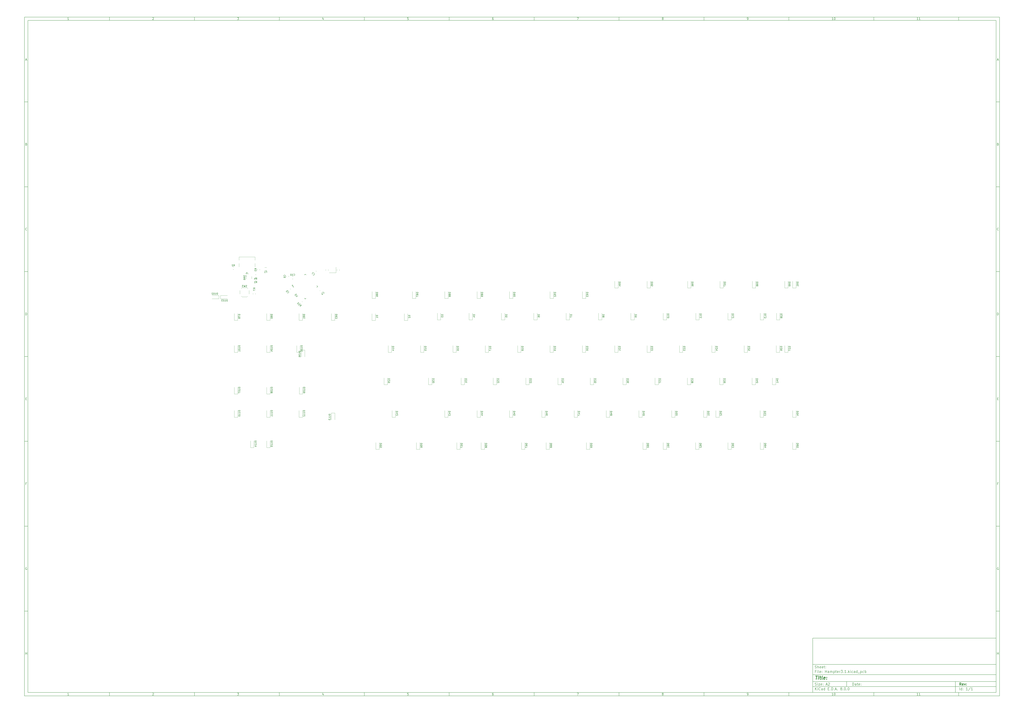
<source format=gbr>
G04 #@! TF.GenerationSoftware,KiCad,Pcbnew,8.0.0*
G04 #@! TF.CreationDate,2024-12-17T17:36:13-08:00*
G04 #@! TF.ProjectId,Hampter3.1,48616d70-7465-4723-932e-312e6b696361,rev?*
G04 #@! TF.SameCoordinates,Original*
G04 #@! TF.FileFunction,Legend,Bot*
G04 #@! TF.FilePolarity,Positive*
%FSLAX46Y46*%
G04 Gerber Fmt 4.6, Leading zero omitted, Abs format (unit mm)*
G04 Created by KiCad (PCBNEW 8.0.0) date 2024-12-17 17:36:13*
%MOMM*%
%LPD*%
G01*
G04 APERTURE LIST*
%ADD10C,0.100000*%
%ADD11C,0.150000*%
%ADD12C,0.300000*%
%ADD13C,0.400000*%
%ADD14C,0.120000*%
G04 APERTURE END LIST*
D10*
D11*
X474004400Y-375989000D02*
X582004400Y-375989000D01*
X582004400Y-407989000D01*
X474004400Y-407989000D01*
X474004400Y-375989000D01*
D10*
D11*
X10000000Y-10000000D02*
X584004400Y-10000000D01*
X584004400Y-409989000D01*
X10000000Y-409989000D01*
X10000000Y-10000000D01*
D10*
D11*
X12000000Y-12000000D02*
X582004400Y-12000000D01*
X582004400Y-407989000D01*
X12000000Y-407989000D01*
X12000000Y-12000000D01*
D10*
D11*
X60000000Y-12000000D02*
X60000000Y-10000000D01*
D10*
D11*
X110000000Y-12000000D02*
X110000000Y-10000000D01*
D10*
D11*
X160000000Y-12000000D02*
X160000000Y-10000000D01*
D10*
D11*
X210000000Y-12000000D02*
X210000000Y-10000000D01*
D10*
D11*
X260000000Y-12000000D02*
X260000000Y-10000000D01*
D10*
D11*
X310000000Y-12000000D02*
X310000000Y-10000000D01*
D10*
D11*
X360000000Y-12000000D02*
X360000000Y-10000000D01*
D10*
D11*
X410000000Y-12000000D02*
X410000000Y-10000000D01*
D10*
D11*
X460000000Y-12000000D02*
X460000000Y-10000000D01*
D10*
D11*
X510000000Y-12000000D02*
X510000000Y-10000000D01*
D10*
D11*
X560000000Y-12000000D02*
X560000000Y-10000000D01*
D10*
D11*
X36089160Y-11593604D02*
X35346303Y-11593604D01*
X35717731Y-11593604D02*
X35717731Y-10293604D01*
X35717731Y-10293604D02*
X35593922Y-10479319D01*
X35593922Y-10479319D02*
X35470112Y-10603128D01*
X35470112Y-10603128D02*
X35346303Y-10665033D01*
D10*
D11*
X85346303Y-10417414D02*
X85408207Y-10355509D01*
X85408207Y-10355509D02*
X85532017Y-10293604D01*
X85532017Y-10293604D02*
X85841541Y-10293604D01*
X85841541Y-10293604D02*
X85965350Y-10355509D01*
X85965350Y-10355509D02*
X86027255Y-10417414D01*
X86027255Y-10417414D02*
X86089160Y-10541223D01*
X86089160Y-10541223D02*
X86089160Y-10665033D01*
X86089160Y-10665033D02*
X86027255Y-10850747D01*
X86027255Y-10850747D02*
X85284398Y-11593604D01*
X85284398Y-11593604D02*
X86089160Y-11593604D01*
D10*
D11*
X135284398Y-10293604D02*
X136089160Y-10293604D01*
X136089160Y-10293604D02*
X135655826Y-10788842D01*
X135655826Y-10788842D02*
X135841541Y-10788842D01*
X135841541Y-10788842D02*
X135965350Y-10850747D01*
X135965350Y-10850747D02*
X136027255Y-10912652D01*
X136027255Y-10912652D02*
X136089160Y-11036461D01*
X136089160Y-11036461D02*
X136089160Y-11345985D01*
X136089160Y-11345985D02*
X136027255Y-11469795D01*
X136027255Y-11469795D02*
X135965350Y-11531700D01*
X135965350Y-11531700D02*
X135841541Y-11593604D01*
X135841541Y-11593604D02*
X135470112Y-11593604D01*
X135470112Y-11593604D02*
X135346303Y-11531700D01*
X135346303Y-11531700D02*
X135284398Y-11469795D01*
D10*
D11*
X185965350Y-10726938D02*
X185965350Y-11593604D01*
X185655826Y-10231700D02*
X185346303Y-11160271D01*
X185346303Y-11160271D02*
X186151064Y-11160271D01*
D10*
D11*
X236027255Y-10293604D02*
X235408207Y-10293604D01*
X235408207Y-10293604D02*
X235346303Y-10912652D01*
X235346303Y-10912652D02*
X235408207Y-10850747D01*
X235408207Y-10850747D02*
X235532017Y-10788842D01*
X235532017Y-10788842D02*
X235841541Y-10788842D01*
X235841541Y-10788842D02*
X235965350Y-10850747D01*
X235965350Y-10850747D02*
X236027255Y-10912652D01*
X236027255Y-10912652D02*
X236089160Y-11036461D01*
X236089160Y-11036461D02*
X236089160Y-11345985D01*
X236089160Y-11345985D02*
X236027255Y-11469795D01*
X236027255Y-11469795D02*
X235965350Y-11531700D01*
X235965350Y-11531700D02*
X235841541Y-11593604D01*
X235841541Y-11593604D02*
X235532017Y-11593604D01*
X235532017Y-11593604D02*
X235408207Y-11531700D01*
X235408207Y-11531700D02*
X235346303Y-11469795D01*
D10*
D11*
X285965350Y-10293604D02*
X285717731Y-10293604D01*
X285717731Y-10293604D02*
X285593922Y-10355509D01*
X285593922Y-10355509D02*
X285532017Y-10417414D01*
X285532017Y-10417414D02*
X285408207Y-10603128D01*
X285408207Y-10603128D02*
X285346303Y-10850747D01*
X285346303Y-10850747D02*
X285346303Y-11345985D01*
X285346303Y-11345985D02*
X285408207Y-11469795D01*
X285408207Y-11469795D02*
X285470112Y-11531700D01*
X285470112Y-11531700D02*
X285593922Y-11593604D01*
X285593922Y-11593604D02*
X285841541Y-11593604D01*
X285841541Y-11593604D02*
X285965350Y-11531700D01*
X285965350Y-11531700D02*
X286027255Y-11469795D01*
X286027255Y-11469795D02*
X286089160Y-11345985D01*
X286089160Y-11345985D02*
X286089160Y-11036461D01*
X286089160Y-11036461D02*
X286027255Y-10912652D01*
X286027255Y-10912652D02*
X285965350Y-10850747D01*
X285965350Y-10850747D02*
X285841541Y-10788842D01*
X285841541Y-10788842D02*
X285593922Y-10788842D01*
X285593922Y-10788842D02*
X285470112Y-10850747D01*
X285470112Y-10850747D02*
X285408207Y-10912652D01*
X285408207Y-10912652D02*
X285346303Y-11036461D01*
D10*
D11*
X335284398Y-10293604D02*
X336151064Y-10293604D01*
X336151064Y-10293604D02*
X335593922Y-11593604D01*
D10*
D11*
X385593922Y-10850747D02*
X385470112Y-10788842D01*
X385470112Y-10788842D02*
X385408207Y-10726938D01*
X385408207Y-10726938D02*
X385346303Y-10603128D01*
X385346303Y-10603128D02*
X385346303Y-10541223D01*
X385346303Y-10541223D02*
X385408207Y-10417414D01*
X385408207Y-10417414D02*
X385470112Y-10355509D01*
X385470112Y-10355509D02*
X385593922Y-10293604D01*
X385593922Y-10293604D02*
X385841541Y-10293604D01*
X385841541Y-10293604D02*
X385965350Y-10355509D01*
X385965350Y-10355509D02*
X386027255Y-10417414D01*
X386027255Y-10417414D02*
X386089160Y-10541223D01*
X386089160Y-10541223D02*
X386089160Y-10603128D01*
X386089160Y-10603128D02*
X386027255Y-10726938D01*
X386027255Y-10726938D02*
X385965350Y-10788842D01*
X385965350Y-10788842D02*
X385841541Y-10850747D01*
X385841541Y-10850747D02*
X385593922Y-10850747D01*
X385593922Y-10850747D02*
X385470112Y-10912652D01*
X385470112Y-10912652D02*
X385408207Y-10974557D01*
X385408207Y-10974557D02*
X385346303Y-11098366D01*
X385346303Y-11098366D02*
X385346303Y-11345985D01*
X385346303Y-11345985D02*
X385408207Y-11469795D01*
X385408207Y-11469795D02*
X385470112Y-11531700D01*
X385470112Y-11531700D02*
X385593922Y-11593604D01*
X385593922Y-11593604D02*
X385841541Y-11593604D01*
X385841541Y-11593604D02*
X385965350Y-11531700D01*
X385965350Y-11531700D02*
X386027255Y-11469795D01*
X386027255Y-11469795D02*
X386089160Y-11345985D01*
X386089160Y-11345985D02*
X386089160Y-11098366D01*
X386089160Y-11098366D02*
X386027255Y-10974557D01*
X386027255Y-10974557D02*
X385965350Y-10912652D01*
X385965350Y-10912652D02*
X385841541Y-10850747D01*
D10*
D11*
X435470112Y-11593604D02*
X435717731Y-11593604D01*
X435717731Y-11593604D02*
X435841541Y-11531700D01*
X435841541Y-11531700D02*
X435903445Y-11469795D01*
X435903445Y-11469795D02*
X436027255Y-11284080D01*
X436027255Y-11284080D02*
X436089160Y-11036461D01*
X436089160Y-11036461D02*
X436089160Y-10541223D01*
X436089160Y-10541223D02*
X436027255Y-10417414D01*
X436027255Y-10417414D02*
X435965350Y-10355509D01*
X435965350Y-10355509D02*
X435841541Y-10293604D01*
X435841541Y-10293604D02*
X435593922Y-10293604D01*
X435593922Y-10293604D02*
X435470112Y-10355509D01*
X435470112Y-10355509D02*
X435408207Y-10417414D01*
X435408207Y-10417414D02*
X435346303Y-10541223D01*
X435346303Y-10541223D02*
X435346303Y-10850747D01*
X435346303Y-10850747D02*
X435408207Y-10974557D01*
X435408207Y-10974557D02*
X435470112Y-11036461D01*
X435470112Y-11036461D02*
X435593922Y-11098366D01*
X435593922Y-11098366D02*
X435841541Y-11098366D01*
X435841541Y-11098366D02*
X435965350Y-11036461D01*
X435965350Y-11036461D02*
X436027255Y-10974557D01*
X436027255Y-10974557D02*
X436089160Y-10850747D01*
D10*
D11*
X486089160Y-11593604D02*
X485346303Y-11593604D01*
X485717731Y-11593604D02*
X485717731Y-10293604D01*
X485717731Y-10293604D02*
X485593922Y-10479319D01*
X485593922Y-10479319D02*
X485470112Y-10603128D01*
X485470112Y-10603128D02*
X485346303Y-10665033D01*
X486893921Y-10293604D02*
X487017731Y-10293604D01*
X487017731Y-10293604D02*
X487141540Y-10355509D01*
X487141540Y-10355509D02*
X487203445Y-10417414D01*
X487203445Y-10417414D02*
X487265350Y-10541223D01*
X487265350Y-10541223D02*
X487327255Y-10788842D01*
X487327255Y-10788842D02*
X487327255Y-11098366D01*
X487327255Y-11098366D02*
X487265350Y-11345985D01*
X487265350Y-11345985D02*
X487203445Y-11469795D01*
X487203445Y-11469795D02*
X487141540Y-11531700D01*
X487141540Y-11531700D02*
X487017731Y-11593604D01*
X487017731Y-11593604D02*
X486893921Y-11593604D01*
X486893921Y-11593604D02*
X486770112Y-11531700D01*
X486770112Y-11531700D02*
X486708207Y-11469795D01*
X486708207Y-11469795D02*
X486646302Y-11345985D01*
X486646302Y-11345985D02*
X486584398Y-11098366D01*
X486584398Y-11098366D02*
X486584398Y-10788842D01*
X486584398Y-10788842D02*
X486646302Y-10541223D01*
X486646302Y-10541223D02*
X486708207Y-10417414D01*
X486708207Y-10417414D02*
X486770112Y-10355509D01*
X486770112Y-10355509D02*
X486893921Y-10293604D01*
D10*
D11*
X536089160Y-11593604D02*
X535346303Y-11593604D01*
X535717731Y-11593604D02*
X535717731Y-10293604D01*
X535717731Y-10293604D02*
X535593922Y-10479319D01*
X535593922Y-10479319D02*
X535470112Y-10603128D01*
X535470112Y-10603128D02*
X535346303Y-10665033D01*
X537327255Y-11593604D02*
X536584398Y-11593604D01*
X536955826Y-11593604D02*
X536955826Y-10293604D01*
X536955826Y-10293604D02*
X536832017Y-10479319D01*
X536832017Y-10479319D02*
X536708207Y-10603128D01*
X536708207Y-10603128D02*
X536584398Y-10665033D01*
D10*
D11*
X60000000Y-407989000D02*
X60000000Y-409989000D01*
D10*
D11*
X110000000Y-407989000D02*
X110000000Y-409989000D01*
D10*
D11*
X160000000Y-407989000D02*
X160000000Y-409989000D01*
D10*
D11*
X210000000Y-407989000D02*
X210000000Y-409989000D01*
D10*
D11*
X260000000Y-407989000D02*
X260000000Y-409989000D01*
D10*
D11*
X310000000Y-407989000D02*
X310000000Y-409989000D01*
D10*
D11*
X360000000Y-407989000D02*
X360000000Y-409989000D01*
D10*
D11*
X410000000Y-407989000D02*
X410000000Y-409989000D01*
D10*
D11*
X460000000Y-407989000D02*
X460000000Y-409989000D01*
D10*
D11*
X510000000Y-407989000D02*
X510000000Y-409989000D01*
D10*
D11*
X560000000Y-407989000D02*
X560000000Y-409989000D01*
D10*
D11*
X36089160Y-409582604D02*
X35346303Y-409582604D01*
X35717731Y-409582604D02*
X35717731Y-408282604D01*
X35717731Y-408282604D02*
X35593922Y-408468319D01*
X35593922Y-408468319D02*
X35470112Y-408592128D01*
X35470112Y-408592128D02*
X35346303Y-408654033D01*
D10*
D11*
X85346303Y-408406414D02*
X85408207Y-408344509D01*
X85408207Y-408344509D02*
X85532017Y-408282604D01*
X85532017Y-408282604D02*
X85841541Y-408282604D01*
X85841541Y-408282604D02*
X85965350Y-408344509D01*
X85965350Y-408344509D02*
X86027255Y-408406414D01*
X86027255Y-408406414D02*
X86089160Y-408530223D01*
X86089160Y-408530223D02*
X86089160Y-408654033D01*
X86089160Y-408654033D02*
X86027255Y-408839747D01*
X86027255Y-408839747D02*
X85284398Y-409582604D01*
X85284398Y-409582604D02*
X86089160Y-409582604D01*
D10*
D11*
X135284398Y-408282604D02*
X136089160Y-408282604D01*
X136089160Y-408282604D02*
X135655826Y-408777842D01*
X135655826Y-408777842D02*
X135841541Y-408777842D01*
X135841541Y-408777842D02*
X135965350Y-408839747D01*
X135965350Y-408839747D02*
X136027255Y-408901652D01*
X136027255Y-408901652D02*
X136089160Y-409025461D01*
X136089160Y-409025461D02*
X136089160Y-409334985D01*
X136089160Y-409334985D02*
X136027255Y-409458795D01*
X136027255Y-409458795D02*
X135965350Y-409520700D01*
X135965350Y-409520700D02*
X135841541Y-409582604D01*
X135841541Y-409582604D02*
X135470112Y-409582604D01*
X135470112Y-409582604D02*
X135346303Y-409520700D01*
X135346303Y-409520700D02*
X135284398Y-409458795D01*
D10*
D11*
X185965350Y-408715938D02*
X185965350Y-409582604D01*
X185655826Y-408220700D02*
X185346303Y-409149271D01*
X185346303Y-409149271D02*
X186151064Y-409149271D01*
D10*
D11*
X236027255Y-408282604D02*
X235408207Y-408282604D01*
X235408207Y-408282604D02*
X235346303Y-408901652D01*
X235346303Y-408901652D02*
X235408207Y-408839747D01*
X235408207Y-408839747D02*
X235532017Y-408777842D01*
X235532017Y-408777842D02*
X235841541Y-408777842D01*
X235841541Y-408777842D02*
X235965350Y-408839747D01*
X235965350Y-408839747D02*
X236027255Y-408901652D01*
X236027255Y-408901652D02*
X236089160Y-409025461D01*
X236089160Y-409025461D02*
X236089160Y-409334985D01*
X236089160Y-409334985D02*
X236027255Y-409458795D01*
X236027255Y-409458795D02*
X235965350Y-409520700D01*
X235965350Y-409520700D02*
X235841541Y-409582604D01*
X235841541Y-409582604D02*
X235532017Y-409582604D01*
X235532017Y-409582604D02*
X235408207Y-409520700D01*
X235408207Y-409520700D02*
X235346303Y-409458795D01*
D10*
D11*
X285965350Y-408282604D02*
X285717731Y-408282604D01*
X285717731Y-408282604D02*
X285593922Y-408344509D01*
X285593922Y-408344509D02*
X285532017Y-408406414D01*
X285532017Y-408406414D02*
X285408207Y-408592128D01*
X285408207Y-408592128D02*
X285346303Y-408839747D01*
X285346303Y-408839747D02*
X285346303Y-409334985D01*
X285346303Y-409334985D02*
X285408207Y-409458795D01*
X285408207Y-409458795D02*
X285470112Y-409520700D01*
X285470112Y-409520700D02*
X285593922Y-409582604D01*
X285593922Y-409582604D02*
X285841541Y-409582604D01*
X285841541Y-409582604D02*
X285965350Y-409520700D01*
X285965350Y-409520700D02*
X286027255Y-409458795D01*
X286027255Y-409458795D02*
X286089160Y-409334985D01*
X286089160Y-409334985D02*
X286089160Y-409025461D01*
X286089160Y-409025461D02*
X286027255Y-408901652D01*
X286027255Y-408901652D02*
X285965350Y-408839747D01*
X285965350Y-408839747D02*
X285841541Y-408777842D01*
X285841541Y-408777842D02*
X285593922Y-408777842D01*
X285593922Y-408777842D02*
X285470112Y-408839747D01*
X285470112Y-408839747D02*
X285408207Y-408901652D01*
X285408207Y-408901652D02*
X285346303Y-409025461D01*
D10*
D11*
X335284398Y-408282604D02*
X336151064Y-408282604D01*
X336151064Y-408282604D02*
X335593922Y-409582604D01*
D10*
D11*
X385593922Y-408839747D02*
X385470112Y-408777842D01*
X385470112Y-408777842D02*
X385408207Y-408715938D01*
X385408207Y-408715938D02*
X385346303Y-408592128D01*
X385346303Y-408592128D02*
X385346303Y-408530223D01*
X385346303Y-408530223D02*
X385408207Y-408406414D01*
X385408207Y-408406414D02*
X385470112Y-408344509D01*
X385470112Y-408344509D02*
X385593922Y-408282604D01*
X385593922Y-408282604D02*
X385841541Y-408282604D01*
X385841541Y-408282604D02*
X385965350Y-408344509D01*
X385965350Y-408344509D02*
X386027255Y-408406414D01*
X386027255Y-408406414D02*
X386089160Y-408530223D01*
X386089160Y-408530223D02*
X386089160Y-408592128D01*
X386089160Y-408592128D02*
X386027255Y-408715938D01*
X386027255Y-408715938D02*
X385965350Y-408777842D01*
X385965350Y-408777842D02*
X385841541Y-408839747D01*
X385841541Y-408839747D02*
X385593922Y-408839747D01*
X385593922Y-408839747D02*
X385470112Y-408901652D01*
X385470112Y-408901652D02*
X385408207Y-408963557D01*
X385408207Y-408963557D02*
X385346303Y-409087366D01*
X385346303Y-409087366D02*
X385346303Y-409334985D01*
X385346303Y-409334985D02*
X385408207Y-409458795D01*
X385408207Y-409458795D02*
X385470112Y-409520700D01*
X385470112Y-409520700D02*
X385593922Y-409582604D01*
X385593922Y-409582604D02*
X385841541Y-409582604D01*
X385841541Y-409582604D02*
X385965350Y-409520700D01*
X385965350Y-409520700D02*
X386027255Y-409458795D01*
X386027255Y-409458795D02*
X386089160Y-409334985D01*
X386089160Y-409334985D02*
X386089160Y-409087366D01*
X386089160Y-409087366D02*
X386027255Y-408963557D01*
X386027255Y-408963557D02*
X385965350Y-408901652D01*
X385965350Y-408901652D02*
X385841541Y-408839747D01*
D10*
D11*
X435470112Y-409582604D02*
X435717731Y-409582604D01*
X435717731Y-409582604D02*
X435841541Y-409520700D01*
X435841541Y-409520700D02*
X435903445Y-409458795D01*
X435903445Y-409458795D02*
X436027255Y-409273080D01*
X436027255Y-409273080D02*
X436089160Y-409025461D01*
X436089160Y-409025461D02*
X436089160Y-408530223D01*
X436089160Y-408530223D02*
X436027255Y-408406414D01*
X436027255Y-408406414D02*
X435965350Y-408344509D01*
X435965350Y-408344509D02*
X435841541Y-408282604D01*
X435841541Y-408282604D02*
X435593922Y-408282604D01*
X435593922Y-408282604D02*
X435470112Y-408344509D01*
X435470112Y-408344509D02*
X435408207Y-408406414D01*
X435408207Y-408406414D02*
X435346303Y-408530223D01*
X435346303Y-408530223D02*
X435346303Y-408839747D01*
X435346303Y-408839747D02*
X435408207Y-408963557D01*
X435408207Y-408963557D02*
X435470112Y-409025461D01*
X435470112Y-409025461D02*
X435593922Y-409087366D01*
X435593922Y-409087366D02*
X435841541Y-409087366D01*
X435841541Y-409087366D02*
X435965350Y-409025461D01*
X435965350Y-409025461D02*
X436027255Y-408963557D01*
X436027255Y-408963557D02*
X436089160Y-408839747D01*
D10*
D11*
X486089160Y-409582604D02*
X485346303Y-409582604D01*
X485717731Y-409582604D02*
X485717731Y-408282604D01*
X485717731Y-408282604D02*
X485593922Y-408468319D01*
X485593922Y-408468319D02*
X485470112Y-408592128D01*
X485470112Y-408592128D02*
X485346303Y-408654033D01*
X486893921Y-408282604D02*
X487017731Y-408282604D01*
X487017731Y-408282604D02*
X487141540Y-408344509D01*
X487141540Y-408344509D02*
X487203445Y-408406414D01*
X487203445Y-408406414D02*
X487265350Y-408530223D01*
X487265350Y-408530223D02*
X487327255Y-408777842D01*
X487327255Y-408777842D02*
X487327255Y-409087366D01*
X487327255Y-409087366D02*
X487265350Y-409334985D01*
X487265350Y-409334985D02*
X487203445Y-409458795D01*
X487203445Y-409458795D02*
X487141540Y-409520700D01*
X487141540Y-409520700D02*
X487017731Y-409582604D01*
X487017731Y-409582604D02*
X486893921Y-409582604D01*
X486893921Y-409582604D02*
X486770112Y-409520700D01*
X486770112Y-409520700D02*
X486708207Y-409458795D01*
X486708207Y-409458795D02*
X486646302Y-409334985D01*
X486646302Y-409334985D02*
X486584398Y-409087366D01*
X486584398Y-409087366D02*
X486584398Y-408777842D01*
X486584398Y-408777842D02*
X486646302Y-408530223D01*
X486646302Y-408530223D02*
X486708207Y-408406414D01*
X486708207Y-408406414D02*
X486770112Y-408344509D01*
X486770112Y-408344509D02*
X486893921Y-408282604D01*
D10*
D11*
X536089160Y-409582604D02*
X535346303Y-409582604D01*
X535717731Y-409582604D02*
X535717731Y-408282604D01*
X535717731Y-408282604D02*
X535593922Y-408468319D01*
X535593922Y-408468319D02*
X535470112Y-408592128D01*
X535470112Y-408592128D02*
X535346303Y-408654033D01*
X537327255Y-409582604D02*
X536584398Y-409582604D01*
X536955826Y-409582604D02*
X536955826Y-408282604D01*
X536955826Y-408282604D02*
X536832017Y-408468319D01*
X536832017Y-408468319D02*
X536708207Y-408592128D01*
X536708207Y-408592128D02*
X536584398Y-408654033D01*
D10*
D11*
X10000000Y-60000000D02*
X12000000Y-60000000D01*
D10*
D11*
X10000000Y-110000000D02*
X12000000Y-110000000D01*
D10*
D11*
X10000000Y-160000000D02*
X12000000Y-160000000D01*
D10*
D11*
X10000000Y-210000000D02*
X12000000Y-210000000D01*
D10*
D11*
X10000000Y-260000000D02*
X12000000Y-260000000D01*
D10*
D11*
X10000000Y-310000000D02*
X12000000Y-310000000D01*
D10*
D11*
X10000000Y-360000000D02*
X12000000Y-360000000D01*
D10*
D11*
X10690476Y-35222176D02*
X11309523Y-35222176D01*
X10566666Y-35593604D02*
X10999999Y-34293604D01*
X10999999Y-34293604D02*
X11433333Y-35593604D01*
D10*
D11*
X11092857Y-84912652D02*
X11278571Y-84974557D01*
X11278571Y-84974557D02*
X11340476Y-85036461D01*
X11340476Y-85036461D02*
X11402380Y-85160271D01*
X11402380Y-85160271D02*
X11402380Y-85345985D01*
X11402380Y-85345985D02*
X11340476Y-85469795D01*
X11340476Y-85469795D02*
X11278571Y-85531700D01*
X11278571Y-85531700D02*
X11154761Y-85593604D01*
X11154761Y-85593604D02*
X10659523Y-85593604D01*
X10659523Y-85593604D02*
X10659523Y-84293604D01*
X10659523Y-84293604D02*
X11092857Y-84293604D01*
X11092857Y-84293604D02*
X11216666Y-84355509D01*
X11216666Y-84355509D02*
X11278571Y-84417414D01*
X11278571Y-84417414D02*
X11340476Y-84541223D01*
X11340476Y-84541223D02*
X11340476Y-84665033D01*
X11340476Y-84665033D02*
X11278571Y-84788842D01*
X11278571Y-84788842D02*
X11216666Y-84850747D01*
X11216666Y-84850747D02*
X11092857Y-84912652D01*
X11092857Y-84912652D02*
X10659523Y-84912652D01*
D10*
D11*
X11402380Y-135469795D02*
X11340476Y-135531700D01*
X11340476Y-135531700D02*
X11154761Y-135593604D01*
X11154761Y-135593604D02*
X11030952Y-135593604D01*
X11030952Y-135593604D02*
X10845238Y-135531700D01*
X10845238Y-135531700D02*
X10721428Y-135407890D01*
X10721428Y-135407890D02*
X10659523Y-135284080D01*
X10659523Y-135284080D02*
X10597619Y-135036461D01*
X10597619Y-135036461D02*
X10597619Y-134850747D01*
X10597619Y-134850747D02*
X10659523Y-134603128D01*
X10659523Y-134603128D02*
X10721428Y-134479319D01*
X10721428Y-134479319D02*
X10845238Y-134355509D01*
X10845238Y-134355509D02*
X11030952Y-134293604D01*
X11030952Y-134293604D02*
X11154761Y-134293604D01*
X11154761Y-134293604D02*
X11340476Y-134355509D01*
X11340476Y-134355509D02*
X11402380Y-134417414D01*
D10*
D11*
X10659523Y-185593604D02*
X10659523Y-184293604D01*
X10659523Y-184293604D02*
X10969047Y-184293604D01*
X10969047Y-184293604D02*
X11154761Y-184355509D01*
X11154761Y-184355509D02*
X11278571Y-184479319D01*
X11278571Y-184479319D02*
X11340476Y-184603128D01*
X11340476Y-184603128D02*
X11402380Y-184850747D01*
X11402380Y-184850747D02*
X11402380Y-185036461D01*
X11402380Y-185036461D02*
X11340476Y-185284080D01*
X11340476Y-185284080D02*
X11278571Y-185407890D01*
X11278571Y-185407890D02*
X11154761Y-185531700D01*
X11154761Y-185531700D02*
X10969047Y-185593604D01*
X10969047Y-185593604D02*
X10659523Y-185593604D01*
D10*
D11*
X10721428Y-234912652D02*
X11154762Y-234912652D01*
X11340476Y-235593604D02*
X10721428Y-235593604D01*
X10721428Y-235593604D02*
X10721428Y-234293604D01*
X10721428Y-234293604D02*
X11340476Y-234293604D01*
D10*
D11*
X11185714Y-284912652D02*
X10752380Y-284912652D01*
X10752380Y-285593604D02*
X10752380Y-284293604D01*
X10752380Y-284293604D02*
X11371428Y-284293604D01*
D10*
D11*
X11340476Y-334355509D02*
X11216666Y-334293604D01*
X11216666Y-334293604D02*
X11030952Y-334293604D01*
X11030952Y-334293604D02*
X10845238Y-334355509D01*
X10845238Y-334355509D02*
X10721428Y-334479319D01*
X10721428Y-334479319D02*
X10659523Y-334603128D01*
X10659523Y-334603128D02*
X10597619Y-334850747D01*
X10597619Y-334850747D02*
X10597619Y-335036461D01*
X10597619Y-335036461D02*
X10659523Y-335284080D01*
X10659523Y-335284080D02*
X10721428Y-335407890D01*
X10721428Y-335407890D02*
X10845238Y-335531700D01*
X10845238Y-335531700D02*
X11030952Y-335593604D01*
X11030952Y-335593604D02*
X11154761Y-335593604D01*
X11154761Y-335593604D02*
X11340476Y-335531700D01*
X11340476Y-335531700D02*
X11402380Y-335469795D01*
X11402380Y-335469795D02*
X11402380Y-335036461D01*
X11402380Y-335036461D02*
X11154761Y-335036461D01*
D10*
D11*
X10628571Y-385593604D02*
X10628571Y-384293604D01*
X10628571Y-384912652D02*
X11371428Y-384912652D01*
X11371428Y-385593604D02*
X11371428Y-384293604D01*
D10*
D11*
X584004400Y-60000000D02*
X582004400Y-60000000D01*
D10*
D11*
X584004400Y-110000000D02*
X582004400Y-110000000D01*
D10*
D11*
X584004400Y-160000000D02*
X582004400Y-160000000D01*
D10*
D11*
X584004400Y-210000000D02*
X582004400Y-210000000D01*
D10*
D11*
X584004400Y-260000000D02*
X582004400Y-260000000D01*
D10*
D11*
X584004400Y-310000000D02*
X582004400Y-310000000D01*
D10*
D11*
X584004400Y-360000000D02*
X582004400Y-360000000D01*
D10*
D11*
X582694876Y-35222176D02*
X583313923Y-35222176D01*
X582571066Y-35593604D02*
X583004399Y-34293604D01*
X583004399Y-34293604D02*
X583437733Y-35593604D01*
D10*
D11*
X583097257Y-84912652D02*
X583282971Y-84974557D01*
X583282971Y-84974557D02*
X583344876Y-85036461D01*
X583344876Y-85036461D02*
X583406780Y-85160271D01*
X583406780Y-85160271D02*
X583406780Y-85345985D01*
X583406780Y-85345985D02*
X583344876Y-85469795D01*
X583344876Y-85469795D02*
X583282971Y-85531700D01*
X583282971Y-85531700D02*
X583159161Y-85593604D01*
X583159161Y-85593604D02*
X582663923Y-85593604D01*
X582663923Y-85593604D02*
X582663923Y-84293604D01*
X582663923Y-84293604D02*
X583097257Y-84293604D01*
X583097257Y-84293604D02*
X583221066Y-84355509D01*
X583221066Y-84355509D02*
X583282971Y-84417414D01*
X583282971Y-84417414D02*
X583344876Y-84541223D01*
X583344876Y-84541223D02*
X583344876Y-84665033D01*
X583344876Y-84665033D02*
X583282971Y-84788842D01*
X583282971Y-84788842D02*
X583221066Y-84850747D01*
X583221066Y-84850747D02*
X583097257Y-84912652D01*
X583097257Y-84912652D02*
X582663923Y-84912652D01*
D10*
D11*
X583406780Y-135469795D02*
X583344876Y-135531700D01*
X583344876Y-135531700D02*
X583159161Y-135593604D01*
X583159161Y-135593604D02*
X583035352Y-135593604D01*
X583035352Y-135593604D02*
X582849638Y-135531700D01*
X582849638Y-135531700D02*
X582725828Y-135407890D01*
X582725828Y-135407890D02*
X582663923Y-135284080D01*
X582663923Y-135284080D02*
X582602019Y-135036461D01*
X582602019Y-135036461D02*
X582602019Y-134850747D01*
X582602019Y-134850747D02*
X582663923Y-134603128D01*
X582663923Y-134603128D02*
X582725828Y-134479319D01*
X582725828Y-134479319D02*
X582849638Y-134355509D01*
X582849638Y-134355509D02*
X583035352Y-134293604D01*
X583035352Y-134293604D02*
X583159161Y-134293604D01*
X583159161Y-134293604D02*
X583344876Y-134355509D01*
X583344876Y-134355509D02*
X583406780Y-134417414D01*
D10*
D11*
X582663923Y-185593604D02*
X582663923Y-184293604D01*
X582663923Y-184293604D02*
X582973447Y-184293604D01*
X582973447Y-184293604D02*
X583159161Y-184355509D01*
X583159161Y-184355509D02*
X583282971Y-184479319D01*
X583282971Y-184479319D02*
X583344876Y-184603128D01*
X583344876Y-184603128D02*
X583406780Y-184850747D01*
X583406780Y-184850747D02*
X583406780Y-185036461D01*
X583406780Y-185036461D02*
X583344876Y-185284080D01*
X583344876Y-185284080D02*
X583282971Y-185407890D01*
X583282971Y-185407890D02*
X583159161Y-185531700D01*
X583159161Y-185531700D02*
X582973447Y-185593604D01*
X582973447Y-185593604D02*
X582663923Y-185593604D01*
D10*
D11*
X582725828Y-234912652D02*
X583159162Y-234912652D01*
X583344876Y-235593604D02*
X582725828Y-235593604D01*
X582725828Y-235593604D02*
X582725828Y-234293604D01*
X582725828Y-234293604D02*
X583344876Y-234293604D01*
D10*
D11*
X583190114Y-284912652D02*
X582756780Y-284912652D01*
X582756780Y-285593604D02*
X582756780Y-284293604D01*
X582756780Y-284293604D02*
X583375828Y-284293604D01*
D10*
D11*
X583344876Y-334355509D02*
X583221066Y-334293604D01*
X583221066Y-334293604D02*
X583035352Y-334293604D01*
X583035352Y-334293604D02*
X582849638Y-334355509D01*
X582849638Y-334355509D02*
X582725828Y-334479319D01*
X582725828Y-334479319D02*
X582663923Y-334603128D01*
X582663923Y-334603128D02*
X582602019Y-334850747D01*
X582602019Y-334850747D02*
X582602019Y-335036461D01*
X582602019Y-335036461D02*
X582663923Y-335284080D01*
X582663923Y-335284080D02*
X582725828Y-335407890D01*
X582725828Y-335407890D02*
X582849638Y-335531700D01*
X582849638Y-335531700D02*
X583035352Y-335593604D01*
X583035352Y-335593604D02*
X583159161Y-335593604D01*
X583159161Y-335593604D02*
X583344876Y-335531700D01*
X583344876Y-335531700D02*
X583406780Y-335469795D01*
X583406780Y-335469795D02*
X583406780Y-335036461D01*
X583406780Y-335036461D02*
X583159161Y-335036461D01*
D10*
D11*
X582632971Y-385593604D02*
X582632971Y-384293604D01*
X582632971Y-384912652D02*
X583375828Y-384912652D01*
X583375828Y-385593604D02*
X583375828Y-384293604D01*
D10*
D11*
X497460226Y-403775128D02*
X497460226Y-402275128D01*
X497460226Y-402275128D02*
X497817369Y-402275128D01*
X497817369Y-402275128D02*
X498031655Y-402346557D01*
X498031655Y-402346557D02*
X498174512Y-402489414D01*
X498174512Y-402489414D02*
X498245941Y-402632271D01*
X498245941Y-402632271D02*
X498317369Y-402917985D01*
X498317369Y-402917985D02*
X498317369Y-403132271D01*
X498317369Y-403132271D02*
X498245941Y-403417985D01*
X498245941Y-403417985D02*
X498174512Y-403560842D01*
X498174512Y-403560842D02*
X498031655Y-403703700D01*
X498031655Y-403703700D02*
X497817369Y-403775128D01*
X497817369Y-403775128D02*
X497460226Y-403775128D01*
X499603084Y-403775128D02*
X499603084Y-402989414D01*
X499603084Y-402989414D02*
X499531655Y-402846557D01*
X499531655Y-402846557D02*
X499388798Y-402775128D01*
X499388798Y-402775128D02*
X499103084Y-402775128D01*
X499103084Y-402775128D02*
X498960226Y-402846557D01*
X499603084Y-403703700D02*
X499460226Y-403775128D01*
X499460226Y-403775128D02*
X499103084Y-403775128D01*
X499103084Y-403775128D02*
X498960226Y-403703700D01*
X498960226Y-403703700D02*
X498888798Y-403560842D01*
X498888798Y-403560842D02*
X498888798Y-403417985D01*
X498888798Y-403417985D02*
X498960226Y-403275128D01*
X498960226Y-403275128D02*
X499103084Y-403203700D01*
X499103084Y-403203700D02*
X499460226Y-403203700D01*
X499460226Y-403203700D02*
X499603084Y-403132271D01*
X500103084Y-402775128D02*
X500674512Y-402775128D01*
X500317369Y-402275128D02*
X500317369Y-403560842D01*
X500317369Y-403560842D02*
X500388798Y-403703700D01*
X500388798Y-403703700D02*
X500531655Y-403775128D01*
X500531655Y-403775128D02*
X500674512Y-403775128D01*
X501745941Y-403703700D02*
X501603084Y-403775128D01*
X501603084Y-403775128D02*
X501317370Y-403775128D01*
X501317370Y-403775128D02*
X501174512Y-403703700D01*
X501174512Y-403703700D02*
X501103084Y-403560842D01*
X501103084Y-403560842D02*
X501103084Y-402989414D01*
X501103084Y-402989414D02*
X501174512Y-402846557D01*
X501174512Y-402846557D02*
X501317370Y-402775128D01*
X501317370Y-402775128D02*
X501603084Y-402775128D01*
X501603084Y-402775128D02*
X501745941Y-402846557D01*
X501745941Y-402846557D02*
X501817370Y-402989414D01*
X501817370Y-402989414D02*
X501817370Y-403132271D01*
X501817370Y-403132271D02*
X501103084Y-403275128D01*
X502460226Y-403632271D02*
X502531655Y-403703700D01*
X502531655Y-403703700D02*
X502460226Y-403775128D01*
X502460226Y-403775128D02*
X502388798Y-403703700D01*
X502388798Y-403703700D02*
X502460226Y-403632271D01*
X502460226Y-403632271D02*
X502460226Y-403775128D01*
X502460226Y-402846557D02*
X502531655Y-402917985D01*
X502531655Y-402917985D02*
X502460226Y-402989414D01*
X502460226Y-402989414D02*
X502388798Y-402917985D01*
X502388798Y-402917985D02*
X502460226Y-402846557D01*
X502460226Y-402846557D02*
X502460226Y-402989414D01*
D10*
D11*
X474004400Y-404489000D02*
X582004400Y-404489000D01*
D10*
D11*
X475460226Y-406575128D02*
X475460226Y-405075128D01*
X476317369Y-406575128D02*
X475674512Y-405717985D01*
X476317369Y-405075128D02*
X475460226Y-405932271D01*
X476960226Y-406575128D02*
X476960226Y-405575128D01*
X476960226Y-405075128D02*
X476888798Y-405146557D01*
X476888798Y-405146557D02*
X476960226Y-405217985D01*
X476960226Y-405217985D02*
X477031655Y-405146557D01*
X477031655Y-405146557D02*
X476960226Y-405075128D01*
X476960226Y-405075128D02*
X476960226Y-405217985D01*
X478531655Y-406432271D02*
X478460227Y-406503700D01*
X478460227Y-406503700D02*
X478245941Y-406575128D01*
X478245941Y-406575128D02*
X478103084Y-406575128D01*
X478103084Y-406575128D02*
X477888798Y-406503700D01*
X477888798Y-406503700D02*
X477745941Y-406360842D01*
X477745941Y-406360842D02*
X477674512Y-406217985D01*
X477674512Y-406217985D02*
X477603084Y-405932271D01*
X477603084Y-405932271D02*
X477603084Y-405717985D01*
X477603084Y-405717985D02*
X477674512Y-405432271D01*
X477674512Y-405432271D02*
X477745941Y-405289414D01*
X477745941Y-405289414D02*
X477888798Y-405146557D01*
X477888798Y-405146557D02*
X478103084Y-405075128D01*
X478103084Y-405075128D02*
X478245941Y-405075128D01*
X478245941Y-405075128D02*
X478460227Y-405146557D01*
X478460227Y-405146557D02*
X478531655Y-405217985D01*
X479817370Y-406575128D02*
X479817370Y-405789414D01*
X479817370Y-405789414D02*
X479745941Y-405646557D01*
X479745941Y-405646557D02*
X479603084Y-405575128D01*
X479603084Y-405575128D02*
X479317370Y-405575128D01*
X479317370Y-405575128D02*
X479174512Y-405646557D01*
X479817370Y-406503700D02*
X479674512Y-406575128D01*
X479674512Y-406575128D02*
X479317370Y-406575128D01*
X479317370Y-406575128D02*
X479174512Y-406503700D01*
X479174512Y-406503700D02*
X479103084Y-406360842D01*
X479103084Y-406360842D02*
X479103084Y-406217985D01*
X479103084Y-406217985D02*
X479174512Y-406075128D01*
X479174512Y-406075128D02*
X479317370Y-406003700D01*
X479317370Y-406003700D02*
X479674512Y-406003700D01*
X479674512Y-406003700D02*
X479817370Y-405932271D01*
X481174513Y-406575128D02*
X481174513Y-405075128D01*
X481174513Y-406503700D02*
X481031655Y-406575128D01*
X481031655Y-406575128D02*
X480745941Y-406575128D01*
X480745941Y-406575128D02*
X480603084Y-406503700D01*
X480603084Y-406503700D02*
X480531655Y-406432271D01*
X480531655Y-406432271D02*
X480460227Y-406289414D01*
X480460227Y-406289414D02*
X480460227Y-405860842D01*
X480460227Y-405860842D02*
X480531655Y-405717985D01*
X480531655Y-405717985D02*
X480603084Y-405646557D01*
X480603084Y-405646557D02*
X480745941Y-405575128D01*
X480745941Y-405575128D02*
X481031655Y-405575128D01*
X481031655Y-405575128D02*
X481174513Y-405646557D01*
X483031655Y-405789414D02*
X483531655Y-405789414D01*
X483745941Y-406575128D02*
X483031655Y-406575128D01*
X483031655Y-406575128D02*
X483031655Y-405075128D01*
X483031655Y-405075128D02*
X483745941Y-405075128D01*
X484388798Y-406432271D02*
X484460227Y-406503700D01*
X484460227Y-406503700D02*
X484388798Y-406575128D01*
X484388798Y-406575128D02*
X484317370Y-406503700D01*
X484317370Y-406503700D02*
X484388798Y-406432271D01*
X484388798Y-406432271D02*
X484388798Y-406575128D01*
X485103084Y-406575128D02*
X485103084Y-405075128D01*
X485103084Y-405075128D02*
X485460227Y-405075128D01*
X485460227Y-405075128D02*
X485674513Y-405146557D01*
X485674513Y-405146557D02*
X485817370Y-405289414D01*
X485817370Y-405289414D02*
X485888799Y-405432271D01*
X485888799Y-405432271D02*
X485960227Y-405717985D01*
X485960227Y-405717985D02*
X485960227Y-405932271D01*
X485960227Y-405932271D02*
X485888799Y-406217985D01*
X485888799Y-406217985D02*
X485817370Y-406360842D01*
X485817370Y-406360842D02*
X485674513Y-406503700D01*
X485674513Y-406503700D02*
X485460227Y-406575128D01*
X485460227Y-406575128D02*
X485103084Y-406575128D01*
X486603084Y-406432271D02*
X486674513Y-406503700D01*
X486674513Y-406503700D02*
X486603084Y-406575128D01*
X486603084Y-406575128D02*
X486531656Y-406503700D01*
X486531656Y-406503700D02*
X486603084Y-406432271D01*
X486603084Y-406432271D02*
X486603084Y-406575128D01*
X487245942Y-406146557D02*
X487960228Y-406146557D01*
X487103085Y-406575128D02*
X487603085Y-405075128D01*
X487603085Y-405075128D02*
X488103085Y-406575128D01*
X488603084Y-406432271D02*
X488674513Y-406503700D01*
X488674513Y-406503700D02*
X488603084Y-406575128D01*
X488603084Y-406575128D02*
X488531656Y-406503700D01*
X488531656Y-406503700D02*
X488603084Y-406432271D01*
X488603084Y-406432271D02*
X488603084Y-406575128D01*
X490674513Y-405717985D02*
X490531656Y-405646557D01*
X490531656Y-405646557D02*
X490460227Y-405575128D01*
X490460227Y-405575128D02*
X490388799Y-405432271D01*
X490388799Y-405432271D02*
X490388799Y-405360842D01*
X490388799Y-405360842D02*
X490460227Y-405217985D01*
X490460227Y-405217985D02*
X490531656Y-405146557D01*
X490531656Y-405146557D02*
X490674513Y-405075128D01*
X490674513Y-405075128D02*
X490960227Y-405075128D01*
X490960227Y-405075128D02*
X491103085Y-405146557D01*
X491103085Y-405146557D02*
X491174513Y-405217985D01*
X491174513Y-405217985D02*
X491245942Y-405360842D01*
X491245942Y-405360842D02*
X491245942Y-405432271D01*
X491245942Y-405432271D02*
X491174513Y-405575128D01*
X491174513Y-405575128D02*
X491103085Y-405646557D01*
X491103085Y-405646557D02*
X490960227Y-405717985D01*
X490960227Y-405717985D02*
X490674513Y-405717985D01*
X490674513Y-405717985D02*
X490531656Y-405789414D01*
X490531656Y-405789414D02*
X490460227Y-405860842D01*
X490460227Y-405860842D02*
X490388799Y-406003700D01*
X490388799Y-406003700D02*
X490388799Y-406289414D01*
X490388799Y-406289414D02*
X490460227Y-406432271D01*
X490460227Y-406432271D02*
X490531656Y-406503700D01*
X490531656Y-406503700D02*
X490674513Y-406575128D01*
X490674513Y-406575128D02*
X490960227Y-406575128D01*
X490960227Y-406575128D02*
X491103085Y-406503700D01*
X491103085Y-406503700D02*
X491174513Y-406432271D01*
X491174513Y-406432271D02*
X491245942Y-406289414D01*
X491245942Y-406289414D02*
X491245942Y-406003700D01*
X491245942Y-406003700D02*
X491174513Y-405860842D01*
X491174513Y-405860842D02*
X491103085Y-405789414D01*
X491103085Y-405789414D02*
X490960227Y-405717985D01*
X491888798Y-406432271D02*
X491960227Y-406503700D01*
X491960227Y-406503700D02*
X491888798Y-406575128D01*
X491888798Y-406575128D02*
X491817370Y-406503700D01*
X491817370Y-406503700D02*
X491888798Y-406432271D01*
X491888798Y-406432271D02*
X491888798Y-406575128D01*
X492888799Y-405075128D02*
X493031656Y-405075128D01*
X493031656Y-405075128D02*
X493174513Y-405146557D01*
X493174513Y-405146557D02*
X493245942Y-405217985D01*
X493245942Y-405217985D02*
X493317370Y-405360842D01*
X493317370Y-405360842D02*
X493388799Y-405646557D01*
X493388799Y-405646557D02*
X493388799Y-406003700D01*
X493388799Y-406003700D02*
X493317370Y-406289414D01*
X493317370Y-406289414D02*
X493245942Y-406432271D01*
X493245942Y-406432271D02*
X493174513Y-406503700D01*
X493174513Y-406503700D02*
X493031656Y-406575128D01*
X493031656Y-406575128D02*
X492888799Y-406575128D01*
X492888799Y-406575128D02*
X492745942Y-406503700D01*
X492745942Y-406503700D02*
X492674513Y-406432271D01*
X492674513Y-406432271D02*
X492603084Y-406289414D01*
X492603084Y-406289414D02*
X492531656Y-406003700D01*
X492531656Y-406003700D02*
X492531656Y-405646557D01*
X492531656Y-405646557D02*
X492603084Y-405360842D01*
X492603084Y-405360842D02*
X492674513Y-405217985D01*
X492674513Y-405217985D02*
X492745942Y-405146557D01*
X492745942Y-405146557D02*
X492888799Y-405075128D01*
X494031655Y-406432271D02*
X494103084Y-406503700D01*
X494103084Y-406503700D02*
X494031655Y-406575128D01*
X494031655Y-406575128D02*
X493960227Y-406503700D01*
X493960227Y-406503700D02*
X494031655Y-406432271D01*
X494031655Y-406432271D02*
X494031655Y-406575128D01*
X495031656Y-405075128D02*
X495174513Y-405075128D01*
X495174513Y-405075128D02*
X495317370Y-405146557D01*
X495317370Y-405146557D02*
X495388799Y-405217985D01*
X495388799Y-405217985D02*
X495460227Y-405360842D01*
X495460227Y-405360842D02*
X495531656Y-405646557D01*
X495531656Y-405646557D02*
X495531656Y-406003700D01*
X495531656Y-406003700D02*
X495460227Y-406289414D01*
X495460227Y-406289414D02*
X495388799Y-406432271D01*
X495388799Y-406432271D02*
X495317370Y-406503700D01*
X495317370Y-406503700D02*
X495174513Y-406575128D01*
X495174513Y-406575128D02*
X495031656Y-406575128D01*
X495031656Y-406575128D02*
X494888799Y-406503700D01*
X494888799Y-406503700D02*
X494817370Y-406432271D01*
X494817370Y-406432271D02*
X494745941Y-406289414D01*
X494745941Y-406289414D02*
X494674513Y-406003700D01*
X494674513Y-406003700D02*
X494674513Y-405646557D01*
X494674513Y-405646557D02*
X494745941Y-405360842D01*
X494745941Y-405360842D02*
X494817370Y-405217985D01*
X494817370Y-405217985D02*
X494888799Y-405146557D01*
X494888799Y-405146557D02*
X495031656Y-405075128D01*
D10*
D11*
X474004400Y-401489000D02*
X582004400Y-401489000D01*
D10*
D12*
X561416053Y-403767328D02*
X560916053Y-403053042D01*
X560558910Y-403767328D02*
X560558910Y-402267328D01*
X560558910Y-402267328D02*
X561130339Y-402267328D01*
X561130339Y-402267328D02*
X561273196Y-402338757D01*
X561273196Y-402338757D02*
X561344625Y-402410185D01*
X561344625Y-402410185D02*
X561416053Y-402553042D01*
X561416053Y-402553042D02*
X561416053Y-402767328D01*
X561416053Y-402767328D02*
X561344625Y-402910185D01*
X561344625Y-402910185D02*
X561273196Y-402981614D01*
X561273196Y-402981614D02*
X561130339Y-403053042D01*
X561130339Y-403053042D02*
X560558910Y-403053042D01*
X562630339Y-403695900D02*
X562487482Y-403767328D01*
X562487482Y-403767328D02*
X562201768Y-403767328D01*
X562201768Y-403767328D02*
X562058910Y-403695900D01*
X562058910Y-403695900D02*
X561987482Y-403553042D01*
X561987482Y-403553042D02*
X561987482Y-402981614D01*
X561987482Y-402981614D02*
X562058910Y-402838757D01*
X562058910Y-402838757D02*
X562201768Y-402767328D01*
X562201768Y-402767328D02*
X562487482Y-402767328D01*
X562487482Y-402767328D02*
X562630339Y-402838757D01*
X562630339Y-402838757D02*
X562701768Y-402981614D01*
X562701768Y-402981614D02*
X562701768Y-403124471D01*
X562701768Y-403124471D02*
X561987482Y-403267328D01*
X563201767Y-402767328D02*
X563558910Y-403767328D01*
X563558910Y-403767328D02*
X563916053Y-402767328D01*
X564487481Y-403624471D02*
X564558910Y-403695900D01*
X564558910Y-403695900D02*
X564487481Y-403767328D01*
X564487481Y-403767328D02*
X564416053Y-403695900D01*
X564416053Y-403695900D02*
X564487481Y-403624471D01*
X564487481Y-403624471D02*
X564487481Y-403767328D01*
X564487481Y-402838757D02*
X564558910Y-402910185D01*
X564558910Y-402910185D02*
X564487481Y-402981614D01*
X564487481Y-402981614D02*
X564416053Y-402910185D01*
X564416053Y-402910185D02*
X564487481Y-402838757D01*
X564487481Y-402838757D02*
X564487481Y-402981614D01*
D10*
D11*
X475388798Y-403703700D02*
X475603084Y-403775128D01*
X475603084Y-403775128D02*
X475960226Y-403775128D01*
X475960226Y-403775128D02*
X476103084Y-403703700D01*
X476103084Y-403703700D02*
X476174512Y-403632271D01*
X476174512Y-403632271D02*
X476245941Y-403489414D01*
X476245941Y-403489414D02*
X476245941Y-403346557D01*
X476245941Y-403346557D02*
X476174512Y-403203700D01*
X476174512Y-403203700D02*
X476103084Y-403132271D01*
X476103084Y-403132271D02*
X475960226Y-403060842D01*
X475960226Y-403060842D02*
X475674512Y-402989414D01*
X475674512Y-402989414D02*
X475531655Y-402917985D01*
X475531655Y-402917985D02*
X475460226Y-402846557D01*
X475460226Y-402846557D02*
X475388798Y-402703700D01*
X475388798Y-402703700D02*
X475388798Y-402560842D01*
X475388798Y-402560842D02*
X475460226Y-402417985D01*
X475460226Y-402417985D02*
X475531655Y-402346557D01*
X475531655Y-402346557D02*
X475674512Y-402275128D01*
X475674512Y-402275128D02*
X476031655Y-402275128D01*
X476031655Y-402275128D02*
X476245941Y-402346557D01*
X476888797Y-403775128D02*
X476888797Y-402775128D01*
X476888797Y-402275128D02*
X476817369Y-402346557D01*
X476817369Y-402346557D02*
X476888797Y-402417985D01*
X476888797Y-402417985D02*
X476960226Y-402346557D01*
X476960226Y-402346557D02*
X476888797Y-402275128D01*
X476888797Y-402275128D02*
X476888797Y-402417985D01*
X477460226Y-402775128D02*
X478245941Y-402775128D01*
X478245941Y-402775128D02*
X477460226Y-403775128D01*
X477460226Y-403775128D02*
X478245941Y-403775128D01*
X479388798Y-403703700D02*
X479245941Y-403775128D01*
X479245941Y-403775128D02*
X478960227Y-403775128D01*
X478960227Y-403775128D02*
X478817369Y-403703700D01*
X478817369Y-403703700D02*
X478745941Y-403560842D01*
X478745941Y-403560842D02*
X478745941Y-402989414D01*
X478745941Y-402989414D02*
X478817369Y-402846557D01*
X478817369Y-402846557D02*
X478960227Y-402775128D01*
X478960227Y-402775128D02*
X479245941Y-402775128D01*
X479245941Y-402775128D02*
X479388798Y-402846557D01*
X479388798Y-402846557D02*
X479460227Y-402989414D01*
X479460227Y-402989414D02*
X479460227Y-403132271D01*
X479460227Y-403132271D02*
X478745941Y-403275128D01*
X480103083Y-403632271D02*
X480174512Y-403703700D01*
X480174512Y-403703700D02*
X480103083Y-403775128D01*
X480103083Y-403775128D02*
X480031655Y-403703700D01*
X480031655Y-403703700D02*
X480103083Y-403632271D01*
X480103083Y-403632271D02*
X480103083Y-403775128D01*
X480103083Y-402846557D02*
X480174512Y-402917985D01*
X480174512Y-402917985D02*
X480103083Y-402989414D01*
X480103083Y-402989414D02*
X480031655Y-402917985D01*
X480031655Y-402917985D02*
X480103083Y-402846557D01*
X480103083Y-402846557D02*
X480103083Y-402989414D01*
X481888798Y-403346557D02*
X482603084Y-403346557D01*
X481745941Y-403775128D02*
X482245941Y-402275128D01*
X482245941Y-402275128D02*
X482745941Y-403775128D01*
X483174512Y-402417985D02*
X483245940Y-402346557D01*
X483245940Y-402346557D02*
X483388798Y-402275128D01*
X483388798Y-402275128D02*
X483745940Y-402275128D01*
X483745940Y-402275128D02*
X483888798Y-402346557D01*
X483888798Y-402346557D02*
X483960226Y-402417985D01*
X483960226Y-402417985D02*
X484031655Y-402560842D01*
X484031655Y-402560842D02*
X484031655Y-402703700D01*
X484031655Y-402703700D02*
X483960226Y-402917985D01*
X483960226Y-402917985D02*
X483103083Y-403775128D01*
X483103083Y-403775128D02*
X484031655Y-403775128D01*
D10*
D11*
X560460226Y-406575128D02*
X560460226Y-405075128D01*
X561817370Y-406575128D02*
X561817370Y-405075128D01*
X561817370Y-406503700D02*
X561674512Y-406575128D01*
X561674512Y-406575128D02*
X561388798Y-406575128D01*
X561388798Y-406575128D02*
X561245941Y-406503700D01*
X561245941Y-406503700D02*
X561174512Y-406432271D01*
X561174512Y-406432271D02*
X561103084Y-406289414D01*
X561103084Y-406289414D02*
X561103084Y-405860842D01*
X561103084Y-405860842D02*
X561174512Y-405717985D01*
X561174512Y-405717985D02*
X561245941Y-405646557D01*
X561245941Y-405646557D02*
X561388798Y-405575128D01*
X561388798Y-405575128D02*
X561674512Y-405575128D01*
X561674512Y-405575128D02*
X561817370Y-405646557D01*
X562531655Y-406432271D02*
X562603084Y-406503700D01*
X562603084Y-406503700D02*
X562531655Y-406575128D01*
X562531655Y-406575128D02*
X562460227Y-406503700D01*
X562460227Y-406503700D02*
X562531655Y-406432271D01*
X562531655Y-406432271D02*
X562531655Y-406575128D01*
X562531655Y-405646557D02*
X562603084Y-405717985D01*
X562603084Y-405717985D02*
X562531655Y-405789414D01*
X562531655Y-405789414D02*
X562460227Y-405717985D01*
X562460227Y-405717985D02*
X562531655Y-405646557D01*
X562531655Y-405646557D02*
X562531655Y-405789414D01*
X565174513Y-406575128D02*
X564317370Y-406575128D01*
X564745941Y-406575128D02*
X564745941Y-405075128D01*
X564745941Y-405075128D02*
X564603084Y-405289414D01*
X564603084Y-405289414D02*
X564460227Y-405432271D01*
X564460227Y-405432271D02*
X564317370Y-405503700D01*
X566888798Y-405003700D02*
X565603084Y-406932271D01*
X568174513Y-406575128D02*
X567317370Y-406575128D01*
X567745941Y-406575128D02*
X567745941Y-405075128D01*
X567745941Y-405075128D02*
X567603084Y-405289414D01*
X567603084Y-405289414D02*
X567460227Y-405432271D01*
X567460227Y-405432271D02*
X567317370Y-405503700D01*
D10*
D11*
X474004400Y-397489000D02*
X582004400Y-397489000D01*
D10*
D13*
X475696128Y-398193438D02*
X476838985Y-398193438D01*
X476017557Y-400193438D02*
X476267557Y-398193438D01*
X477255652Y-400193438D02*
X477422319Y-398860104D01*
X477505652Y-398193438D02*
X477398509Y-398288676D01*
X477398509Y-398288676D02*
X477481843Y-398383914D01*
X477481843Y-398383914D02*
X477588986Y-398288676D01*
X477588986Y-398288676D02*
X477505652Y-398193438D01*
X477505652Y-398193438D02*
X477481843Y-398383914D01*
X478088986Y-398860104D02*
X478850890Y-398860104D01*
X478458033Y-398193438D02*
X478243748Y-399907723D01*
X478243748Y-399907723D02*
X478315176Y-400098200D01*
X478315176Y-400098200D02*
X478493748Y-400193438D01*
X478493748Y-400193438D02*
X478684224Y-400193438D01*
X479636605Y-400193438D02*
X479458033Y-400098200D01*
X479458033Y-400098200D02*
X479386605Y-399907723D01*
X479386605Y-399907723D02*
X479600890Y-398193438D01*
X481172319Y-400098200D02*
X480969938Y-400193438D01*
X480969938Y-400193438D02*
X480588985Y-400193438D01*
X480588985Y-400193438D02*
X480410414Y-400098200D01*
X480410414Y-400098200D02*
X480338985Y-399907723D01*
X480338985Y-399907723D02*
X480434224Y-399145819D01*
X480434224Y-399145819D02*
X480553271Y-398955342D01*
X480553271Y-398955342D02*
X480755652Y-398860104D01*
X480755652Y-398860104D02*
X481136604Y-398860104D01*
X481136604Y-398860104D02*
X481315176Y-398955342D01*
X481315176Y-398955342D02*
X481386604Y-399145819D01*
X481386604Y-399145819D02*
X481362795Y-399336295D01*
X481362795Y-399336295D02*
X480386604Y-399526771D01*
X482136605Y-400002961D02*
X482219938Y-400098200D01*
X482219938Y-400098200D02*
X482112795Y-400193438D01*
X482112795Y-400193438D02*
X482029462Y-400098200D01*
X482029462Y-400098200D02*
X482136605Y-400002961D01*
X482136605Y-400002961D02*
X482112795Y-400193438D01*
X482267557Y-398955342D02*
X482350890Y-399050580D01*
X482350890Y-399050580D02*
X482243748Y-399145819D01*
X482243748Y-399145819D02*
X482160414Y-399050580D01*
X482160414Y-399050580D02*
X482267557Y-398955342D01*
X482267557Y-398955342D02*
X482243748Y-399145819D01*
D10*
D11*
X475960226Y-395589414D02*
X475460226Y-395589414D01*
X475460226Y-396375128D02*
X475460226Y-394875128D01*
X475460226Y-394875128D02*
X476174512Y-394875128D01*
X476745940Y-396375128D02*
X476745940Y-395375128D01*
X476745940Y-394875128D02*
X476674512Y-394946557D01*
X476674512Y-394946557D02*
X476745940Y-395017985D01*
X476745940Y-395017985D02*
X476817369Y-394946557D01*
X476817369Y-394946557D02*
X476745940Y-394875128D01*
X476745940Y-394875128D02*
X476745940Y-395017985D01*
X477674512Y-396375128D02*
X477531655Y-396303700D01*
X477531655Y-396303700D02*
X477460226Y-396160842D01*
X477460226Y-396160842D02*
X477460226Y-394875128D01*
X478817369Y-396303700D02*
X478674512Y-396375128D01*
X478674512Y-396375128D02*
X478388798Y-396375128D01*
X478388798Y-396375128D02*
X478245940Y-396303700D01*
X478245940Y-396303700D02*
X478174512Y-396160842D01*
X478174512Y-396160842D02*
X478174512Y-395589414D01*
X478174512Y-395589414D02*
X478245940Y-395446557D01*
X478245940Y-395446557D02*
X478388798Y-395375128D01*
X478388798Y-395375128D02*
X478674512Y-395375128D01*
X478674512Y-395375128D02*
X478817369Y-395446557D01*
X478817369Y-395446557D02*
X478888798Y-395589414D01*
X478888798Y-395589414D02*
X478888798Y-395732271D01*
X478888798Y-395732271D02*
X478174512Y-395875128D01*
X479531654Y-396232271D02*
X479603083Y-396303700D01*
X479603083Y-396303700D02*
X479531654Y-396375128D01*
X479531654Y-396375128D02*
X479460226Y-396303700D01*
X479460226Y-396303700D02*
X479531654Y-396232271D01*
X479531654Y-396232271D02*
X479531654Y-396375128D01*
X479531654Y-395446557D02*
X479603083Y-395517985D01*
X479603083Y-395517985D02*
X479531654Y-395589414D01*
X479531654Y-395589414D02*
X479460226Y-395517985D01*
X479460226Y-395517985D02*
X479531654Y-395446557D01*
X479531654Y-395446557D02*
X479531654Y-395589414D01*
X481388797Y-396375128D02*
X481388797Y-394875128D01*
X481388797Y-395589414D02*
X482245940Y-395589414D01*
X482245940Y-396375128D02*
X482245940Y-394875128D01*
X483603084Y-396375128D02*
X483603084Y-395589414D01*
X483603084Y-395589414D02*
X483531655Y-395446557D01*
X483531655Y-395446557D02*
X483388798Y-395375128D01*
X483388798Y-395375128D02*
X483103084Y-395375128D01*
X483103084Y-395375128D02*
X482960226Y-395446557D01*
X483603084Y-396303700D02*
X483460226Y-396375128D01*
X483460226Y-396375128D02*
X483103084Y-396375128D01*
X483103084Y-396375128D02*
X482960226Y-396303700D01*
X482960226Y-396303700D02*
X482888798Y-396160842D01*
X482888798Y-396160842D02*
X482888798Y-396017985D01*
X482888798Y-396017985D02*
X482960226Y-395875128D01*
X482960226Y-395875128D02*
X483103084Y-395803700D01*
X483103084Y-395803700D02*
X483460226Y-395803700D01*
X483460226Y-395803700D02*
X483603084Y-395732271D01*
X484317369Y-396375128D02*
X484317369Y-395375128D01*
X484317369Y-395517985D02*
X484388798Y-395446557D01*
X484388798Y-395446557D02*
X484531655Y-395375128D01*
X484531655Y-395375128D02*
X484745941Y-395375128D01*
X484745941Y-395375128D02*
X484888798Y-395446557D01*
X484888798Y-395446557D02*
X484960227Y-395589414D01*
X484960227Y-395589414D02*
X484960227Y-396375128D01*
X484960227Y-395589414D02*
X485031655Y-395446557D01*
X485031655Y-395446557D02*
X485174512Y-395375128D01*
X485174512Y-395375128D02*
X485388798Y-395375128D01*
X485388798Y-395375128D02*
X485531655Y-395446557D01*
X485531655Y-395446557D02*
X485603084Y-395589414D01*
X485603084Y-395589414D02*
X485603084Y-396375128D01*
X486317369Y-395375128D02*
X486317369Y-396875128D01*
X486317369Y-395446557D02*
X486460227Y-395375128D01*
X486460227Y-395375128D02*
X486745941Y-395375128D01*
X486745941Y-395375128D02*
X486888798Y-395446557D01*
X486888798Y-395446557D02*
X486960227Y-395517985D01*
X486960227Y-395517985D02*
X487031655Y-395660842D01*
X487031655Y-395660842D02*
X487031655Y-396089414D01*
X487031655Y-396089414D02*
X486960227Y-396232271D01*
X486960227Y-396232271D02*
X486888798Y-396303700D01*
X486888798Y-396303700D02*
X486745941Y-396375128D01*
X486745941Y-396375128D02*
X486460227Y-396375128D01*
X486460227Y-396375128D02*
X486317369Y-396303700D01*
X487460227Y-395375128D02*
X488031655Y-395375128D01*
X487674512Y-394875128D02*
X487674512Y-396160842D01*
X487674512Y-396160842D02*
X487745941Y-396303700D01*
X487745941Y-396303700D02*
X487888798Y-396375128D01*
X487888798Y-396375128D02*
X488031655Y-396375128D01*
X489103084Y-396303700D02*
X488960227Y-396375128D01*
X488960227Y-396375128D02*
X488674513Y-396375128D01*
X488674513Y-396375128D02*
X488531655Y-396303700D01*
X488531655Y-396303700D02*
X488460227Y-396160842D01*
X488460227Y-396160842D02*
X488460227Y-395589414D01*
X488460227Y-395589414D02*
X488531655Y-395446557D01*
X488531655Y-395446557D02*
X488674513Y-395375128D01*
X488674513Y-395375128D02*
X488960227Y-395375128D01*
X488960227Y-395375128D02*
X489103084Y-395446557D01*
X489103084Y-395446557D02*
X489174513Y-395589414D01*
X489174513Y-395589414D02*
X489174513Y-395732271D01*
X489174513Y-395732271D02*
X488460227Y-395875128D01*
X489817369Y-396375128D02*
X489817369Y-395375128D01*
X489817369Y-395660842D02*
X489888798Y-395517985D01*
X489888798Y-395517985D02*
X489960227Y-395446557D01*
X489960227Y-395446557D02*
X490103084Y-395375128D01*
X490103084Y-395375128D02*
X490245941Y-395375128D01*
X490603083Y-394875128D02*
X491531655Y-394875128D01*
X491531655Y-394875128D02*
X491031655Y-395446557D01*
X491031655Y-395446557D02*
X491245940Y-395446557D01*
X491245940Y-395446557D02*
X491388798Y-395517985D01*
X491388798Y-395517985D02*
X491460226Y-395589414D01*
X491460226Y-395589414D02*
X491531655Y-395732271D01*
X491531655Y-395732271D02*
X491531655Y-396089414D01*
X491531655Y-396089414D02*
X491460226Y-396232271D01*
X491460226Y-396232271D02*
X491388798Y-396303700D01*
X491388798Y-396303700D02*
X491245940Y-396375128D01*
X491245940Y-396375128D02*
X490817369Y-396375128D01*
X490817369Y-396375128D02*
X490674512Y-396303700D01*
X490674512Y-396303700D02*
X490603083Y-396232271D01*
X492174511Y-396232271D02*
X492245940Y-396303700D01*
X492245940Y-396303700D02*
X492174511Y-396375128D01*
X492174511Y-396375128D02*
X492103083Y-396303700D01*
X492103083Y-396303700D02*
X492174511Y-396232271D01*
X492174511Y-396232271D02*
X492174511Y-396375128D01*
X493674512Y-396375128D02*
X492817369Y-396375128D01*
X493245940Y-396375128D02*
X493245940Y-394875128D01*
X493245940Y-394875128D02*
X493103083Y-395089414D01*
X493103083Y-395089414D02*
X492960226Y-395232271D01*
X492960226Y-395232271D02*
X492817369Y-395303700D01*
X494317368Y-396232271D02*
X494388797Y-396303700D01*
X494388797Y-396303700D02*
X494317368Y-396375128D01*
X494317368Y-396375128D02*
X494245940Y-396303700D01*
X494245940Y-396303700D02*
X494317368Y-396232271D01*
X494317368Y-396232271D02*
X494317368Y-396375128D01*
X495031654Y-396375128D02*
X495031654Y-394875128D01*
X495174512Y-395803700D02*
X495603083Y-396375128D01*
X495603083Y-395375128D02*
X495031654Y-395946557D01*
X496245940Y-396375128D02*
X496245940Y-395375128D01*
X496245940Y-394875128D02*
X496174512Y-394946557D01*
X496174512Y-394946557D02*
X496245940Y-395017985D01*
X496245940Y-395017985D02*
X496317369Y-394946557D01*
X496317369Y-394946557D02*
X496245940Y-394875128D01*
X496245940Y-394875128D02*
X496245940Y-395017985D01*
X497603084Y-396303700D02*
X497460226Y-396375128D01*
X497460226Y-396375128D02*
X497174512Y-396375128D01*
X497174512Y-396375128D02*
X497031655Y-396303700D01*
X497031655Y-396303700D02*
X496960226Y-396232271D01*
X496960226Y-396232271D02*
X496888798Y-396089414D01*
X496888798Y-396089414D02*
X496888798Y-395660842D01*
X496888798Y-395660842D02*
X496960226Y-395517985D01*
X496960226Y-395517985D02*
X497031655Y-395446557D01*
X497031655Y-395446557D02*
X497174512Y-395375128D01*
X497174512Y-395375128D02*
X497460226Y-395375128D01*
X497460226Y-395375128D02*
X497603084Y-395446557D01*
X498888798Y-396375128D02*
X498888798Y-395589414D01*
X498888798Y-395589414D02*
X498817369Y-395446557D01*
X498817369Y-395446557D02*
X498674512Y-395375128D01*
X498674512Y-395375128D02*
X498388798Y-395375128D01*
X498388798Y-395375128D02*
X498245940Y-395446557D01*
X498888798Y-396303700D02*
X498745940Y-396375128D01*
X498745940Y-396375128D02*
X498388798Y-396375128D01*
X498388798Y-396375128D02*
X498245940Y-396303700D01*
X498245940Y-396303700D02*
X498174512Y-396160842D01*
X498174512Y-396160842D02*
X498174512Y-396017985D01*
X498174512Y-396017985D02*
X498245940Y-395875128D01*
X498245940Y-395875128D02*
X498388798Y-395803700D01*
X498388798Y-395803700D02*
X498745940Y-395803700D01*
X498745940Y-395803700D02*
X498888798Y-395732271D01*
X500245941Y-396375128D02*
X500245941Y-394875128D01*
X500245941Y-396303700D02*
X500103083Y-396375128D01*
X500103083Y-396375128D02*
X499817369Y-396375128D01*
X499817369Y-396375128D02*
X499674512Y-396303700D01*
X499674512Y-396303700D02*
X499603083Y-396232271D01*
X499603083Y-396232271D02*
X499531655Y-396089414D01*
X499531655Y-396089414D02*
X499531655Y-395660842D01*
X499531655Y-395660842D02*
X499603083Y-395517985D01*
X499603083Y-395517985D02*
X499674512Y-395446557D01*
X499674512Y-395446557D02*
X499817369Y-395375128D01*
X499817369Y-395375128D02*
X500103083Y-395375128D01*
X500103083Y-395375128D02*
X500245941Y-395446557D01*
X500603084Y-396517985D02*
X501745941Y-396517985D01*
X502103083Y-395375128D02*
X502103083Y-396875128D01*
X502103083Y-395446557D02*
X502245941Y-395375128D01*
X502245941Y-395375128D02*
X502531655Y-395375128D01*
X502531655Y-395375128D02*
X502674512Y-395446557D01*
X502674512Y-395446557D02*
X502745941Y-395517985D01*
X502745941Y-395517985D02*
X502817369Y-395660842D01*
X502817369Y-395660842D02*
X502817369Y-396089414D01*
X502817369Y-396089414D02*
X502745941Y-396232271D01*
X502745941Y-396232271D02*
X502674512Y-396303700D01*
X502674512Y-396303700D02*
X502531655Y-396375128D01*
X502531655Y-396375128D02*
X502245941Y-396375128D01*
X502245941Y-396375128D02*
X502103083Y-396303700D01*
X504103084Y-396303700D02*
X503960226Y-396375128D01*
X503960226Y-396375128D02*
X503674512Y-396375128D01*
X503674512Y-396375128D02*
X503531655Y-396303700D01*
X503531655Y-396303700D02*
X503460226Y-396232271D01*
X503460226Y-396232271D02*
X503388798Y-396089414D01*
X503388798Y-396089414D02*
X503388798Y-395660842D01*
X503388798Y-395660842D02*
X503460226Y-395517985D01*
X503460226Y-395517985D02*
X503531655Y-395446557D01*
X503531655Y-395446557D02*
X503674512Y-395375128D01*
X503674512Y-395375128D02*
X503960226Y-395375128D01*
X503960226Y-395375128D02*
X504103084Y-395446557D01*
X504745940Y-396375128D02*
X504745940Y-394875128D01*
X504745940Y-395446557D02*
X504888798Y-395375128D01*
X504888798Y-395375128D02*
X505174512Y-395375128D01*
X505174512Y-395375128D02*
X505317369Y-395446557D01*
X505317369Y-395446557D02*
X505388798Y-395517985D01*
X505388798Y-395517985D02*
X505460226Y-395660842D01*
X505460226Y-395660842D02*
X505460226Y-396089414D01*
X505460226Y-396089414D02*
X505388798Y-396232271D01*
X505388798Y-396232271D02*
X505317369Y-396303700D01*
X505317369Y-396303700D02*
X505174512Y-396375128D01*
X505174512Y-396375128D02*
X504888798Y-396375128D01*
X504888798Y-396375128D02*
X504745940Y-396303700D01*
D10*
D11*
X474004400Y-391489000D02*
X582004400Y-391489000D01*
D10*
D11*
X475388798Y-393603700D02*
X475603084Y-393675128D01*
X475603084Y-393675128D02*
X475960226Y-393675128D01*
X475960226Y-393675128D02*
X476103084Y-393603700D01*
X476103084Y-393603700D02*
X476174512Y-393532271D01*
X476174512Y-393532271D02*
X476245941Y-393389414D01*
X476245941Y-393389414D02*
X476245941Y-393246557D01*
X476245941Y-393246557D02*
X476174512Y-393103700D01*
X476174512Y-393103700D02*
X476103084Y-393032271D01*
X476103084Y-393032271D02*
X475960226Y-392960842D01*
X475960226Y-392960842D02*
X475674512Y-392889414D01*
X475674512Y-392889414D02*
X475531655Y-392817985D01*
X475531655Y-392817985D02*
X475460226Y-392746557D01*
X475460226Y-392746557D02*
X475388798Y-392603700D01*
X475388798Y-392603700D02*
X475388798Y-392460842D01*
X475388798Y-392460842D02*
X475460226Y-392317985D01*
X475460226Y-392317985D02*
X475531655Y-392246557D01*
X475531655Y-392246557D02*
X475674512Y-392175128D01*
X475674512Y-392175128D02*
X476031655Y-392175128D01*
X476031655Y-392175128D02*
X476245941Y-392246557D01*
X476888797Y-393675128D02*
X476888797Y-392175128D01*
X477531655Y-393675128D02*
X477531655Y-392889414D01*
X477531655Y-392889414D02*
X477460226Y-392746557D01*
X477460226Y-392746557D02*
X477317369Y-392675128D01*
X477317369Y-392675128D02*
X477103083Y-392675128D01*
X477103083Y-392675128D02*
X476960226Y-392746557D01*
X476960226Y-392746557D02*
X476888797Y-392817985D01*
X478817369Y-393603700D02*
X478674512Y-393675128D01*
X478674512Y-393675128D02*
X478388798Y-393675128D01*
X478388798Y-393675128D02*
X478245940Y-393603700D01*
X478245940Y-393603700D02*
X478174512Y-393460842D01*
X478174512Y-393460842D02*
X478174512Y-392889414D01*
X478174512Y-392889414D02*
X478245940Y-392746557D01*
X478245940Y-392746557D02*
X478388798Y-392675128D01*
X478388798Y-392675128D02*
X478674512Y-392675128D01*
X478674512Y-392675128D02*
X478817369Y-392746557D01*
X478817369Y-392746557D02*
X478888798Y-392889414D01*
X478888798Y-392889414D02*
X478888798Y-393032271D01*
X478888798Y-393032271D02*
X478174512Y-393175128D01*
X480103083Y-393603700D02*
X479960226Y-393675128D01*
X479960226Y-393675128D02*
X479674512Y-393675128D01*
X479674512Y-393675128D02*
X479531654Y-393603700D01*
X479531654Y-393603700D02*
X479460226Y-393460842D01*
X479460226Y-393460842D02*
X479460226Y-392889414D01*
X479460226Y-392889414D02*
X479531654Y-392746557D01*
X479531654Y-392746557D02*
X479674512Y-392675128D01*
X479674512Y-392675128D02*
X479960226Y-392675128D01*
X479960226Y-392675128D02*
X480103083Y-392746557D01*
X480103083Y-392746557D02*
X480174512Y-392889414D01*
X480174512Y-392889414D02*
X480174512Y-393032271D01*
X480174512Y-393032271D02*
X479460226Y-393175128D01*
X480603083Y-392675128D02*
X481174511Y-392675128D01*
X480817368Y-392175128D02*
X480817368Y-393460842D01*
X480817368Y-393460842D02*
X480888797Y-393603700D01*
X480888797Y-393603700D02*
X481031654Y-393675128D01*
X481031654Y-393675128D02*
X481174511Y-393675128D01*
X481674511Y-393532271D02*
X481745940Y-393603700D01*
X481745940Y-393603700D02*
X481674511Y-393675128D01*
X481674511Y-393675128D02*
X481603083Y-393603700D01*
X481603083Y-393603700D02*
X481674511Y-393532271D01*
X481674511Y-393532271D02*
X481674511Y-393675128D01*
X481674511Y-392746557D02*
X481745940Y-392817985D01*
X481745940Y-392817985D02*
X481674511Y-392889414D01*
X481674511Y-392889414D02*
X481603083Y-392817985D01*
X481603083Y-392817985D02*
X481674511Y-392746557D01*
X481674511Y-392746557D02*
X481674511Y-392889414D01*
D10*
D12*
D10*
D11*
D10*
D11*
D10*
D11*
D10*
D11*
D10*
D11*
X494004400Y-401489000D02*
X494004400Y-404489000D01*
D10*
D11*
X558004400Y-401489000D02*
X558004400Y-407989000D01*
X308524820Y-223067714D02*
X307524820Y-223067714D01*
X307524820Y-223067714D02*
X307524820Y-223305809D01*
X307524820Y-223305809D02*
X307572439Y-223448666D01*
X307572439Y-223448666D02*
X307667677Y-223543904D01*
X307667677Y-223543904D02*
X307762915Y-223591523D01*
X307762915Y-223591523D02*
X307953391Y-223639142D01*
X307953391Y-223639142D02*
X308096248Y-223639142D01*
X308096248Y-223639142D02*
X308286724Y-223591523D01*
X308286724Y-223591523D02*
X308381962Y-223543904D01*
X308381962Y-223543904D02*
X308477201Y-223448666D01*
X308477201Y-223448666D02*
X308524820Y-223305809D01*
X308524820Y-223305809D02*
X308524820Y-223067714D01*
X307524820Y-223972476D02*
X307524820Y-224591523D01*
X307524820Y-224591523D02*
X307905772Y-224258190D01*
X307905772Y-224258190D02*
X307905772Y-224401047D01*
X307905772Y-224401047D02*
X307953391Y-224496285D01*
X307953391Y-224496285D02*
X308001010Y-224543904D01*
X308001010Y-224543904D02*
X308096248Y-224591523D01*
X308096248Y-224591523D02*
X308334343Y-224591523D01*
X308334343Y-224591523D02*
X308429581Y-224543904D01*
X308429581Y-224543904D02*
X308477201Y-224496285D01*
X308477201Y-224496285D02*
X308524820Y-224401047D01*
X308524820Y-224401047D02*
X308524820Y-224115333D01*
X308524820Y-224115333D02*
X308477201Y-224020095D01*
X308477201Y-224020095D02*
X308429581Y-223972476D01*
X307524820Y-224924857D02*
X307524820Y-225543904D01*
X307524820Y-225543904D02*
X307905772Y-225210571D01*
X307905772Y-225210571D02*
X307905772Y-225353428D01*
X307905772Y-225353428D02*
X307953391Y-225448666D01*
X307953391Y-225448666D02*
X308001010Y-225496285D01*
X308001010Y-225496285D02*
X308096248Y-225543904D01*
X308096248Y-225543904D02*
X308334343Y-225543904D01*
X308334343Y-225543904D02*
X308429581Y-225496285D01*
X308429581Y-225496285D02*
X308477201Y-225448666D01*
X308477201Y-225448666D02*
X308524820Y-225353428D01*
X308524820Y-225353428D02*
X308524820Y-225067714D01*
X308524820Y-225067714D02*
X308477201Y-224972476D01*
X308477201Y-224972476D02*
X308429581Y-224924857D01*
X275123820Y-185317905D02*
X274123820Y-185317905D01*
X274123820Y-185317905D02*
X274123820Y-185556000D01*
X274123820Y-185556000D02*
X274171439Y-185698857D01*
X274171439Y-185698857D02*
X274266677Y-185794095D01*
X274266677Y-185794095D02*
X274361915Y-185841714D01*
X274361915Y-185841714D02*
X274552391Y-185889333D01*
X274552391Y-185889333D02*
X274695248Y-185889333D01*
X274695248Y-185889333D02*
X274885724Y-185841714D01*
X274885724Y-185841714D02*
X274980962Y-185794095D01*
X274980962Y-185794095D02*
X275076201Y-185698857D01*
X275076201Y-185698857D02*
X275123820Y-185556000D01*
X275123820Y-185556000D02*
X275123820Y-185317905D01*
X274457153Y-186746476D02*
X275123820Y-186746476D01*
X274076201Y-186508381D02*
X274790486Y-186270286D01*
X274790486Y-186270286D02*
X274790486Y-186889333D01*
X129452475Y-177460820D02*
X129452475Y-176460820D01*
X129452475Y-176460820D02*
X129214380Y-176460820D01*
X129214380Y-176460820D02*
X129071523Y-176508439D01*
X129071523Y-176508439D02*
X128976285Y-176603677D01*
X128976285Y-176603677D02*
X128928666Y-176698915D01*
X128928666Y-176698915D02*
X128881047Y-176889391D01*
X128881047Y-176889391D02*
X128881047Y-177032248D01*
X128881047Y-177032248D02*
X128928666Y-177222724D01*
X128928666Y-177222724D02*
X128976285Y-177317962D01*
X128976285Y-177317962D02*
X129071523Y-177413201D01*
X129071523Y-177413201D02*
X129214380Y-177460820D01*
X129214380Y-177460820D02*
X129452475Y-177460820D01*
X127928666Y-177460820D02*
X128500094Y-177460820D01*
X128214380Y-177460820D02*
X128214380Y-176460820D01*
X128214380Y-176460820D02*
X128309618Y-176603677D01*
X128309618Y-176603677D02*
X128404856Y-176698915D01*
X128404856Y-176698915D02*
X128500094Y-176746534D01*
X127309618Y-176460820D02*
X127214380Y-176460820D01*
X127214380Y-176460820D02*
X127119142Y-176508439D01*
X127119142Y-176508439D02*
X127071523Y-176556058D01*
X127071523Y-176556058D02*
X127023904Y-176651296D01*
X127023904Y-176651296D02*
X126976285Y-176841772D01*
X126976285Y-176841772D02*
X126976285Y-177079867D01*
X126976285Y-177079867D02*
X127023904Y-177270343D01*
X127023904Y-177270343D02*
X127071523Y-177365581D01*
X127071523Y-177365581D02*
X127119142Y-177413201D01*
X127119142Y-177413201D02*
X127214380Y-177460820D01*
X127214380Y-177460820D02*
X127309618Y-177460820D01*
X127309618Y-177460820D02*
X127404856Y-177413201D01*
X127404856Y-177413201D02*
X127452475Y-177365581D01*
X127452475Y-177365581D02*
X127500094Y-177270343D01*
X127500094Y-177270343D02*
X127547713Y-177079867D01*
X127547713Y-177079867D02*
X127547713Y-176841772D01*
X127547713Y-176841772D02*
X127500094Y-176651296D01*
X127500094Y-176651296D02*
X127452475Y-176556058D01*
X127452475Y-176556058D02*
X127404856Y-176508439D01*
X127404856Y-176508439D02*
X127309618Y-176460820D01*
X126642951Y-176460820D02*
X126023904Y-176460820D01*
X126023904Y-176460820D02*
X126357237Y-176841772D01*
X126357237Y-176841772D02*
X126214380Y-176841772D01*
X126214380Y-176841772D02*
X126119142Y-176889391D01*
X126119142Y-176889391D02*
X126071523Y-176937010D01*
X126071523Y-176937010D02*
X126023904Y-177032248D01*
X126023904Y-177032248D02*
X126023904Y-177270343D01*
X126023904Y-177270343D02*
X126071523Y-177365581D01*
X126071523Y-177365581D02*
X126119142Y-177413201D01*
X126119142Y-177413201D02*
X126214380Y-177460820D01*
X126214380Y-177460820D02*
X126500094Y-177460820D01*
X126500094Y-177460820D02*
X126595332Y-177413201D01*
X126595332Y-177413201D02*
X126642951Y-177365581D01*
X351323820Y-185316905D02*
X350323820Y-185316905D01*
X350323820Y-185316905D02*
X350323820Y-185555000D01*
X350323820Y-185555000D02*
X350371439Y-185697857D01*
X350371439Y-185697857D02*
X350466677Y-185793095D01*
X350466677Y-185793095D02*
X350561915Y-185840714D01*
X350561915Y-185840714D02*
X350752391Y-185888333D01*
X350752391Y-185888333D02*
X350895248Y-185888333D01*
X350895248Y-185888333D02*
X351085724Y-185840714D01*
X351085724Y-185840714D02*
X351180962Y-185793095D01*
X351180962Y-185793095D02*
X351276201Y-185697857D01*
X351276201Y-185697857D02*
X351323820Y-185555000D01*
X351323820Y-185555000D02*
X351323820Y-185316905D01*
X350752391Y-186459762D02*
X350704772Y-186364524D01*
X350704772Y-186364524D02*
X350657153Y-186316905D01*
X350657153Y-186316905D02*
X350561915Y-186269286D01*
X350561915Y-186269286D02*
X350514296Y-186269286D01*
X350514296Y-186269286D02*
X350419058Y-186316905D01*
X350419058Y-186316905D02*
X350371439Y-186364524D01*
X350371439Y-186364524D02*
X350323820Y-186459762D01*
X350323820Y-186459762D02*
X350323820Y-186650238D01*
X350323820Y-186650238D02*
X350371439Y-186745476D01*
X350371439Y-186745476D02*
X350419058Y-186793095D01*
X350419058Y-186793095D02*
X350514296Y-186840714D01*
X350514296Y-186840714D02*
X350561915Y-186840714D01*
X350561915Y-186840714D02*
X350657153Y-186793095D01*
X350657153Y-186793095D02*
X350704772Y-186745476D01*
X350704772Y-186745476D02*
X350752391Y-186650238D01*
X350752391Y-186650238D02*
X350752391Y-186459762D01*
X350752391Y-186459762D02*
X350800010Y-186364524D01*
X350800010Y-186364524D02*
X350847629Y-186316905D01*
X350847629Y-186316905D02*
X350942867Y-186269286D01*
X350942867Y-186269286D02*
X351133343Y-186269286D01*
X351133343Y-186269286D02*
X351228581Y-186316905D01*
X351228581Y-186316905D02*
X351276201Y-186364524D01*
X351276201Y-186364524D02*
X351323820Y-186459762D01*
X351323820Y-186459762D02*
X351323820Y-186650238D01*
X351323820Y-186650238D02*
X351276201Y-186745476D01*
X351276201Y-186745476D02*
X351228581Y-186793095D01*
X351228581Y-186793095D02*
X351133343Y-186840714D01*
X351133343Y-186840714D02*
X350942867Y-186840714D01*
X350942867Y-186840714D02*
X350847629Y-186793095D01*
X350847629Y-186793095D02*
X350800010Y-186745476D01*
X350800010Y-186745476D02*
X350752391Y-186650238D01*
X313223820Y-185316905D02*
X312223820Y-185316905D01*
X312223820Y-185316905D02*
X312223820Y-185555000D01*
X312223820Y-185555000D02*
X312271439Y-185697857D01*
X312271439Y-185697857D02*
X312366677Y-185793095D01*
X312366677Y-185793095D02*
X312461915Y-185840714D01*
X312461915Y-185840714D02*
X312652391Y-185888333D01*
X312652391Y-185888333D02*
X312795248Y-185888333D01*
X312795248Y-185888333D02*
X312985724Y-185840714D01*
X312985724Y-185840714D02*
X313080962Y-185793095D01*
X313080962Y-185793095D02*
X313176201Y-185697857D01*
X313176201Y-185697857D02*
X313223820Y-185555000D01*
X313223820Y-185555000D02*
X313223820Y-185316905D01*
X312223820Y-186745476D02*
X312223820Y-186555000D01*
X312223820Y-186555000D02*
X312271439Y-186459762D01*
X312271439Y-186459762D02*
X312319058Y-186412143D01*
X312319058Y-186412143D02*
X312461915Y-186316905D01*
X312461915Y-186316905D02*
X312652391Y-186269286D01*
X312652391Y-186269286D02*
X313033343Y-186269286D01*
X313033343Y-186269286D02*
X313128581Y-186316905D01*
X313128581Y-186316905D02*
X313176201Y-186364524D01*
X313176201Y-186364524D02*
X313223820Y-186459762D01*
X313223820Y-186459762D02*
X313223820Y-186650238D01*
X313223820Y-186650238D02*
X313176201Y-186745476D01*
X313176201Y-186745476D02*
X313128581Y-186793095D01*
X313128581Y-186793095D02*
X313033343Y-186840714D01*
X313033343Y-186840714D02*
X312795248Y-186840714D01*
X312795248Y-186840714D02*
X312700010Y-186793095D01*
X312700010Y-186793095D02*
X312652391Y-186745476D01*
X312652391Y-186745476D02*
X312604772Y-186650238D01*
X312604772Y-186650238D02*
X312604772Y-186459762D01*
X312604772Y-186459762D02*
X312652391Y-186364524D01*
X312652391Y-186364524D02*
X312700010Y-186316905D01*
X312700010Y-186316905D02*
X312795248Y-186269286D01*
X465623820Y-261167714D02*
X464623820Y-261167714D01*
X464623820Y-261167714D02*
X464623820Y-261405809D01*
X464623820Y-261405809D02*
X464671439Y-261548666D01*
X464671439Y-261548666D02*
X464766677Y-261643904D01*
X464766677Y-261643904D02*
X464861915Y-261691523D01*
X464861915Y-261691523D02*
X465052391Y-261739142D01*
X465052391Y-261739142D02*
X465195248Y-261739142D01*
X465195248Y-261739142D02*
X465385724Y-261691523D01*
X465385724Y-261691523D02*
X465480962Y-261643904D01*
X465480962Y-261643904D02*
X465576201Y-261548666D01*
X465576201Y-261548666D02*
X465623820Y-261405809D01*
X465623820Y-261405809D02*
X465623820Y-261167714D01*
X464623820Y-262596285D02*
X464623820Y-262405809D01*
X464623820Y-262405809D02*
X464671439Y-262310571D01*
X464671439Y-262310571D02*
X464719058Y-262262952D01*
X464719058Y-262262952D02*
X464861915Y-262167714D01*
X464861915Y-262167714D02*
X465052391Y-262120095D01*
X465052391Y-262120095D02*
X465433343Y-262120095D01*
X465433343Y-262120095D02*
X465528581Y-262167714D01*
X465528581Y-262167714D02*
X465576201Y-262215333D01*
X465576201Y-262215333D02*
X465623820Y-262310571D01*
X465623820Y-262310571D02*
X465623820Y-262501047D01*
X465623820Y-262501047D02*
X465576201Y-262596285D01*
X465576201Y-262596285D02*
X465528581Y-262643904D01*
X465528581Y-262643904D02*
X465433343Y-262691523D01*
X465433343Y-262691523D02*
X465195248Y-262691523D01*
X465195248Y-262691523D02*
X465100010Y-262643904D01*
X465100010Y-262643904D02*
X465052391Y-262596285D01*
X465052391Y-262596285D02*
X465004772Y-262501047D01*
X465004772Y-262501047D02*
X465004772Y-262310571D01*
X465004772Y-262310571D02*
X465052391Y-262215333D01*
X465052391Y-262215333D02*
X465100010Y-262167714D01*
X465100010Y-262167714D02*
X465195248Y-262120095D01*
X464623820Y-263596285D02*
X464623820Y-263120095D01*
X464623820Y-263120095D02*
X465100010Y-263072476D01*
X465100010Y-263072476D02*
X465052391Y-263120095D01*
X465052391Y-263120095D02*
X465004772Y-263215333D01*
X465004772Y-263215333D02*
X465004772Y-263453428D01*
X465004772Y-263453428D02*
X465052391Y-263548666D01*
X465052391Y-263548666D02*
X465100010Y-263596285D01*
X465100010Y-263596285D02*
X465195248Y-263643904D01*
X465195248Y-263643904D02*
X465433343Y-263643904D01*
X465433343Y-263643904D02*
X465528581Y-263596285D01*
X465528581Y-263596285D02*
X465576201Y-263548666D01*
X465576201Y-263548666D02*
X465623820Y-263453428D01*
X465623820Y-263453428D02*
X465623820Y-263215333D01*
X465623820Y-263215333D02*
X465576201Y-263120095D01*
X465576201Y-263120095D02*
X465528581Y-263072476D01*
X220259820Y-261167714D02*
X219259820Y-261167714D01*
X219259820Y-261167714D02*
X219259820Y-261405809D01*
X219259820Y-261405809D02*
X219307439Y-261548666D01*
X219307439Y-261548666D02*
X219402677Y-261643904D01*
X219402677Y-261643904D02*
X219497915Y-261691523D01*
X219497915Y-261691523D02*
X219688391Y-261739142D01*
X219688391Y-261739142D02*
X219831248Y-261739142D01*
X219831248Y-261739142D02*
X220021724Y-261691523D01*
X220021724Y-261691523D02*
X220116962Y-261643904D01*
X220116962Y-261643904D02*
X220212201Y-261548666D01*
X220212201Y-261548666D02*
X220259820Y-261405809D01*
X220259820Y-261405809D02*
X220259820Y-261167714D01*
X219259820Y-262643904D02*
X219259820Y-262167714D01*
X219259820Y-262167714D02*
X219736010Y-262120095D01*
X219736010Y-262120095D02*
X219688391Y-262167714D01*
X219688391Y-262167714D02*
X219640772Y-262262952D01*
X219640772Y-262262952D02*
X219640772Y-262501047D01*
X219640772Y-262501047D02*
X219688391Y-262596285D01*
X219688391Y-262596285D02*
X219736010Y-262643904D01*
X219736010Y-262643904D02*
X219831248Y-262691523D01*
X219831248Y-262691523D02*
X220069343Y-262691523D01*
X220069343Y-262691523D02*
X220164581Y-262643904D01*
X220164581Y-262643904D02*
X220212201Y-262596285D01*
X220212201Y-262596285D02*
X220259820Y-262501047D01*
X220259820Y-262501047D02*
X220259820Y-262262952D01*
X220259820Y-262262952D02*
X220212201Y-262167714D01*
X220212201Y-262167714D02*
X220164581Y-262120095D01*
X219259820Y-263596285D02*
X219259820Y-263120095D01*
X219259820Y-263120095D02*
X219736010Y-263072476D01*
X219736010Y-263072476D02*
X219688391Y-263120095D01*
X219688391Y-263120095D02*
X219640772Y-263215333D01*
X219640772Y-263215333D02*
X219640772Y-263453428D01*
X219640772Y-263453428D02*
X219688391Y-263548666D01*
X219688391Y-263548666D02*
X219736010Y-263596285D01*
X219736010Y-263596285D02*
X219831248Y-263643904D01*
X219831248Y-263643904D02*
X220069343Y-263643904D01*
X220069343Y-263643904D02*
X220164581Y-263596285D01*
X220164581Y-263596285D02*
X220212201Y-263548666D01*
X220212201Y-263548666D02*
X220259820Y-263453428D01*
X220259820Y-263453428D02*
X220259820Y-263215333D01*
X220259820Y-263215333D02*
X220212201Y-263120095D01*
X220212201Y-263120095D02*
X220164581Y-263072476D01*
X289347820Y-223067714D02*
X288347820Y-223067714D01*
X288347820Y-223067714D02*
X288347820Y-223305809D01*
X288347820Y-223305809D02*
X288395439Y-223448666D01*
X288395439Y-223448666D02*
X288490677Y-223543904D01*
X288490677Y-223543904D02*
X288585915Y-223591523D01*
X288585915Y-223591523D02*
X288776391Y-223639142D01*
X288776391Y-223639142D02*
X288919248Y-223639142D01*
X288919248Y-223639142D02*
X289109724Y-223591523D01*
X289109724Y-223591523D02*
X289204962Y-223543904D01*
X289204962Y-223543904D02*
X289300201Y-223448666D01*
X289300201Y-223448666D02*
X289347820Y-223305809D01*
X289347820Y-223305809D02*
X289347820Y-223067714D01*
X288347820Y-223972476D02*
X288347820Y-224591523D01*
X288347820Y-224591523D02*
X288728772Y-224258190D01*
X288728772Y-224258190D02*
X288728772Y-224401047D01*
X288728772Y-224401047D02*
X288776391Y-224496285D01*
X288776391Y-224496285D02*
X288824010Y-224543904D01*
X288824010Y-224543904D02*
X288919248Y-224591523D01*
X288919248Y-224591523D02*
X289157343Y-224591523D01*
X289157343Y-224591523D02*
X289252581Y-224543904D01*
X289252581Y-224543904D02*
X289300201Y-224496285D01*
X289300201Y-224496285D02*
X289347820Y-224401047D01*
X289347820Y-224401047D02*
X289347820Y-224115333D01*
X289347820Y-224115333D02*
X289300201Y-224020095D01*
X289300201Y-224020095D02*
X289252581Y-223972476D01*
X288443058Y-224972476D02*
X288395439Y-225020095D01*
X288395439Y-225020095D02*
X288347820Y-225115333D01*
X288347820Y-225115333D02*
X288347820Y-225353428D01*
X288347820Y-225353428D02*
X288395439Y-225448666D01*
X288395439Y-225448666D02*
X288443058Y-225496285D01*
X288443058Y-225496285D02*
X288538296Y-225543904D01*
X288538296Y-225543904D02*
X288633534Y-225543904D01*
X288633534Y-225543904D02*
X288776391Y-225496285D01*
X288776391Y-225496285D02*
X289347820Y-224924857D01*
X289347820Y-224924857D02*
X289347820Y-225543904D01*
X377485820Y-261167714D02*
X376485820Y-261167714D01*
X376485820Y-261167714D02*
X376485820Y-261405809D01*
X376485820Y-261405809D02*
X376533439Y-261548666D01*
X376533439Y-261548666D02*
X376628677Y-261643904D01*
X376628677Y-261643904D02*
X376723915Y-261691523D01*
X376723915Y-261691523D02*
X376914391Y-261739142D01*
X376914391Y-261739142D02*
X377057248Y-261739142D01*
X377057248Y-261739142D02*
X377247724Y-261691523D01*
X377247724Y-261691523D02*
X377342962Y-261643904D01*
X377342962Y-261643904D02*
X377438201Y-261548666D01*
X377438201Y-261548666D02*
X377485820Y-261405809D01*
X377485820Y-261405809D02*
X377485820Y-261167714D01*
X376485820Y-262596285D02*
X376485820Y-262405809D01*
X376485820Y-262405809D02*
X376533439Y-262310571D01*
X376533439Y-262310571D02*
X376581058Y-262262952D01*
X376581058Y-262262952D02*
X376723915Y-262167714D01*
X376723915Y-262167714D02*
X376914391Y-262120095D01*
X376914391Y-262120095D02*
X377295343Y-262120095D01*
X377295343Y-262120095D02*
X377390581Y-262167714D01*
X377390581Y-262167714D02*
X377438201Y-262215333D01*
X377438201Y-262215333D02*
X377485820Y-262310571D01*
X377485820Y-262310571D02*
X377485820Y-262501047D01*
X377485820Y-262501047D02*
X377438201Y-262596285D01*
X377438201Y-262596285D02*
X377390581Y-262643904D01*
X377390581Y-262643904D02*
X377295343Y-262691523D01*
X377295343Y-262691523D02*
X377057248Y-262691523D01*
X377057248Y-262691523D02*
X376962010Y-262643904D01*
X376962010Y-262643904D02*
X376914391Y-262596285D01*
X376914391Y-262596285D02*
X376866772Y-262501047D01*
X376866772Y-262501047D02*
X376866772Y-262310571D01*
X376866772Y-262310571D02*
X376914391Y-262215333D01*
X376914391Y-262215333D02*
X376962010Y-262167714D01*
X376962010Y-262167714D02*
X377057248Y-262120095D01*
X376485820Y-263310571D02*
X376485820Y-263405809D01*
X376485820Y-263405809D02*
X376533439Y-263501047D01*
X376533439Y-263501047D02*
X376581058Y-263548666D01*
X376581058Y-263548666D02*
X376676296Y-263596285D01*
X376676296Y-263596285D02*
X376866772Y-263643904D01*
X376866772Y-263643904D02*
X377104867Y-263643904D01*
X377104867Y-263643904D02*
X377295343Y-263596285D01*
X377295343Y-263596285D02*
X377390581Y-263548666D01*
X377390581Y-263548666D02*
X377438201Y-263501047D01*
X377438201Y-263501047D02*
X377485820Y-263405809D01*
X377485820Y-263405809D02*
X377485820Y-263310571D01*
X377485820Y-263310571D02*
X377438201Y-263215333D01*
X377438201Y-263215333D02*
X377390581Y-263167714D01*
X377390581Y-263167714D02*
X377295343Y-263120095D01*
X377295343Y-263120095D02*
X377104867Y-263072476D01*
X377104867Y-263072476D02*
X376866772Y-263072476D01*
X376866772Y-263072476D02*
X376676296Y-263120095D01*
X376676296Y-263120095D02*
X376581058Y-263167714D01*
X376581058Y-263167714D02*
X376533439Y-263215333D01*
X376533439Y-263215333D02*
X376485820Y-263310571D01*
X317922820Y-242244714D02*
X316922820Y-242244714D01*
X316922820Y-242244714D02*
X316922820Y-242482809D01*
X316922820Y-242482809D02*
X316970439Y-242625666D01*
X316970439Y-242625666D02*
X317065677Y-242720904D01*
X317065677Y-242720904D02*
X317160915Y-242768523D01*
X317160915Y-242768523D02*
X317351391Y-242816142D01*
X317351391Y-242816142D02*
X317494248Y-242816142D01*
X317494248Y-242816142D02*
X317684724Y-242768523D01*
X317684724Y-242768523D02*
X317779962Y-242720904D01*
X317779962Y-242720904D02*
X317875201Y-242625666D01*
X317875201Y-242625666D02*
X317922820Y-242482809D01*
X317922820Y-242482809D02*
X317922820Y-242244714D01*
X317256153Y-243673285D02*
X317922820Y-243673285D01*
X316875201Y-243435190D02*
X317589486Y-243197095D01*
X317589486Y-243197095D02*
X317589486Y-243816142D01*
X316922820Y-244625666D02*
X316922820Y-244435190D01*
X316922820Y-244435190D02*
X316970439Y-244339952D01*
X316970439Y-244339952D02*
X317018058Y-244292333D01*
X317018058Y-244292333D02*
X317160915Y-244197095D01*
X317160915Y-244197095D02*
X317351391Y-244149476D01*
X317351391Y-244149476D02*
X317732343Y-244149476D01*
X317732343Y-244149476D02*
X317827581Y-244197095D01*
X317827581Y-244197095D02*
X317875201Y-244244714D01*
X317875201Y-244244714D02*
X317922820Y-244339952D01*
X317922820Y-244339952D02*
X317922820Y-244530428D01*
X317922820Y-244530428D02*
X317875201Y-244625666D01*
X317875201Y-244625666D02*
X317827581Y-244673285D01*
X317827581Y-244673285D02*
X317732343Y-244720904D01*
X317732343Y-244720904D02*
X317494248Y-244720904D01*
X317494248Y-244720904D02*
X317399010Y-244673285D01*
X317399010Y-244673285D02*
X317351391Y-244625666D01*
X317351391Y-244625666D02*
X317303772Y-244530428D01*
X317303772Y-244530428D02*
X317303772Y-244339952D01*
X317303772Y-244339952D02*
X317351391Y-244244714D01*
X317351391Y-244244714D02*
X317399010Y-244197095D01*
X317399010Y-244197095D02*
X317494248Y-244149476D01*
X375072820Y-242244714D02*
X374072820Y-242244714D01*
X374072820Y-242244714D02*
X374072820Y-242482809D01*
X374072820Y-242482809D02*
X374120439Y-242625666D01*
X374120439Y-242625666D02*
X374215677Y-242720904D01*
X374215677Y-242720904D02*
X374310915Y-242768523D01*
X374310915Y-242768523D02*
X374501391Y-242816142D01*
X374501391Y-242816142D02*
X374644248Y-242816142D01*
X374644248Y-242816142D02*
X374834724Y-242768523D01*
X374834724Y-242768523D02*
X374929962Y-242720904D01*
X374929962Y-242720904D02*
X375025201Y-242625666D01*
X375025201Y-242625666D02*
X375072820Y-242482809D01*
X375072820Y-242482809D02*
X375072820Y-242244714D01*
X374406153Y-243673285D02*
X375072820Y-243673285D01*
X374025201Y-243435190D02*
X374739486Y-243197095D01*
X374739486Y-243197095D02*
X374739486Y-243816142D01*
X375072820Y-244244714D02*
X375072820Y-244435190D01*
X375072820Y-244435190D02*
X375025201Y-244530428D01*
X375025201Y-244530428D02*
X374977581Y-244578047D01*
X374977581Y-244578047D02*
X374834724Y-244673285D01*
X374834724Y-244673285D02*
X374644248Y-244720904D01*
X374644248Y-244720904D02*
X374263296Y-244720904D01*
X374263296Y-244720904D02*
X374168058Y-244673285D01*
X374168058Y-244673285D02*
X374120439Y-244625666D01*
X374120439Y-244625666D02*
X374072820Y-244530428D01*
X374072820Y-244530428D02*
X374072820Y-244339952D01*
X374072820Y-244339952D02*
X374120439Y-244244714D01*
X374120439Y-244244714D02*
X374168058Y-244197095D01*
X374168058Y-244197095D02*
X374263296Y-244149476D01*
X374263296Y-244149476D02*
X374501391Y-244149476D01*
X374501391Y-244149476D02*
X374596629Y-244197095D01*
X374596629Y-244197095D02*
X374644248Y-244244714D01*
X374644248Y-244244714D02*
X374691867Y-244339952D01*
X374691867Y-244339952D02*
X374691867Y-244530428D01*
X374691867Y-244530428D02*
X374644248Y-244625666D01*
X374644248Y-244625666D02*
X374596629Y-244673285D01*
X374596629Y-244673285D02*
X374501391Y-244720904D01*
X417998820Y-204017714D02*
X416998820Y-204017714D01*
X416998820Y-204017714D02*
X416998820Y-204255809D01*
X416998820Y-204255809D02*
X417046439Y-204398666D01*
X417046439Y-204398666D02*
X417141677Y-204493904D01*
X417141677Y-204493904D02*
X417236915Y-204541523D01*
X417236915Y-204541523D02*
X417427391Y-204589142D01*
X417427391Y-204589142D02*
X417570248Y-204589142D01*
X417570248Y-204589142D02*
X417760724Y-204541523D01*
X417760724Y-204541523D02*
X417855962Y-204493904D01*
X417855962Y-204493904D02*
X417951201Y-204398666D01*
X417951201Y-204398666D02*
X417998820Y-204255809D01*
X417998820Y-204255809D02*
X417998820Y-204017714D01*
X417094058Y-204970095D02*
X417046439Y-205017714D01*
X417046439Y-205017714D02*
X416998820Y-205112952D01*
X416998820Y-205112952D02*
X416998820Y-205351047D01*
X416998820Y-205351047D02*
X417046439Y-205446285D01*
X417046439Y-205446285D02*
X417094058Y-205493904D01*
X417094058Y-205493904D02*
X417189296Y-205541523D01*
X417189296Y-205541523D02*
X417284534Y-205541523D01*
X417284534Y-205541523D02*
X417427391Y-205493904D01*
X417427391Y-205493904D02*
X417998820Y-204922476D01*
X417998820Y-204922476D02*
X417998820Y-205541523D01*
X417332153Y-206398666D02*
X417998820Y-206398666D01*
X416951201Y-206160571D02*
X417665486Y-205922476D01*
X417665486Y-205922476D02*
X417665486Y-206541523D01*
X146214766Y-164614019D02*
X146548099Y-164137828D01*
X146786194Y-164614019D02*
X146786194Y-163614019D01*
X146786194Y-163614019D02*
X146405242Y-163614019D01*
X146405242Y-163614019D02*
X146310004Y-163661638D01*
X146310004Y-163661638D02*
X146262385Y-163709257D01*
X146262385Y-163709257D02*
X146214766Y-163804495D01*
X146214766Y-163804495D02*
X146214766Y-163947352D01*
X146214766Y-163947352D02*
X146262385Y-164042590D01*
X146262385Y-164042590D02*
X146310004Y-164090209D01*
X146310004Y-164090209D02*
X146405242Y-164137828D01*
X146405242Y-164137828D02*
X146786194Y-164137828D01*
X145357623Y-163947352D02*
X145357623Y-164614019D01*
X145595718Y-163566400D02*
X145833813Y-164280685D01*
X145833813Y-164280685D02*
X145214766Y-164280685D01*
X282235820Y-261167714D02*
X281235820Y-261167714D01*
X281235820Y-261167714D02*
X281235820Y-261405809D01*
X281235820Y-261405809D02*
X281283439Y-261548666D01*
X281283439Y-261548666D02*
X281378677Y-261643904D01*
X281378677Y-261643904D02*
X281473915Y-261691523D01*
X281473915Y-261691523D02*
X281664391Y-261739142D01*
X281664391Y-261739142D02*
X281807248Y-261739142D01*
X281807248Y-261739142D02*
X281997724Y-261691523D01*
X281997724Y-261691523D02*
X282092962Y-261643904D01*
X282092962Y-261643904D02*
X282188201Y-261548666D01*
X282188201Y-261548666D02*
X282235820Y-261405809D01*
X282235820Y-261405809D02*
X282235820Y-261167714D01*
X281235820Y-262643904D02*
X281235820Y-262167714D01*
X281235820Y-262167714D02*
X281712010Y-262120095D01*
X281712010Y-262120095D02*
X281664391Y-262167714D01*
X281664391Y-262167714D02*
X281616772Y-262262952D01*
X281616772Y-262262952D02*
X281616772Y-262501047D01*
X281616772Y-262501047D02*
X281664391Y-262596285D01*
X281664391Y-262596285D02*
X281712010Y-262643904D01*
X281712010Y-262643904D02*
X281807248Y-262691523D01*
X281807248Y-262691523D02*
X282045343Y-262691523D01*
X282045343Y-262691523D02*
X282140581Y-262643904D01*
X282140581Y-262643904D02*
X282188201Y-262596285D01*
X282188201Y-262596285D02*
X282235820Y-262501047D01*
X282235820Y-262501047D02*
X282235820Y-262262952D01*
X282235820Y-262262952D02*
X282188201Y-262167714D01*
X282188201Y-262167714D02*
X282140581Y-262120095D01*
X281664391Y-263262952D02*
X281616772Y-263167714D01*
X281616772Y-263167714D02*
X281569153Y-263120095D01*
X281569153Y-263120095D02*
X281473915Y-263072476D01*
X281473915Y-263072476D02*
X281426296Y-263072476D01*
X281426296Y-263072476D02*
X281331058Y-263120095D01*
X281331058Y-263120095D02*
X281283439Y-263167714D01*
X281283439Y-263167714D02*
X281235820Y-263262952D01*
X281235820Y-263262952D02*
X281235820Y-263453428D01*
X281235820Y-263453428D02*
X281283439Y-263548666D01*
X281283439Y-263548666D02*
X281331058Y-263596285D01*
X281331058Y-263596285D02*
X281426296Y-263643904D01*
X281426296Y-263643904D02*
X281473915Y-263643904D01*
X281473915Y-263643904D02*
X281569153Y-263596285D01*
X281569153Y-263596285D02*
X281616772Y-263548666D01*
X281616772Y-263548666D02*
X281664391Y-263453428D01*
X281664391Y-263453428D02*
X281664391Y-263262952D01*
X281664391Y-263262952D02*
X281712010Y-263167714D01*
X281712010Y-263167714D02*
X281759629Y-263120095D01*
X281759629Y-263120095D02*
X281854867Y-263072476D01*
X281854867Y-263072476D02*
X282045343Y-263072476D01*
X282045343Y-263072476D02*
X282140581Y-263120095D01*
X282140581Y-263120095D02*
X282188201Y-263167714D01*
X282188201Y-263167714D02*
X282235820Y-263262952D01*
X282235820Y-263262952D02*
X282235820Y-263453428D01*
X282235820Y-263453428D02*
X282188201Y-263548666D01*
X282188201Y-263548666D02*
X282140581Y-263596285D01*
X282140581Y-263596285D02*
X282045343Y-263643904D01*
X282045343Y-263643904D02*
X281854867Y-263643904D01*
X281854867Y-263643904D02*
X281759629Y-263596285D01*
X281759629Y-263596285D02*
X281712010Y-263548666D01*
X281712010Y-263548666D02*
X281664391Y-263453428D01*
X389423820Y-261167714D02*
X388423820Y-261167714D01*
X388423820Y-261167714D02*
X388423820Y-261405809D01*
X388423820Y-261405809D02*
X388471439Y-261548666D01*
X388471439Y-261548666D02*
X388566677Y-261643904D01*
X388566677Y-261643904D02*
X388661915Y-261691523D01*
X388661915Y-261691523D02*
X388852391Y-261739142D01*
X388852391Y-261739142D02*
X388995248Y-261739142D01*
X388995248Y-261739142D02*
X389185724Y-261691523D01*
X389185724Y-261691523D02*
X389280962Y-261643904D01*
X389280962Y-261643904D02*
X389376201Y-261548666D01*
X389376201Y-261548666D02*
X389423820Y-261405809D01*
X389423820Y-261405809D02*
X389423820Y-261167714D01*
X388423820Y-262596285D02*
X388423820Y-262405809D01*
X388423820Y-262405809D02*
X388471439Y-262310571D01*
X388471439Y-262310571D02*
X388519058Y-262262952D01*
X388519058Y-262262952D02*
X388661915Y-262167714D01*
X388661915Y-262167714D02*
X388852391Y-262120095D01*
X388852391Y-262120095D02*
X389233343Y-262120095D01*
X389233343Y-262120095D02*
X389328581Y-262167714D01*
X389328581Y-262167714D02*
X389376201Y-262215333D01*
X389376201Y-262215333D02*
X389423820Y-262310571D01*
X389423820Y-262310571D02*
X389423820Y-262501047D01*
X389423820Y-262501047D02*
X389376201Y-262596285D01*
X389376201Y-262596285D02*
X389328581Y-262643904D01*
X389328581Y-262643904D02*
X389233343Y-262691523D01*
X389233343Y-262691523D02*
X388995248Y-262691523D01*
X388995248Y-262691523D02*
X388900010Y-262643904D01*
X388900010Y-262643904D02*
X388852391Y-262596285D01*
X388852391Y-262596285D02*
X388804772Y-262501047D01*
X388804772Y-262501047D02*
X388804772Y-262310571D01*
X388804772Y-262310571D02*
X388852391Y-262215333D01*
X388852391Y-262215333D02*
X388900010Y-262167714D01*
X388900010Y-262167714D02*
X388995248Y-262120095D01*
X389423820Y-263643904D02*
X389423820Y-263072476D01*
X389423820Y-263358190D02*
X388423820Y-263358190D01*
X388423820Y-263358190D02*
X388566677Y-263262952D01*
X388566677Y-263262952D02*
X388661915Y-263167714D01*
X388661915Y-263167714D02*
X388709534Y-263072476D01*
X136947820Y-203540524D02*
X135947820Y-203540524D01*
X135947820Y-203540524D02*
X135947820Y-203778619D01*
X135947820Y-203778619D02*
X135995439Y-203921476D01*
X135995439Y-203921476D02*
X136090677Y-204016714D01*
X136090677Y-204016714D02*
X136185915Y-204064333D01*
X136185915Y-204064333D02*
X136376391Y-204111952D01*
X136376391Y-204111952D02*
X136519248Y-204111952D01*
X136519248Y-204111952D02*
X136709724Y-204064333D01*
X136709724Y-204064333D02*
X136804962Y-204016714D01*
X136804962Y-204016714D02*
X136900201Y-203921476D01*
X136900201Y-203921476D02*
X136947820Y-203778619D01*
X136947820Y-203778619D02*
X136947820Y-203540524D01*
X136947820Y-205064333D02*
X136947820Y-204492905D01*
X136947820Y-204778619D02*
X135947820Y-204778619D01*
X135947820Y-204778619D02*
X136090677Y-204683381D01*
X136090677Y-204683381D02*
X136185915Y-204588143D01*
X136185915Y-204588143D02*
X136233534Y-204492905D01*
X135947820Y-205683381D02*
X135947820Y-205778619D01*
X135947820Y-205778619D02*
X135995439Y-205873857D01*
X135995439Y-205873857D02*
X136043058Y-205921476D01*
X136043058Y-205921476D02*
X136138296Y-205969095D01*
X136138296Y-205969095D02*
X136328772Y-206016714D01*
X136328772Y-206016714D02*
X136566867Y-206016714D01*
X136566867Y-206016714D02*
X136757343Y-205969095D01*
X136757343Y-205969095D02*
X136852581Y-205921476D01*
X136852581Y-205921476D02*
X136900201Y-205873857D01*
X136900201Y-205873857D02*
X136947820Y-205778619D01*
X136947820Y-205778619D02*
X136947820Y-205683381D01*
X136947820Y-205683381D02*
X136900201Y-205588143D01*
X136900201Y-205588143D02*
X136852581Y-205540524D01*
X136852581Y-205540524D02*
X136757343Y-205492905D01*
X136757343Y-205492905D02*
X136566867Y-205445286D01*
X136566867Y-205445286D02*
X136328772Y-205445286D01*
X136328772Y-205445286D02*
X136138296Y-205492905D01*
X136138296Y-205492905D02*
X136043058Y-205540524D01*
X136043058Y-205540524D02*
X135995439Y-205588143D01*
X135995439Y-205588143D02*
X135947820Y-205683381D01*
X136947820Y-206969095D02*
X136947820Y-206397667D01*
X136947820Y-206683381D02*
X135947820Y-206683381D01*
X135947820Y-206683381D02*
X136090677Y-206588143D01*
X136090677Y-206588143D02*
X136185915Y-206492905D01*
X136185915Y-206492905D02*
X136233534Y-206397667D01*
X360848820Y-204017714D02*
X359848820Y-204017714D01*
X359848820Y-204017714D02*
X359848820Y-204255809D01*
X359848820Y-204255809D02*
X359896439Y-204398666D01*
X359896439Y-204398666D02*
X359991677Y-204493904D01*
X359991677Y-204493904D02*
X360086915Y-204541523D01*
X360086915Y-204541523D02*
X360277391Y-204589142D01*
X360277391Y-204589142D02*
X360420248Y-204589142D01*
X360420248Y-204589142D02*
X360610724Y-204541523D01*
X360610724Y-204541523D02*
X360705962Y-204493904D01*
X360705962Y-204493904D02*
X360801201Y-204398666D01*
X360801201Y-204398666D02*
X360848820Y-204255809D01*
X360848820Y-204255809D02*
X360848820Y-204017714D01*
X359944058Y-204970095D02*
X359896439Y-205017714D01*
X359896439Y-205017714D02*
X359848820Y-205112952D01*
X359848820Y-205112952D02*
X359848820Y-205351047D01*
X359848820Y-205351047D02*
X359896439Y-205446285D01*
X359896439Y-205446285D02*
X359944058Y-205493904D01*
X359944058Y-205493904D02*
X360039296Y-205541523D01*
X360039296Y-205541523D02*
X360134534Y-205541523D01*
X360134534Y-205541523D02*
X360277391Y-205493904D01*
X360277391Y-205493904D02*
X360848820Y-204922476D01*
X360848820Y-204922476D02*
X360848820Y-205541523D01*
X360848820Y-206493904D02*
X360848820Y-205922476D01*
X360848820Y-206208190D02*
X359848820Y-206208190D01*
X359848820Y-206208190D02*
X359991677Y-206112952D01*
X359991677Y-206112952D02*
X360086915Y-206017714D01*
X360086915Y-206017714D02*
X360134534Y-205922476D01*
X171892844Y-180133185D02*
X172465263Y-180032170D01*
X172296905Y-180537246D02*
X173004011Y-179830139D01*
X173004011Y-179830139D02*
X172734637Y-179560765D01*
X172734637Y-179560765D02*
X172633622Y-179527093D01*
X172633622Y-179527093D02*
X172566279Y-179527093D01*
X172566279Y-179527093D02*
X172465263Y-179560765D01*
X172465263Y-179560765D02*
X172364248Y-179661780D01*
X172364248Y-179661780D02*
X172330576Y-179762796D01*
X172330576Y-179762796D02*
X172330576Y-179830139D01*
X172330576Y-179830139D02*
X172364248Y-179931154D01*
X172364248Y-179931154D02*
X172633622Y-180200528D01*
X171219409Y-179459750D02*
X171623470Y-179863811D01*
X171421439Y-179661780D02*
X172128546Y-178954674D01*
X172128546Y-178954674D02*
X172094874Y-179123032D01*
X172094874Y-179123032D02*
X172094874Y-179257719D01*
X172094874Y-179257719D02*
X172128546Y-179358735D01*
X171488782Y-178314910D02*
X171421439Y-178247567D01*
X171421439Y-178247567D02*
X171320424Y-178213895D01*
X171320424Y-178213895D02*
X171253080Y-178213895D01*
X171253080Y-178213895D02*
X171152065Y-178247567D01*
X171152065Y-178247567D02*
X170983706Y-178348582D01*
X170983706Y-178348582D02*
X170815347Y-178516941D01*
X170815347Y-178516941D02*
X170714332Y-178685299D01*
X170714332Y-178685299D02*
X170680660Y-178786315D01*
X170680660Y-178786315D02*
X170680660Y-178853658D01*
X170680660Y-178853658D02*
X170714332Y-178954673D01*
X170714332Y-178954673D02*
X170781676Y-179022017D01*
X170781676Y-179022017D02*
X170882691Y-179055689D01*
X170882691Y-179055689D02*
X170950034Y-179055689D01*
X170950034Y-179055689D02*
X171051050Y-179022017D01*
X171051050Y-179022017D02*
X171219408Y-178921002D01*
X171219408Y-178921002D02*
X171387767Y-178752643D01*
X171387767Y-178752643D02*
X171488782Y-178584284D01*
X171488782Y-178584284D02*
X171522454Y-178483269D01*
X171522454Y-178483269D02*
X171522454Y-178415925D01*
X171522454Y-178415925D02*
X171488782Y-178314910D01*
X279822820Y-242244714D02*
X278822820Y-242244714D01*
X278822820Y-242244714D02*
X278822820Y-242482809D01*
X278822820Y-242482809D02*
X278870439Y-242625666D01*
X278870439Y-242625666D02*
X278965677Y-242720904D01*
X278965677Y-242720904D02*
X279060915Y-242768523D01*
X279060915Y-242768523D02*
X279251391Y-242816142D01*
X279251391Y-242816142D02*
X279394248Y-242816142D01*
X279394248Y-242816142D02*
X279584724Y-242768523D01*
X279584724Y-242768523D02*
X279679962Y-242720904D01*
X279679962Y-242720904D02*
X279775201Y-242625666D01*
X279775201Y-242625666D02*
X279822820Y-242482809D01*
X279822820Y-242482809D02*
X279822820Y-242244714D01*
X279156153Y-243673285D02*
X279822820Y-243673285D01*
X278775201Y-243435190D02*
X279489486Y-243197095D01*
X279489486Y-243197095D02*
X279489486Y-243816142D01*
X279156153Y-244625666D02*
X279822820Y-244625666D01*
X278775201Y-244387571D02*
X279489486Y-244149476D01*
X279489486Y-244149476D02*
X279489486Y-244768523D01*
X133110266Y-156792819D02*
X133443599Y-156316628D01*
X133681694Y-156792819D02*
X133681694Y-155792819D01*
X133681694Y-155792819D02*
X133300742Y-155792819D01*
X133300742Y-155792819D02*
X133205504Y-155840438D01*
X133205504Y-155840438D02*
X133157885Y-155888057D01*
X133157885Y-155888057D02*
X133110266Y-155983295D01*
X133110266Y-155983295D02*
X133110266Y-156126152D01*
X133110266Y-156126152D02*
X133157885Y-156221390D01*
X133157885Y-156221390D02*
X133205504Y-156269009D01*
X133205504Y-156269009D02*
X133300742Y-156316628D01*
X133300742Y-156316628D02*
X133681694Y-156316628D01*
X132729313Y-155888057D02*
X132681694Y-155840438D01*
X132681694Y-155840438D02*
X132586456Y-155792819D01*
X132586456Y-155792819D02*
X132348361Y-155792819D01*
X132348361Y-155792819D02*
X132253123Y-155840438D01*
X132253123Y-155840438D02*
X132205504Y-155888057D01*
X132205504Y-155888057D02*
X132157885Y-155983295D01*
X132157885Y-155983295D02*
X132157885Y-156078533D01*
X132157885Y-156078533D02*
X132205504Y-156221390D01*
X132205504Y-156221390D02*
X132776932Y-156792819D01*
X132776932Y-156792819D02*
X132157885Y-156792819D01*
X341849620Y-172189514D02*
X340849620Y-172189514D01*
X340849620Y-172189514D02*
X340849620Y-172427609D01*
X340849620Y-172427609D02*
X340897239Y-172570466D01*
X340897239Y-172570466D02*
X340992477Y-172665704D01*
X340992477Y-172665704D02*
X341087715Y-172713323D01*
X341087715Y-172713323D02*
X341278191Y-172760942D01*
X341278191Y-172760942D02*
X341421048Y-172760942D01*
X341421048Y-172760942D02*
X341611524Y-172713323D01*
X341611524Y-172713323D02*
X341706762Y-172665704D01*
X341706762Y-172665704D02*
X341802001Y-172570466D01*
X341802001Y-172570466D02*
X341849620Y-172427609D01*
X341849620Y-172427609D02*
X341849620Y-172189514D01*
X341849620Y-173237133D02*
X341849620Y-173427609D01*
X341849620Y-173427609D02*
X341802001Y-173522847D01*
X341802001Y-173522847D02*
X341754381Y-173570466D01*
X341754381Y-173570466D02*
X341611524Y-173665704D01*
X341611524Y-173665704D02*
X341421048Y-173713323D01*
X341421048Y-173713323D02*
X341040096Y-173713323D01*
X341040096Y-173713323D02*
X340944858Y-173665704D01*
X340944858Y-173665704D02*
X340897239Y-173618085D01*
X340897239Y-173618085D02*
X340849620Y-173522847D01*
X340849620Y-173522847D02*
X340849620Y-173332371D01*
X340849620Y-173332371D02*
X340897239Y-173237133D01*
X340897239Y-173237133D02*
X340944858Y-173189514D01*
X340944858Y-173189514D02*
X341040096Y-173141895D01*
X341040096Y-173141895D02*
X341278191Y-173141895D01*
X341278191Y-173141895D02*
X341373429Y-173189514D01*
X341373429Y-173189514D02*
X341421048Y-173237133D01*
X341421048Y-173237133D02*
X341468667Y-173332371D01*
X341468667Y-173332371D02*
X341468667Y-173522847D01*
X341468667Y-173522847D02*
X341421048Y-173618085D01*
X341421048Y-173618085D02*
X341373429Y-173665704D01*
X341373429Y-173665704D02*
X341278191Y-173713323D01*
X340849620Y-174046657D02*
X340849620Y-174665704D01*
X340849620Y-174665704D02*
X341230572Y-174332371D01*
X341230572Y-174332371D02*
X341230572Y-174475228D01*
X341230572Y-174475228D02*
X341278191Y-174570466D01*
X341278191Y-174570466D02*
X341325810Y-174618085D01*
X341325810Y-174618085D02*
X341421048Y-174665704D01*
X341421048Y-174665704D02*
X341659143Y-174665704D01*
X341659143Y-174665704D02*
X341754381Y-174618085D01*
X341754381Y-174618085D02*
X341802001Y-174570466D01*
X341802001Y-174570466D02*
X341849620Y-174475228D01*
X341849620Y-174475228D02*
X341849620Y-174189514D01*
X341849620Y-174189514D02*
X341802001Y-174094276D01*
X341802001Y-174094276D02*
X341754381Y-174046657D01*
X244135820Y-261167714D02*
X243135820Y-261167714D01*
X243135820Y-261167714D02*
X243135820Y-261405809D01*
X243135820Y-261405809D02*
X243183439Y-261548666D01*
X243183439Y-261548666D02*
X243278677Y-261643904D01*
X243278677Y-261643904D02*
X243373915Y-261691523D01*
X243373915Y-261691523D02*
X243564391Y-261739142D01*
X243564391Y-261739142D02*
X243707248Y-261739142D01*
X243707248Y-261739142D02*
X243897724Y-261691523D01*
X243897724Y-261691523D02*
X243992962Y-261643904D01*
X243992962Y-261643904D02*
X244088201Y-261548666D01*
X244088201Y-261548666D02*
X244135820Y-261405809D01*
X244135820Y-261405809D02*
X244135820Y-261167714D01*
X243135820Y-262643904D02*
X243135820Y-262167714D01*
X243135820Y-262167714D02*
X243612010Y-262120095D01*
X243612010Y-262120095D02*
X243564391Y-262167714D01*
X243564391Y-262167714D02*
X243516772Y-262262952D01*
X243516772Y-262262952D02*
X243516772Y-262501047D01*
X243516772Y-262501047D02*
X243564391Y-262596285D01*
X243564391Y-262596285D02*
X243612010Y-262643904D01*
X243612010Y-262643904D02*
X243707248Y-262691523D01*
X243707248Y-262691523D02*
X243945343Y-262691523D01*
X243945343Y-262691523D02*
X244040581Y-262643904D01*
X244040581Y-262643904D02*
X244088201Y-262596285D01*
X244088201Y-262596285D02*
X244135820Y-262501047D01*
X244135820Y-262501047D02*
X244135820Y-262262952D01*
X244135820Y-262262952D02*
X244088201Y-262167714D01*
X244088201Y-262167714D02*
X244040581Y-262120095D01*
X243135820Y-263548666D02*
X243135820Y-263358190D01*
X243135820Y-263358190D02*
X243183439Y-263262952D01*
X243183439Y-263262952D02*
X243231058Y-263215333D01*
X243231058Y-263215333D02*
X243373915Y-263120095D01*
X243373915Y-263120095D02*
X243564391Y-263072476D01*
X243564391Y-263072476D02*
X243945343Y-263072476D01*
X243945343Y-263072476D02*
X244040581Y-263120095D01*
X244040581Y-263120095D02*
X244088201Y-263167714D01*
X244088201Y-263167714D02*
X244135820Y-263262952D01*
X244135820Y-263262952D02*
X244135820Y-263453428D01*
X244135820Y-263453428D02*
X244088201Y-263548666D01*
X244088201Y-263548666D02*
X244040581Y-263596285D01*
X244040581Y-263596285D02*
X243945343Y-263643904D01*
X243945343Y-263643904D02*
X243707248Y-263643904D01*
X243707248Y-263643904D02*
X243612010Y-263596285D01*
X243612010Y-263596285D02*
X243564391Y-263548666D01*
X243564391Y-263548666D02*
X243516772Y-263453428D01*
X243516772Y-263453428D02*
X243516772Y-263262952D01*
X243516772Y-263262952D02*
X243564391Y-263167714D01*
X243564391Y-263167714D02*
X243612010Y-263120095D01*
X243612010Y-263120095D02*
X243707248Y-263072476D01*
X360912029Y-166041901D02*
X359912029Y-166041901D01*
X359912029Y-166041901D02*
X359912029Y-166279996D01*
X359912029Y-166279996D02*
X359959648Y-166422853D01*
X359959648Y-166422853D02*
X360054886Y-166518091D01*
X360054886Y-166518091D02*
X360150124Y-166565710D01*
X360150124Y-166565710D02*
X360340600Y-166613329D01*
X360340600Y-166613329D02*
X360483457Y-166613329D01*
X360483457Y-166613329D02*
X360673933Y-166565710D01*
X360673933Y-166565710D02*
X360769171Y-166518091D01*
X360769171Y-166518091D02*
X360864410Y-166422853D01*
X360864410Y-166422853D02*
X360912029Y-166279996D01*
X360912029Y-166279996D02*
X360912029Y-166041901D01*
X360912029Y-167089520D02*
X360912029Y-167279996D01*
X360912029Y-167279996D02*
X360864410Y-167375234D01*
X360864410Y-167375234D02*
X360816790Y-167422853D01*
X360816790Y-167422853D02*
X360673933Y-167518091D01*
X360673933Y-167518091D02*
X360483457Y-167565710D01*
X360483457Y-167565710D02*
X360102505Y-167565710D01*
X360102505Y-167565710D02*
X360007267Y-167518091D01*
X360007267Y-167518091D02*
X359959648Y-167470472D01*
X359959648Y-167470472D02*
X359912029Y-167375234D01*
X359912029Y-167375234D02*
X359912029Y-167184758D01*
X359912029Y-167184758D02*
X359959648Y-167089520D01*
X359959648Y-167089520D02*
X360007267Y-167041901D01*
X360007267Y-167041901D02*
X360102505Y-166994282D01*
X360102505Y-166994282D02*
X360340600Y-166994282D01*
X360340600Y-166994282D02*
X360435838Y-167041901D01*
X360435838Y-167041901D02*
X360483457Y-167089520D01*
X360483457Y-167089520D02*
X360531076Y-167184758D01*
X360531076Y-167184758D02*
X360531076Y-167375234D01*
X360531076Y-167375234D02*
X360483457Y-167470472D01*
X360483457Y-167470472D02*
X360435838Y-167518091D01*
X360435838Y-167518091D02*
X360340600Y-167565710D01*
X360245362Y-168422853D02*
X360912029Y-168422853D01*
X359864410Y-168184758D02*
X360578695Y-167946663D01*
X360578695Y-167946663D02*
X360578695Y-168565710D01*
X217983140Y-185676405D02*
X216983140Y-185676405D01*
X216983140Y-185676405D02*
X216983140Y-185914500D01*
X216983140Y-185914500D02*
X217030759Y-186057357D01*
X217030759Y-186057357D02*
X217125997Y-186152595D01*
X217125997Y-186152595D02*
X217221235Y-186200214D01*
X217221235Y-186200214D02*
X217411711Y-186247833D01*
X217411711Y-186247833D02*
X217554568Y-186247833D01*
X217554568Y-186247833D02*
X217745044Y-186200214D01*
X217745044Y-186200214D02*
X217840282Y-186152595D01*
X217840282Y-186152595D02*
X217935521Y-186057357D01*
X217935521Y-186057357D02*
X217983140Y-185914500D01*
X217983140Y-185914500D02*
X217983140Y-185676405D01*
X217983140Y-187200214D02*
X217983140Y-186628786D01*
X217983140Y-186914500D02*
X216983140Y-186914500D01*
X216983140Y-186914500D02*
X217125997Y-186819262D01*
X217125997Y-186819262D02*
X217221235Y-186724024D01*
X217221235Y-186724024D02*
X217268854Y-186628786D01*
X123737475Y-173460818D02*
X123737475Y-172460818D01*
X123737475Y-172460818D02*
X123499380Y-172460818D01*
X123499380Y-172460818D02*
X123356523Y-172508437D01*
X123356523Y-172508437D02*
X123261285Y-172603675D01*
X123261285Y-172603675D02*
X123213666Y-172698913D01*
X123213666Y-172698913D02*
X123166047Y-172889389D01*
X123166047Y-172889389D02*
X123166047Y-173032246D01*
X123166047Y-173032246D02*
X123213666Y-173222722D01*
X123213666Y-173222722D02*
X123261285Y-173317960D01*
X123261285Y-173317960D02*
X123356523Y-173413199D01*
X123356523Y-173413199D02*
X123499380Y-173460818D01*
X123499380Y-173460818D02*
X123737475Y-173460818D01*
X122213666Y-173460818D02*
X122785094Y-173460818D01*
X122499380Y-173460818D02*
X122499380Y-172460818D01*
X122499380Y-172460818D02*
X122594618Y-172603675D01*
X122594618Y-172603675D02*
X122689856Y-172698913D01*
X122689856Y-172698913D02*
X122785094Y-172746532D01*
X121594618Y-172460818D02*
X121499380Y-172460818D01*
X121499380Y-172460818D02*
X121404142Y-172508437D01*
X121404142Y-172508437D02*
X121356523Y-172556056D01*
X121356523Y-172556056D02*
X121308904Y-172651294D01*
X121308904Y-172651294D02*
X121261285Y-172841770D01*
X121261285Y-172841770D02*
X121261285Y-173079865D01*
X121261285Y-173079865D02*
X121308904Y-173270341D01*
X121308904Y-173270341D02*
X121356523Y-173365579D01*
X121356523Y-173365579D02*
X121404142Y-173413199D01*
X121404142Y-173413199D02*
X121499380Y-173460818D01*
X121499380Y-173460818D02*
X121594618Y-173460818D01*
X121594618Y-173460818D02*
X121689856Y-173413199D01*
X121689856Y-173413199D02*
X121737475Y-173365579D01*
X121737475Y-173365579D02*
X121785094Y-173270341D01*
X121785094Y-173270341D02*
X121832713Y-173079865D01*
X121832713Y-173079865D02*
X121832713Y-172841770D01*
X121832713Y-172841770D02*
X121785094Y-172651294D01*
X121785094Y-172651294D02*
X121737475Y-172556056D01*
X121737475Y-172556056D02*
X121689856Y-172508437D01*
X121689856Y-172508437D02*
X121594618Y-172460818D01*
X120880332Y-172556056D02*
X120832713Y-172508437D01*
X120832713Y-172508437D02*
X120737475Y-172460818D01*
X120737475Y-172460818D02*
X120499380Y-172460818D01*
X120499380Y-172460818D02*
X120404142Y-172508437D01*
X120404142Y-172508437D02*
X120356523Y-172556056D01*
X120356523Y-172556056D02*
X120308904Y-172651294D01*
X120308904Y-172651294D02*
X120308904Y-172746532D01*
X120308904Y-172746532D02*
X120356523Y-172889389D01*
X120356523Y-172889389D02*
X120927951Y-173460818D01*
X120927951Y-173460818D02*
X120308904Y-173460818D01*
X175047820Y-241768524D02*
X174047820Y-241768524D01*
X174047820Y-241768524D02*
X174047820Y-242006619D01*
X174047820Y-242006619D02*
X174095439Y-242149476D01*
X174095439Y-242149476D02*
X174190677Y-242244714D01*
X174190677Y-242244714D02*
X174285915Y-242292333D01*
X174285915Y-242292333D02*
X174476391Y-242339952D01*
X174476391Y-242339952D02*
X174619248Y-242339952D01*
X174619248Y-242339952D02*
X174809724Y-242292333D01*
X174809724Y-242292333D02*
X174904962Y-242244714D01*
X174904962Y-242244714D02*
X175000201Y-242149476D01*
X175000201Y-242149476D02*
X175047820Y-242006619D01*
X175047820Y-242006619D02*
X175047820Y-241768524D01*
X175047820Y-243292333D02*
X175047820Y-242720905D01*
X175047820Y-243006619D02*
X174047820Y-243006619D01*
X174047820Y-243006619D02*
X174190677Y-242911381D01*
X174190677Y-242911381D02*
X174285915Y-242816143D01*
X174285915Y-242816143D02*
X174333534Y-242720905D01*
X175047820Y-244244714D02*
X175047820Y-243673286D01*
X175047820Y-243959000D02*
X174047820Y-243959000D01*
X174047820Y-243959000D02*
X174190677Y-243863762D01*
X174190677Y-243863762D02*
X174285915Y-243768524D01*
X174285915Y-243768524D02*
X174333534Y-243673286D01*
X174143058Y-244625667D02*
X174095439Y-244673286D01*
X174095439Y-244673286D02*
X174047820Y-244768524D01*
X174047820Y-244768524D02*
X174047820Y-245006619D01*
X174047820Y-245006619D02*
X174095439Y-245101857D01*
X174095439Y-245101857D02*
X174143058Y-245149476D01*
X174143058Y-245149476D02*
X174238296Y-245197095D01*
X174238296Y-245197095D02*
X174333534Y-245197095D01*
X174333534Y-245197095D02*
X174476391Y-245149476D01*
X174476391Y-245149476D02*
X175047820Y-244578048D01*
X175047820Y-244578048D02*
X175047820Y-245197095D01*
X413172820Y-242244714D02*
X412172820Y-242244714D01*
X412172820Y-242244714D02*
X412172820Y-242482809D01*
X412172820Y-242482809D02*
X412220439Y-242625666D01*
X412220439Y-242625666D02*
X412315677Y-242720904D01*
X412315677Y-242720904D02*
X412410915Y-242768523D01*
X412410915Y-242768523D02*
X412601391Y-242816142D01*
X412601391Y-242816142D02*
X412744248Y-242816142D01*
X412744248Y-242816142D02*
X412934724Y-242768523D01*
X412934724Y-242768523D02*
X413029962Y-242720904D01*
X413029962Y-242720904D02*
X413125201Y-242625666D01*
X413125201Y-242625666D02*
X413172820Y-242482809D01*
X413172820Y-242482809D02*
X413172820Y-242244714D01*
X412172820Y-243720904D02*
X412172820Y-243244714D01*
X412172820Y-243244714D02*
X412649010Y-243197095D01*
X412649010Y-243197095D02*
X412601391Y-243244714D01*
X412601391Y-243244714D02*
X412553772Y-243339952D01*
X412553772Y-243339952D02*
X412553772Y-243578047D01*
X412553772Y-243578047D02*
X412601391Y-243673285D01*
X412601391Y-243673285D02*
X412649010Y-243720904D01*
X412649010Y-243720904D02*
X412744248Y-243768523D01*
X412744248Y-243768523D02*
X412982343Y-243768523D01*
X412982343Y-243768523D02*
X413077581Y-243720904D01*
X413077581Y-243720904D02*
X413125201Y-243673285D01*
X413125201Y-243673285D02*
X413172820Y-243578047D01*
X413172820Y-243578047D02*
X413172820Y-243339952D01*
X413172820Y-243339952D02*
X413125201Y-243244714D01*
X413125201Y-243244714D02*
X413077581Y-243197095D01*
X413172820Y-244720904D02*
X413172820Y-244149476D01*
X413172820Y-244435190D02*
X412172820Y-244435190D01*
X412172820Y-244435190D02*
X412315677Y-244339952D01*
X412315677Y-244339952D02*
X412410915Y-244244714D01*
X412410915Y-244244714D02*
X412458534Y-244149476D01*
X163504780Y-162647333D02*
X163552400Y-162599714D01*
X163552400Y-162599714D02*
X163600019Y-162456857D01*
X163600019Y-162456857D02*
X163600019Y-162361619D01*
X163600019Y-162361619D02*
X163552400Y-162218762D01*
X163552400Y-162218762D02*
X163457161Y-162123524D01*
X163457161Y-162123524D02*
X163361923Y-162075905D01*
X163361923Y-162075905D02*
X163171447Y-162028286D01*
X163171447Y-162028286D02*
X163028590Y-162028286D01*
X163028590Y-162028286D02*
X162838114Y-162075905D01*
X162838114Y-162075905D02*
X162742876Y-162123524D01*
X162742876Y-162123524D02*
X162647638Y-162218762D01*
X162647638Y-162218762D02*
X162600019Y-162361619D01*
X162600019Y-162361619D02*
X162600019Y-162456857D01*
X162600019Y-162456857D02*
X162647638Y-162599714D01*
X162647638Y-162599714D02*
X162695257Y-162647333D01*
X162600019Y-163504476D02*
X162600019Y-163314000D01*
X162600019Y-163314000D02*
X162647638Y-163218762D01*
X162647638Y-163218762D02*
X162695257Y-163171143D01*
X162695257Y-163171143D02*
X162838114Y-163075905D01*
X162838114Y-163075905D02*
X163028590Y-163028286D01*
X163028590Y-163028286D02*
X163409542Y-163028286D01*
X163409542Y-163028286D02*
X163504780Y-163075905D01*
X163504780Y-163075905D02*
X163552400Y-163123524D01*
X163552400Y-163123524D02*
X163600019Y-163218762D01*
X163600019Y-163218762D02*
X163600019Y-163409238D01*
X163600019Y-163409238D02*
X163552400Y-163504476D01*
X163552400Y-163504476D02*
X163504780Y-163552095D01*
X163504780Y-163552095D02*
X163409542Y-163599714D01*
X163409542Y-163599714D02*
X163171447Y-163599714D01*
X163171447Y-163599714D02*
X163076209Y-163552095D01*
X163076209Y-163552095D02*
X163028590Y-163504476D01*
X163028590Y-163504476D02*
X162980971Y-163409238D01*
X162980971Y-163409238D02*
X162980971Y-163218762D01*
X162980971Y-163218762D02*
X163028590Y-163123524D01*
X163028590Y-163123524D02*
X163076209Y-163075905D01*
X163076209Y-163075905D02*
X163171447Y-163028286D01*
X155997820Y-185094714D02*
X154997820Y-185094714D01*
X154997820Y-185094714D02*
X154997820Y-185332809D01*
X154997820Y-185332809D02*
X155045439Y-185475666D01*
X155045439Y-185475666D02*
X155140677Y-185570904D01*
X155140677Y-185570904D02*
X155235915Y-185618523D01*
X155235915Y-185618523D02*
X155426391Y-185666142D01*
X155426391Y-185666142D02*
X155569248Y-185666142D01*
X155569248Y-185666142D02*
X155759724Y-185618523D01*
X155759724Y-185618523D02*
X155854962Y-185570904D01*
X155854962Y-185570904D02*
X155950201Y-185475666D01*
X155950201Y-185475666D02*
X155997820Y-185332809D01*
X155997820Y-185332809D02*
X155997820Y-185094714D01*
X155426391Y-186237571D02*
X155378772Y-186142333D01*
X155378772Y-186142333D02*
X155331153Y-186094714D01*
X155331153Y-186094714D02*
X155235915Y-186047095D01*
X155235915Y-186047095D02*
X155188296Y-186047095D01*
X155188296Y-186047095D02*
X155093058Y-186094714D01*
X155093058Y-186094714D02*
X155045439Y-186142333D01*
X155045439Y-186142333D02*
X154997820Y-186237571D01*
X154997820Y-186237571D02*
X154997820Y-186428047D01*
X154997820Y-186428047D02*
X155045439Y-186523285D01*
X155045439Y-186523285D02*
X155093058Y-186570904D01*
X155093058Y-186570904D02*
X155188296Y-186618523D01*
X155188296Y-186618523D02*
X155235915Y-186618523D01*
X155235915Y-186618523D02*
X155331153Y-186570904D01*
X155331153Y-186570904D02*
X155378772Y-186523285D01*
X155378772Y-186523285D02*
X155426391Y-186428047D01*
X155426391Y-186428047D02*
X155426391Y-186237571D01*
X155426391Y-186237571D02*
X155474010Y-186142333D01*
X155474010Y-186142333D02*
X155521629Y-186094714D01*
X155521629Y-186094714D02*
X155616867Y-186047095D01*
X155616867Y-186047095D02*
X155807343Y-186047095D01*
X155807343Y-186047095D02*
X155902581Y-186094714D01*
X155902581Y-186094714D02*
X155950201Y-186142333D01*
X155950201Y-186142333D02*
X155997820Y-186237571D01*
X155997820Y-186237571D02*
X155997820Y-186428047D01*
X155997820Y-186428047D02*
X155950201Y-186523285D01*
X155950201Y-186523285D02*
X155902581Y-186570904D01*
X155902581Y-186570904D02*
X155807343Y-186618523D01*
X155807343Y-186618523D02*
X155616867Y-186618523D01*
X155616867Y-186618523D02*
X155521629Y-186570904D01*
X155521629Y-186570904D02*
X155474010Y-186523285D01*
X155474010Y-186523285D02*
X155426391Y-186428047D01*
X154997820Y-187237571D02*
X154997820Y-187332809D01*
X154997820Y-187332809D02*
X155045439Y-187428047D01*
X155045439Y-187428047D02*
X155093058Y-187475666D01*
X155093058Y-187475666D02*
X155188296Y-187523285D01*
X155188296Y-187523285D02*
X155378772Y-187570904D01*
X155378772Y-187570904D02*
X155616867Y-187570904D01*
X155616867Y-187570904D02*
X155807343Y-187523285D01*
X155807343Y-187523285D02*
X155902581Y-187475666D01*
X155902581Y-187475666D02*
X155950201Y-187428047D01*
X155950201Y-187428047D02*
X155997820Y-187332809D01*
X155997820Y-187332809D02*
X155997820Y-187237571D01*
X155997820Y-187237571D02*
X155950201Y-187142333D01*
X155950201Y-187142333D02*
X155902581Y-187094714D01*
X155902581Y-187094714D02*
X155807343Y-187047095D01*
X155807343Y-187047095D02*
X155616867Y-186999476D01*
X155616867Y-186999476D02*
X155378772Y-186999476D01*
X155378772Y-186999476D02*
X155188296Y-187047095D01*
X155188296Y-187047095D02*
X155093058Y-187094714D01*
X155093058Y-187094714D02*
X155045439Y-187142333D01*
X155045439Y-187142333D02*
X154997820Y-187237571D01*
X170916303Y-174204192D02*
X170343883Y-174776612D01*
X170343883Y-174776612D02*
X170242868Y-174810284D01*
X170242868Y-174810284D02*
X170175524Y-174810284D01*
X170175524Y-174810284D02*
X170074509Y-174776612D01*
X170074509Y-174776612D02*
X169939822Y-174641925D01*
X169939822Y-174641925D02*
X169906150Y-174540910D01*
X169906150Y-174540910D02*
X169906150Y-174473566D01*
X169906150Y-174473566D02*
X169939822Y-174372551D01*
X169939822Y-174372551D02*
X170512242Y-173800131D01*
X170242868Y-173530757D02*
X169805135Y-173093025D01*
X169805135Y-173093025D02*
X169771463Y-173598101D01*
X169771463Y-173598101D02*
X169670448Y-173497086D01*
X169670448Y-173497086D02*
X169569433Y-173463414D01*
X169569433Y-173463414D02*
X169502089Y-173463414D01*
X169502089Y-173463414D02*
X169401074Y-173497086D01*
X169401074Y-173497086D02*
X169232715Y-173665444D01*
X169232715Y-173665444D02*
X169199043Y-173766460D01*
X169199043Y-173766460D02*
X169199043Y-173833803D01*
X169199043Y-173833803D02*
X169232715Y-173934818D01*
X169232715Y-173934818D02*
X169434746Y-174136849D01*
X169434746Y-174136849D02*
X169535761Y-174170521D01*
X169535761Y-174170521D02*
X169603104Y-174170521D01*
X141303333Y-160368819D02*
X141303333Y-161083104D01*
X141303333Y-161083104D02*
X141350952Y-161225961D01*
X141350952Y-161225961D02*
X141446190Y-161321200D01*
X141446190Y-161321200D02*
X141589047Y-161368819D01*
X141589047Y-161368819D02*
X141684285Y-161368819D01*
X140303333Y-161368819D02*
X140874761Y-161368819D01*
X140589047Y-161368819D02*
X140589047Y-160368819D01*
X140589047Y-160368819D02*
X140684285Y-160511676D01*
X140684285Y-160511676D02*
X140779523Y-160606914D01*
X140779523Y-160606914D02*
X140874761Y-160654533D01*
X441747820Y-223067714D02*
X440747820Y-223067714D01*
X440747820Y-223067714D02*
X440747820Y-223305809D01*
X440747820Y-223305809D02*
X440795439Y-223448666D01*
X440795439Y-223448666D02*
X440890677Y-223543904D01*
X440890677Y-223543904D02*
X440985915Y-223591523D01*
X440985915Y-223591523D02*
X441176391Y-223639142D01*
X441176391Y-223639142D02*
X441319248Y-223639142D01*
X441319248Y-223639142D02*
X441509724Y-223591523D01*
X441509724Y-223591523D02*
X441604962Y-223543904D01*
X441604962Y-223543904D02*
X441700201Y-223448666D01*
X441700201Y-223448666D02*
X441747820Y-223305809D01*
X441747820Y-223305809D02*
X441747820Y-223067714D01*
X441081153Y-224496285D02*
X441747820Y-224496285D01*
X440700201Y-224258190D02*
X441414486Y-224020095D01*
X441414486Y-224020095D02*
X441414486Y-224639142D01*
X440747820Y-225210571D02*
X440747820Y-225305809D01*
X440747820Y-225305809D02*
X440795439Y-225401047D01*
X440795439Y-225401047D02*
X440843058Y-225448666D01*
X440843058Y-225448666D02*
X440938296Y-225496285D01*
X440938296Y-225496285D02*
X441128772Y-225543904D01*
X441128772Y-225543904D02*
X441366867Y-225543904D01*
X441366867Y-225543904D02*
X441557343Y-225496285D01*
X441557343Y-225496285D02*
X441652581Y-225448666D01*
X441652581Y-225448666D02*
X441700201Y-225401047D01*
X441700201Y-225401047D02*
X441747820Y-225305809D01*
X441747820Y-225305809D02*
X441747820Y-225210571D01*
X441747820Y-225210571D02*
X441700201Y-225115333D01*
X441700201Y-225115333D02*
X441652581Y-225067714D01*
X441652581Y-225067714D02*
X441557343Y-225020095D01*
X441557343Y-225020095D02*
X441366867Y-224972476D01*
X441366867Y-224972476D02*
X441128772Y-224972476D01*
X441128772Y-224972476D02*
X440938296Y-225020095D01*
X440938296Y-225020095D02*
X440843058Y-225067714D01*
X440843058Y-225067714D02*
X440795439Y-225115333D01*
X440795439Y-225115333D02*
X440747820Y-225210571D01*
X190097818Y-243927524D02*
X189097818Y-243927524D01*
X189097818Y-243927524D02*
X189097818Y-244165619D01*
X189097818Y-244165619D02*
X189145437Y-244308476D01*
X189145437Y-244308476D02*
X189240675Y-244403714D01*
X189240675Y-244403714D02*
X189335913Y-244451333D01*
X189335913Y-244451333D02*
X189526389Y-244498952D01*
X189526389Y-244498952D02*
X189669246Y-244498952D01*
X189669246Y-244498952D02*
X189859722Y-244451333D01*
X189859722Y-244451333D02*
X189954960Y-244403714D01*
X189954960Y-244403714D02*
X190050199Y-244308476D01*
X190050199Y-244308476D02*
X190097818Y-244165619D01*
X190097818Y-244165619D02*
X190097818Y-243927524D01*
X190097818Y-245451333D02*
X190097818Y-244879905D01*
X190097818Y-245165619D02*
X189097818Y-245165619D01*
X189097818Y-245165619D02*
X189240675Y-245070381D01*
X189240675Y-245070381D02*
X189335913Y-244975143D01*
X189335913Y-244975143D02*
X189383532Y-244879905D01*
X190097818Y-246403714D02*
X190097818Y-245832286D01*
X190097818Y-246118000D02*
X189097818Y-246118000D01*
X189097818Y-246118000D02*
X189240675Y-246022762D01*
X189240675Y-246022762D02*
X189335913Y-245927524D01*
X189335913Y-245927524D02*
X189383532Y-245832286D01*
X189097818Y-246737048D02*
X189097818Y-247356095D01*
X189097818Y-247356095D02*
X189478770Y-247022762D01*
X189478770Y-247022762D02*
X189478770Y-247165619D01*
X189478770Y-247165619D02*
X189526389Y-247260857D01*
X189526389Y-247260857D02*
X189574008Y-247308476D01*
X189574008Y-247308476D02*
X189669246Y-247356095D01*
X189669246Y-247356095D02*
X189907341Y-247356095D01*
X189907341Y-247356095D02*
X190002579Y-247308476D01*
X190002579Y-247308476D02*
X190050199Y-247260857D01*
X190050199Y-247260857D02*
X190097818Y-247165619D01*
X190097818Y-247165619D02*
X190097818Y-246879905D01*
X190097818Y-246879905D02*
X190050199Y-246784667D01*
X190050199Y-246784667D02*
X190002579Y-246737048D01*
X370373820Y-185316905D02*
X369373820Y-185316905D01*
X369373820Y-185316905D02*
X369373820Y-185555000D01*
X369373820Y-185555000D02*
X369421439Y-185697857D01*
X369421439Y-185697857D02*
X369516677Y-185793095D01*
X369516677Y-185793095D02*
X369611915Y-185840714D01*
X369611915Y-185840714D02*
X369802391Y-185888333D01*
X369802391Y-185888333D02*
X369945248Y-185888333D01*
X369945248Y-185888333D02*
X370135724Y-185840714D01*
X370135724Y-185840714D02*
X370230962Y-185793095D01*
X370230962Y-185793095D02*
X370326201Y-185697857D01*
X370326201Y-185697857D02*
X370373820Y-185555000D01*
X370373820Y-185555000D02*
X370373820Y-185316905D01*
X370373820Y-186364524D02*
X370373820Y-186555000D01*
X370373820Y-186555000D02*
X370326201Y-186650238D01*
X370326201Y-186650238D02*
X370278581Y-186697857D01*
X370278581Y-186697857D02*
X370135724Y-186793095D01*
X370135724Y-186793095D02*
X369945248Y-186840714D01*
X369945248Y-186840714D02*
X369564296Y-186840714D01*
X369564296Y-186840714D02*
X369469058Y-186793095D01*
X369469058Y-186793095D02*
X369421439Y-186745476D01*
X369421439Y-186745476D02*
X369373820Y-186650238D01*
X369373820Y-186650238D02*
X369373820Y-186459762D01*
X369373820Y-186459762D02*
X369421439Y-186364524D01*
X369421439Y-186364524D02*
X369469058Y-186316905D01*
X369469058Y-186316905D02*
X369564296Y-186269286D01*
X369564296Y-186269286D02*
X369802391Y-186269286D01*
X369802391Y-186269286D02*
X369897629Y-186316905D01*
X369897629Y-186316905D02*
X369945248Y-186364524D01*
X369945248Y-186364524D02*
X369992867Y-186459762D01*
X369992867Y-186459762D02*
X369992867Y-186650238D01*
X369992867Y-186650238D02*
X369945248Y-186745476D01*
X369945248Y-186745476D02*
X369897629Y-186793095D01*
X369897629Y-186793095D02*
X369802391Y-186840714D01*
X229784820Y-242244714D02*
X228784820Y-242244714D01*
X228784820Y-242244714D02*
X228784820Y-242482809D01*
X228784820Y-242482809D02*
X228832439Y-242625666D01*
X228832439Y-242625666D02*
X228927677Y-242720904D01*
X228927677Y-242720904D02*
X229022915Y-242768523D01*
X229022915Y-242768523D02*
X229213391Y-242816142D01*
X229213391Y-242816142D02*
X229356248Y-242816142D01*
X229356248Y-242816142D02*
X229546724Y-242768523D01*
X229546724Y-242768523D02*
X229641962Y-242720904D01*
X229641962Y-242720904D02*
X229737201Y-242625666D01*
X229737201Y-242625666D02*
X229784820Y-242482809D01*
X229784820Y-242482809D02*
X229784820Y-242244714D01*
X229118153Y-243673285D02*
X229784820Y-243673285D01*
X228737201Y-243435190D02*
X229451486Y-243197095D01*
X229451486Y-243197095D02*
X229451486Y-243816142D01*
X228880058Y-244149476D02*
X228832439Y-244197095D01*
X228832439Y-244197095D02*
X228784820Y-244292333D01*
X228784820Y-244292333D02*
X228784820Y-244530428D01*
X228784820Y-244530428D02*
X228832439Y-244625666D01*
X228832439Y-244625666D02*
X228880058Y-244673285D01*
X228880058Y-244673285D02*
X228975296Y-244720904D01*
X228975296Y-244720904D02*
X229070534Y-244720904D01*
X229070534Y-244720904D02*
X229213391Y-244673285D01*
X229213391Y-244673285D02*
X229784820Y-244101857D01*
X229784820Y-244101857D02*
X229784820Y-244720904D01*
X398948820Y-204017714D02*
X397948820Y-204017714D01*
X397948820Y-204017714D02*
X397948820Y-204255809D01*
X397948820Y-204255809D02*
X397996439Y-204398666D01*
X397996439Y-204398666D02*
X398091677Y-204493904D01*
X398091677Y-204493904D02*
X398186915Y-204541523D01*
X398186915Y-204541523D02*
X398377391Y-204589142D01*
X398377391Y-204589142D02*
X398520248Y-204589142D01*
X398520248Y-204589142D02*
X398710724Y-204541523D01*
X398710724Y-204541523D02*
X398805962Y-204493904D01*
X398805962Y-204493904D02*
X398901201Y-204398666D01*
X398901201Y-204398666D02*
X398948820Y-204255809D01*
X398948820Y-204255809D02*
X398948820Y-204017714D01*
X398044058Y-204970095D02*
X397996439Y-205017714D01*
X397996439Y-205017714D02*
X397948820Y-205112952D01*
X397948820Y-205112952D02*
X397948820Y-205351047D01*
X397948820Y-205351047D02*
X397996439Y-205446285D01*
X397996439Y-205446285D02*
X398044058Y-205493904D01*
X398044058Y-205493904D02*
X398139296Y-205541523D01*
X398139296Y-205541523D02*
X398234534Y-205541523D01*
X398234534Y-205541523D02*
X398377391Y-205493904D01*
X398377391Y-205493904D02*
X398948820Y-204922476D01*
X398948820Y-204922476D02*
X398948820Y-205541523D01*
X397948820Y-205874857D02*
X397948820Y-206493904D01*
X397948820Y-206493904D02*
X398329772Y-206160571D01*
X398329772Y-206160571D02*
X398329772Y-206303428D01*
X398329772Y-206303428D02*
X398377391Y-206398666D01*
X398377391Y-206398666D02*
X398425010Y-206446285D01*
X398425010Y-206446285D02*
X398520248Y-206493904D01*
X398520248Y-206493904D02*
X398758343Y-206493904D01*
X398758343Y-206493904D02*
X398853581Y-206446285D01*
X398853581Y-206446285D02*
X398901201Y-206398666D01*
X398901201Y-206398666D02*
X398948820Y-206303428D01*
X398948820Y-206303428D02*
X398948820Y-206017714D01*
X398948820Y-206017714D02*
X398901201Y-205922476D01*
X398901201Y-205922476D02*
X398853581Y-205874857D01*
X168487957Y-162234780D02*
X168535576Y-162282400D01*
X168535576Y-162282400D02*
X168678433Y-162330019D01*
X168678433Y-162330019D02*
X168773671Y-162330019D01*
X168773671Y-162330019D02*
X168916528Y-162282400D01*
X168916528Y-162282400D02*
X169011766Y-162187161D01*
X169011766Y-162187161D02*
X169059385Y-162091923D01*
X169059385Y-162091923D02*
X169107004Y-161901447D01*
X169107004Y-161901447D02*
X169107004Y-161758590D01*
X169107004Y-161758590D02*
X169059385Y-161568114D01*
X169059385Y-161568114D02*
X169011766Y-161472876D01*
X169011766Y-161472876D02*
X168916528Y-161377638D01*
X168916528Y-161377638D02*
X168773671Y-161330019D01*
X168773671Y-161330019D02*
X168678433Y-161330019D01*
X168678433Y-161330019D02*
X168535576Y-161377638D01*
X168535576Y-161377638D02*
X168487957Y-161425257D01*
X167535576Y-162330019D02*
X168107004Y-162330019D01*
X167821290Y-162330019D02*
X167821290Y-161330019D01*
X167821290Y-161330019D02*
X167916528Y-161472876D01*
X167916528Y-161472876D02*
X168011766Y-161568114D01*
X168011766Y-161568114D02*
X168107004Y-161615733D01*
X166916528Y-161330019D02*
X166821290Y-161330019D01*
X166821290Y-161330019D02*
X166726052Y-161377638D01*
X166726052Y-161377638D02*
X166678433Y-161425257D01*
X166678433Y-161425257D02*
X166630814Y-161520495D01*
X166630814Y-161520495D02*
X166583195Y-161710971D01*
X166583195Y-161710971D02*
X166583195Y-161949066D01*
X166583195Y-161949066D02*
X166630814Y-162139542D01*
X166630814Y-162139542D02*
X166678433Y-162234780D01*
X166678433Y-162234780D02*
X166726052Y-162282400D01*
X166726052Y-162282400D02*
X166821290Y-162330019D01*
X166821290Y-162330019D02*
X166916528Y-162330019D01*
X166916528Y-162330019D02*
X167011766Y-162282400D01*
X167011766Y-162282400D02*
X167059385Y-162234780D01*
X167059385Y-162234780D02*
X167107004Y-162139542D01*
X167107004Y-162139542D02*
X167154623Y-161949066D01*
X167154623Y-161949066D02*
X167154623Y-161710971D01*
X167154623Y-161710971D02*
X167107004Y-161520495D01*
X167107004Y-161520495D02*
X167059385Y-161425257D01*
X167059385Y-161425257D02*
X167011766Y-161377638D01*
X167011766Y-161377638D02*
X166916528Y-161330019D01*
X453685820Y-223067714D02*
X452685820Y-223067714D01*
X452685820Y-223067714D02*
X452685820Y-223305809D01*
X452685820Y-223305809D02*
X452733439Y-223448666D01*
X452733439Y-223448666D02*
X452828677Y-223543904D01*
X452828677Y-223543904D02*
X452923915Y-223591523D01*
X452923915Y-223591523D02*
X453114391Y-223639142D01*
X453114391Y-223639142D02*
X453257248Y-223639142D01*
X453257248Y-223639142D02*
X453447724Y-223591523D01*
X453447724Y-223591523D02*
X453542962Y-223543904D01*
X453542962Y-223543904D02*
X453638201Y-223448666D01*
X453638201Y-223448666D02*
X453685820Y-223305809D01*
X453685820Y-223305809D02*
X453685820Y-223067714D01*
X453019153Y-224496285D02*
X453685820Y-224496285D01*
X452638201Y-224258190D02*
X453352486Y-224020095D01*
X453352486Y-224020095D02*
X453352486Y-224639142D01*
X453685820Y-225543904D02*
X453685820Y-224972476D01*
X453685820Y-225258190D02*
X452685820Y-225258190D01*
X452685820Y-225258190D02*
X452828677Y-225162952D01*
X452828677Y-225162952D02*
X452923915Y-225067714D01*
X452923915Y-225067714D02*
X452971534Y-224972476D01*
X455971820Y-204017714D02*
X454971820Y-204017714D01*
X454971820Y-204017714D02*
X454971820Y-204255809D01*
X454971820Y-204255809D02*
X455019439Y-204398666D01*
X455019439Y-204398666D02*
X455114677Y-204493904D01*
X455114677Y-204493904D02*
X455209915Y-204541523D01*
X455209915Y-204541523D02*
X455400391Y-204589142D01*
X455400391Y-204589142D02*
X455543248Y-204589142D01*
X455543248Y-204589142D02*
X455733724Y-204541523D01*
X455733724Y-204541523D02*
X455828962Y-204493904D01*
X455828962Y-204493904D02*
X455924201Y-204398666D01*
X455924201Y-204398666D02*
X455971820Y-204255809D01*
X455971820Y-204255809D02*
X455971820Y-204017714D01*
X455067058Y-204970095D02*
X455019439Y-205017714D01*
X455019439Y-205017714D02*
X454971820Y-205112952D01*
X454971820Y-205112952D02*
X454971820Y-205351047D01*
X454971820Y-205351047D02*
X455019439Y-205446285D01*
X455019439Y-205446285D02*
X455067058Y-205493904D01*
X455067058Y-205493904D02*
X455162296Y-205541523D01*
X455162296Y-205541523D02*
X455257534Y-205541523D01*
X455257534Y-205541523D02*
X455400391Y-205493904D01*
X455400391Y-205493904D02*
X455971820Y-204922476D01*
X455971820Y-204922476D02*
X455971820Y-205541523D01*
X454971820Y-206398666D02*
X454971820Y-206208190D01*
X454971820Y-206208190D02*
X455019439Y-206112952D01*
X455019439Y-206112952D02*
X455067058Y-206065333D01*
X455067058Y-206065333D02*
X455209915Y-205970095D01*
X455209915Y-205970095D02*
X455400391Y-205922476D01*
X455400391Y-205922476D02*
X455781343Y-205922476D01*
X455781343Y-205922476D02*
X455876581Y-205970095D01*
X455876581Y-205970095D02*
X455924201Y-206017714D01*
X455924201Y-206017714D02*
X455971820Y-206112952D01*
X455971820Y-206112952D02*
X455971820Y-206303428D01*
X455971820Y-206303428D02*
X455924201Y-206398666D01*
X455924201Y-206398666D02*
X455876581Y-206446285D01*
X455876581Y-206446285D02*
X455781343Y-206493904D01*
X455781343Y-206493904D02*
X455543248Y-206493904D01*
X455543248Y-206493904D02*
X455448010Y-206446285D01*
X455448010Y-206446285D02*
X455400391Y-206398666D01*
X455400391Y-206398666D02*
X455352772Y-206303428D01*
X455352772Y-206303428D02*
X455352772Y-206112952D01*
X455352772Y-206112952D02*
X455400391Y-206017714D01*
X455400391Y-206017714D02*
X455448010Y-205970095D01*
X455448010Y-205970095D02*
X455543248Y-205922476D01*
X175174820Y-228052524D02*
X174174820Y-228052524D01*
X174174820Y-228052524D02*
X174174820Y-228290619D01*
X174174820Y-228290619D02*
X174222439Y-228433476D01*
X174222439Y-228433476D02*
X174317677Y-228528714D01*
X174317677Y-228528714D02*
X174412915Y-228576333D01*
X174412915Y-228576333D02*
X174603391Y-228623952D01*
X174603391Y-228623952D02*
X174746248Y-228623952D01*
X174746248Y-228623952D02*
X174936724Y-228576333D01*
X174936724Y-228576333D02*
X175031962Y-228528714D01*
X175031962Y-228528714D02*
X175127201Y-228433476D01*
X175127201Y-228433476D02*
X175174820Y-228290619D01*
X175174820Y-228290619D02*
X175174820Y-228052524D01*
X175174820Y-229576333D02*
X175174820Y-229004905D01*
X175174820Y-229290619D02*
X174174820Y-229290619D01*
X174174820Y-229290619D02*
X174317677Y-229195381D01*
X174317677Y-229195381D02*
X174412915Y-229100143D01*
X174412915Y-229100143D02*
X174460534Y-229004905D01*
X174174820Y-230195381D02*
X174174820Y-230290619D01*
X174174820Y-230290619D02*
X174222439Y-230385857D01*
X174222439Y-230385857D02*
X174270058Y-230433476D01*
X174270058Y-230433476D02*
X174365296Y-230481095D01*
X174365296Y-230481095D02*
X174555772Y-230528714D01*
X174555772Y-230528714D02*
X174793867Y-230528714D01*
X174793867Y-230528714D02*
X174984343Y-230481095D01*
X174984343Y-230481095D02*
X175079581Y-230433476D01*
X175079581Y-230433476D02*
X175127201Y-230385857D01*
X175127201Y-230385857D02*
X175174820Y-230290619D01*
X175174820Y-230290619D02*
X175174820Y-230195381D01*
X175174820Y-230195381D02*
X175127201Y-230100143D01*
X175127201Y-230100143D02*
X175079581Y-230052524D01*
X175079581Y-230052524D02*
X174984343Y-230004905D01*
X174984343Y-230004905D02*
X174793867Y-229957286D01*
X174793867Y-229957286D02*
X174555772Y-229957286D01*
X174555772Y-229957286D02*
X174365296Y-230004905D01*
X174365296Y-230004905D02*
X174270058Y-230052524D01*
X174270058Y-230052524D02*
X174222439Y-230100143D01*
X174222439Y-230100143D02*
X174174820Y-230195381D01*
X175174820Y-231004905D02*
X175174820Y-231195381D01*
X175174820Y-231195381D02*
X175127201Y-231290619D01*
X175127201Y-231290619D02*
X175079581Y-231338238D01*
X175079581Y-231338238D02*
X174936724Y-231433476D01*
X174936724Y-231433476D02*
X174746248Y-231481095D01*
X174746248Y-231481095D02*
X174365296Y-231481095D01*
X174365296Y-231481095D02*
X174270058Y-231433476D01*
X174270058Y-231433476D02*
X174222439Y-231385857D01*
X174222439Y-231385857D02*
X174174820Y-231290619D01*
X174174820Y-231290619D02*
X174174820Y-231100143D01*
X174174820Y-231100143D02*
X174222439Y-231004905D01*
X174222439Y-231004905D02*
X174270058Y-230957286D01*
X174270058Y-230957286D02*
X174365296Y-230909667D01*
X174365296Y-230909667D02*
X174603391Y-230909667D01*
X174603391Y-230909667D02*
X174698629Y-230957286D01*
X174698629Y-230957286D02*
X174746248Y-231004905D01*
X174746248Y-231004905D02*
X174793867Y-231100143D01*
X174793867Y-231100143D02*
X174793867Y-231290619D01*
X174793867Y-231290619D02*
X174746248Y-231385857D01*
X174746248Y-231385857D02*
X174698629Y-231433476D01*
X174698629Y-231433476D02*
X174603391Y-231481095D01*
X260823620Y-172190514D02*
X259823620Y-172190514D01*
X259823620Y-172190514D02*
X259823620Y-172428609D01*
X259823620Y-172428609D02*
X259871239Y-172571466D01*
X259871239Y-172571466D02*
X259966477Y-172666704D01*
X259966477Y-172666704D02*
X260061715Y-172714323D01*
X260061715Y-172714323D02*
X260252191Y-172761942D01*
X260252191Y-172761942D02*
X260395048Y-172761942D01*
X260395048Y-172761942D02*
X260585524Y-172714323D01*
X260585524Y-172714323D02*
X260680762Y-172666704D01*
X260680762Y-172666704D02*
X260776001Y-172571466D01*
X260776001Y-172571466D02*
X260823620Y-172428609D01*
X260823620Y-172428609D02*
X260823620Y-172190514D01*
X260252191Y-173333371D02*
X260204572Y-173238133D01*
X260204572Y-173238133D02*
X260156953Y-173190514D01*
X260156953Y-173190514D02*
X260061715Y-173142895D01*
X260061715Y-173142895D02*
X260014096Y-173142895D01*
X260014096Y-173142895D02*
X259918858Y-173190514D01*
X259918858Y-173190514D02*
X259871239Y-173238133D01*
X259871239Y-173238133D02*
X259823620Y-173333371D01*
X259823620Y-173333371D02*
X259823620Y-173523847D01*
X259823620Y-173523847D02*
X259871239Y-173619085D01*
X259871239Y-173619085D02*
X259918858Y-173666704D01*
X259918858Y-173666704D02*
X260014096Y-173714323D01*
X260014096Y-173714323D02*
X260061715Y-173714323D01*
X260061715Y-173714323D02*
X260156953Y-173666704D01*
X260156953Y-173666704D02*
X260204572Y-173619085D01*
X260204572Y-173619085D02*
X260252191Y-173523847D01*
X260252191Y-173523847D02*
X260252191Y-173333371D01*
X260252191Y-173333371D02*
X260299810Y-173238133D01*
X260299810Y-173238133D02*
X260347429Y-173190514D01*
X260347429Y-173190514D02*
X260442667Y-173142895D01*
X260442667Y-173142895D02*
X260633143Y-173142895D01*
X260633143Y-173142895D02*
X260728381Y-173190514D01*
X260728381Y-173190514D02*
X260776001Y-173238133D01*
X260776001Y-173238133D02*
X260823620Y-173333371D01*
X260823620Y-173333371D02*
X260823620Y-173523847D01*
X260823620Y-173523847D02*
X260776001Y-173619085D01*
X260776001Y-173619085D02*
X260728381Y-173666704D01*
X260728381Y-173666704D02*
X260633143Y-173714323D01*
X260633143Y-173714323D02*
X260442667Y-173714323D01*
X260442667Y-173714323D02*
X260347429Y-173666704D01*
X260347429Y-173666704D02*
X260299810Y-173619085D01*
X260299810Y-173619085D02*
X260252191Y-173523847D01*
X260252191Y-174285752D02*
X260204572Y-174190514D01*
X260204572Y-174190514D02*
X260156953Y-174142895D01*
X260156953Y-174142895D02*
X260061715Y-174095276D01*
X260061715Y-174095276D02*
X260014096Y-174095276D01*
X260014096Y-174095276D02*
X259918858Y-174142895D01*
X259918858Y-174142895D02*
X259871239Y-174190514D01*
X259871239Y-174190514D02*
X259823620Y-174285752D01*
X259823620Y-174285752D02*
X259823620Y-174476228D01*
X259823620Y-174476228D02*
X259871239Y-174571466D01*
X259871239Y-174571466D02*
X259918858Y-174619085D01*
X259918858Y-174619085D02*
X260014096Y-174666704D01*
X260014096Y-174666704D02*
X260061715Y-174666704D01*
X260061715Y-174666704D02*
X260156953Y-174619085D01*
X260156953Y-174619085D02*
X260204572Y-174571466D01*
X260204572Y-174571466D02*
X260252191Y-174476228D01*
X260252191Y-174476228D02*
X260252191Y-174285752D01*
X260252191Y-174285752D02*
X260299810Y-174190514D01*
X260299810Y-174190514D02*
X260347429Y-174142895D01*
X260347429Y-174142895D02*
X260442667Y-174095276D01*
X260442667Y-174095276D02*
X260633143Y-174095276D01*
X260633143Y-174095276D02*
X260728381Y-174142895D01*
X260728381Y-174142895D02*
X260776001Y-174190514D01*
X260776001Y-174190514D02*
X260823620Y-174285752D01*
X260823620Y-174285752D02*
X260823620Y-174476228D01*
X260823620Y-174476228D02*
X260776001Y-174571466D01*
X260776001Y-174571466D02*
X260728381Y-174619085D01*
X260728381Y-174619085D02*
X260633143Y-174666704D01*
X260633143Y-174666704D02*
X260442667Y-174666704D01*
X260442667Y-174666704D02*
X260347429Y-174619085D01*
X260347429Y-174619085D02*
X260299810Y-174571466D01*
X260299810Y-174571466D02*
X260252191Y-174476228D01*
X241773620Y-172190514D02*
X240773620Y-172190514D01*
X240773620Y-172190514D02*
X240773620Y-172428609D01*
X240773620Y-172428609D02*
X240821239Y-172571466D01*
X240821239Y-172571466D02*
X240916477Y-172666704D01*
X240916477Y-172666704D02*
X241011715Y-172714323D01*
X241011715Y-172714323D02*
X241202191Y-172761942D01*
X241202191Y-172761942D02*
X241345048Y-172761942D01*
X241345048Y-172761942D02*
X241535524Y-172714323D01*
X241535524Y-172714323D02*
X241630762Y-172666704D01*
X241630762Y-172666704D02*
X241726001Y-172571466D01*
X241726001Y-172571466D02*
X241773620Y-172428609D01*
X241773620Y-172428609D02*
X241773620Y-172190514D01*
X241202191Y-173333371D02*
X241154572Y-173238133D01*
X241154572Y-173238133D02*
X241106953Y-173190514D01*
X241106953Y-173190514D02*
X241011715Y-173142895D01*
X241011715Y-173142895D02*
X240964096Y-173142895D01*
X240964096Y-173142895D02*
X240868858Y-173190514D01*
X240868858Y-173190514D02*
X240821239Y-173238133D01*
X240821239Y-173238133D02*
X240773620Y-173333371D01*
X240773620Y-173333371D02*
X240773620Y-173523847D01*
X240773620Y-173523847D02*
X240821239Y-173619085D01*
X240821239Y-173619085D02*
X240868858Y-173666704D01*
X240868858Y-173666704D02*
X240964096Y-173714323D01*
X240964096Y-173714323D02*
X241011715Y-173714323D01*
X241011715Y-173714323D02*
X241106953Y-173666704D01*
X241106953Y-173666704D02*
X241154572Y-173619085D01*
X241154572Y-173619085D02*
X241202191Y-173523847D01*
X241202191Y-173523847D02*
X241202191Y-173333371D01*
X241202191Y-173333371D02*
X241249810Y-173238133D01*
X241249810Y-173238133D02*
X241297429Y-173190514D01*
X241297429Y-173190514D02*
X241392667Y-173142895D01*
X241392667Y-173142895D02*
X241583143Y-173142895D01*
X241583143Y-173142895D02*
X241678381Y-173190514D01*
X241678381Y-173190514D02*
X241726001Y-173238133D01*
X241726001Y-173238133D02*
X241773620Y-173333371D01*
X241773620Y-173333371D02*
X241773620Y-173523847D01*
X241773620Y-173523847D02*
X241726001Y-173619085D01*
X241726001Y-173619085D02*
X241678381Y-173666704D01*
X241678381Y-173666704D02*
X241583143Y-173714323D01*
X241583143Y-173714323D02*
X241392667Y-173714323D01*
X241392667Y-173714323D02*
X241297429Y-173666704D01*
X241297429Y-173666704D02*
X241249810Y-173619085D01*
X241249810Y-173619085D02*
X241202191Y-173523847D01*
X240773620Y-174047657D02*
X240773620Y-174714323D01*
X240773620Y-174714323D02*
X241773620Y-174285752D01*
X456098820Y-184840714D02*
X455098820Y-184840714D01*
X455098820Y-184840714D02*
X455098820Y-185078809D01*
X455098820Y-185078809D02*
X455146439Y-185221666D01*
X455146439Y-185221666D02*
X455241677Y-185316904D01*
X455241677Y-185316904D02*
X455336915Y-185364523D01*
X455336915Y-185364523D02*
X455527391Y-185412142D01*
X455527391Y-185412142D02*
X455670248Y-185412142D01*
X455670248Y-185412142D02*
X455860724Y-185364523D01*
X455860724Y-185364523D02*
X455955962Y-185316904D01*
X455955962Y-185316904D02*
X456051201Y-185221666D01*
X456051201Y-185221666D02*
X456098820Y-185078809D01*
X456098820Y-185078809D02*
X456098820Y-184840714D01*
X455194058Y-185793095D02*
X455146439Y-185840714D01*
X455146439Y-185840714D02*
X455098820Y-185935952D01*
X455098820Y-185935952D02*
X455098820Y-186174047D01*
X455098820Y-186174047D02*
X455146439Y-186269285D01*
X455146439Y-186269285D02*
X455194058Y-186316904D01*
X455194058Y-186316904D02*
X455289296Y-186364523D01*
X455289296Y-186364523D02*
X455384534Y-186364523D01*
X455384534Y-186364523D02*
X455527391Y-186316904D01*
X455527391Y-186316904D02*
X456098820Y-185745476D01*
X456098820Y-185745476D02*
X456098820Y-186364523D01*
X455527391Y-186935952D02*
X455479772Y-186840714D01*
X455479772Y-186840714D02*
X455432153Y-186793095D01*
X455432153Y-186793095D02*
X455336915Y-186745476D01*
X455336915Y-186745476D02*
X455289296Y-186745476D01*
X455289296Y-186745476D02*
X455194058Y-186793095D01*
X455194058Y-186793095D02*
X455146439Y-186840714D01*
X455146439Y-186840714D02*
X455098820Y-186935952D01*
X455098820Y-186935952D02*
X455098820Y-187126428D01*
X455098820Y-187126428D02*
X455146439Y-187221666D01*
X455146439Y-187221666D02*
X455194058Y-187269285D01*
X455194058Y-187269285D02*
X455289296Y-187316904D01*
X455289296Y-187316904D02*
X455336915Y-187316904D01*
X455336915Y-187316904D02*
X455432153Y-187269285D01*
X455432153Y-187269285D02*
X455479772Y-187221666D01*
X455479772Y-187221666D02*
X455527391Y-187126428D01*
X455527391Y-187126428D02*
X455527391Y-186935952D01*
X455527391Y-186935952D02*
X455575010Y-186840714D01*
X455575010Y-186840714D02*
X455622629Y-186793095D01*
X455622629Y-186793095D02*
X455717867Y-186745476D01*
X455717867Y-186745476D02*
X455908343Y-186745476D01*
X455908343Y-186745476D02*
X456003581Y-186793095D01*
X456003581Y-186793095D02*
X456051201Y-186840714D01*
X456051201Y-186840714D02*
X456098820Y-186935952D01*
X456098820Y-186935952D02*
X456098820Y-187126428D01*
X456098820Y-187126428D02*
X456051201Y-187221666D01*
X456051201Y-187221666D02*
X456003581Y-187269285D01*
X456003581Y-187269285D02*
X455908343Y-187316904D01*
X455908343Y-187316904D02*
X455717867Y-187316904D01*
X455717867Y-187316904D02*
X455622629Y-187269285D01*
X455622629Y-187269285D02*
X455575010Y-187221666D01*
X455575010Y-187221666D02*
X455527391Y-187126428D01*
X294173820Y-185316905D02*
X293173820Y-185316905D01*
X293173820Y-185316905D02*
X293173820Y-185555000D01*
X293173820Y-185555000D02*
X293221439Y-185697857D01*
X293221439Y-185697857D02*
X293316677Y-185793095D01*
X293316677Y-185793095D02*
X293411915Y-185840714D01*
X293411915Y-185840714D02*
X293602391Y-185888333D01*
X293602391Y-185888333D02*
X293745248Y-185888333D01*
X293745248Y-185888333D02*
X293935724Y-185840714D01*
X293935724Y-185840714D02*
X294030962Y-185793095D01*
X294030962Y-185793095D02*
X294126201Y-185697857D01*
X294126201Y-185697857D02*
X294173820Y-185555000D01*
X294173820Y-185555000D02*
X294173820Y-185316905D01*
X293173820Y-186793095D02*
X293173820Y-186316905D01*
X293173820Y-186316905D02*
X293650010Y-186269286D01*
X293650010Y-186269286D02*
X293602391Y-186316905D01*
X293602391Y-186316905D02*
X293554772Y-186412143D01*
X293554772Y-186412143D02*
X293554772Y-186650238D01*
X293554772Y-186650238D02*
X293602391Y-186745476D01*
X293602391Y-186745476D02*
X293650010Y-186793095D01*
X293650010Y-186793095D02*
X293745248Y-186840714D01*
X293745248Y-186840714D02*
X293983343Y-186840714D01*
X293983343Y-186840714D02*
X294078581Y-186793095D01*
X294078581Y-186793095D02*
X294126201Y-186745476D01*
X294126201Y-186745476D02*
X294173820Y-186650238D01*
X294173820Y-186650238D02*
X294173820Y-186412143D01*
X294173820Y-186412143D02*
X294126201Y-186316905D01*
X294126201Y-186316905D02*
X294078581Y-186269286D01*
X227498820Y-204017714D02*
X226498820Y-204017714D01*
X226498820Y-204017714D02*
X226498820Y-204255809D01*
X226498820Y-204255809D02*
X226546439Y-204398666D01*
X226546439Y-204398666D02*
X226641677Y-204493904D01*
X226641677Y-204493904D02*
X226736915Y-204541523D01*
X226736915Y-204541523D02*
X226927391Y-204589142D01*
X226927391Y-204589142D02*
X227070248Y-204589142D01*
X227070248Y-204589142D02*
X227260724Y-204541523D01*
X227260724Y-204541523D02*
X227355962Y-204493904D01*
X227355962Y-204493904D02*
X227451201Y-204398666D01*
X227451201Y-204398666D02*
X227498820Y-204255809D01*
X227498820Y-204255809D02*
X227498820Y-204017714D01*
X227498820Y-205541523D02*
X227498820Y-204970095D01*
X227498820Y-205255809D02*
X226498820Y-205255809D01*
X226498820Y-205255809D02*
X226641677Y-205160571D01*
X226641677Y-205160571D02*
X226736915Y-205065333D01*
X226736915Y-205065333D02*
X226784534Y-204970095D01*
X226832153Y-206398666D02*
X227498820Y-206398666D01*
X226451201Y-206160571D02*
X227165486Y-205922476D01*
X227165486Y-205922476D02*
X227165486Y-206541523D01*
X394376820Y-242243714D02*
X393376820Y-242243714D01*
X393376820Y-242243714D02*
X393376820Y-242481809D01*
X393376820Y-242481809D02*
X393424439Y-242624666D01*
X393424439Y-242624666D02*
X393519677Y-242719904D01*
X393519677Y-242719904D02*
X393614915Y-242767523D01*
X393614915Y-242767523D02*
X393805391Y-242815142D01*
X393805391Y-242815142D02*
X393948248Y-242815142D01*
X393948248Y-242815142D02*
X394138724Y-242767523D01*
X394138724Y-242767523D02*
X394233962Y-242719904D01*
X394233962Y-242719904D02*
X394329201Y-242624666D01*
X394329201Y-242624666D02*
X394376820Y-242481809D01*
X394376820Y-242481809D02*
X394376820Y-242243714D01*
X393376820Y-243719904D02*
X393376820Y-243243714D01*
X393376820Y-243243714D02*
X393853010Y-243196095D01*
X393853010Y-243196095D02*
X393805391Y-243243714D01*
X393805391Y-243243714D02*
X393757772Y-243338952D01*
X393757772Y-243338952D02*
X393757772Y-243577047D01*
X393757772Y-243577047D02*
X393805391Y-243672285D01*
X393805391Y-243672285D02*
X393853010Y-243719904D01*
X393853010Y-243719904D02*
X393948248Y-243767523D01*
X393948248Y-243767523D02*
X394186343Y-243767523D01*
X394186343Y-243767523D02*
X394281581Y-243719904D01*
X394281581Y-243719904D02*
X394329201Y-243672285D01*
X394329201Y-243672285D02*
X394376820Y-243577047D01*
X394376820Y-243577047D02*
X394376820Y-243338952D01*
X394376820Y-243338952D02*
X394329201Y-243243714D01*
X394329201Y-243243714D02*
X394281581Y-243196095D01*
X393376820Y-244386571D02*
X393376820Y-244481809D01*
X393376820Y-244481809D02*
X393424439Y-244577047D01*
X393424439Y-244577047D02*
X393472058Y-244624666D01*
X393472058Y-244624666D02*
X393567296Y-244672285D01*
X393567296Y-244672285D02*
X393757772Y-244719904D01*
X393757772Y-244719904D02*
X393995867Y-244719904D01*
X393995867Y-244719904D02*
X394186343Y-244672285D01*
X394186343Y-244672285D02*
X394281581Y-244624666D01*
X394281581Y-244624666D02*
X394329201Y-244577047D01*
X394329201Y-244577047D02*
X394376820Y-244481809D01*
X394376820Y-244481809D02*
X394376820Y-244386571D01*
X394376820Y-244386571D02*
X394329201Y-244291333D01*
X394329201Y-244291333D02*
X394281581Y-244243714D01*
X394281581Y-244243714D02*
X394186343Y-244196095D01*
X394186343Y-244196095D02*
X393995867Y-244148476D01*
X393995867Y-244148476D02*
X393757772Y-244148476D01*
X393757772Y-244148476D02*
X393567296Y-244196095D01*
X393567296Y-244196095D02*
X393472058Y-244243714D01*
X393472058Y-244243714D02*
X393424439Y-244291333D01*
X393424439Y-244291333D02*
X393376820Y-244386571D01*
X322748820Y-204017714D02*
X321748820Y-204017714D01*
X321748820Y-204017714D02*
X321748820Y-204255809D01*
X321748820Y-204255809D02*
X321796439Y-204398666D01*
X321796439Y-204398666D02*
X321891677Y-204493904D01*
X321891677Y-204493904D02*
X321986915Y-204541523D01*
X321986915Y-204541523D02*
X322177391Y-204589142D01*
X322177391Y-204589142D02*
X322320248Y-204589142D01*
X322320248Y-204589142D02*
X322510724Y-204541523D01*
X322510724Y-204541523D02*
X322605962Y-204493904D01*
X322605962Y-204493904D02*
X322701201Y-204398666D01*
X322701201Y-204398666D02*
X322748820Y-204255809D01*
X322748820Y-204255809D02*
X322748820Y-204017714D01*
X322748820Y-205541523D02*
X322748820Y-204970095D01*
X322748820Y-205255809D02*
X321748820Y-205255809D01*
X321748820Y-205255809D02*
X321891677Y-205160571D01*
X321891677Y-205160571D02*
X321986915Y-205065333D01*
X321986915Y-205065333D02*
X322034534Y-204970095D01*
X322748820Y-206017714D02*
X322748820Y-206208190D01*
X322748820Y-206208190D02*
X322701201Y-206303428D01*
X322701201Y-206303428D02*
X322653581Y-206351047D01*
X322653581Y-206351047D02*
X322510724Y-206446285D01*
X322510724Y-206446285D02*
X322320248Y-206493904D01*
X322320248Y-206493904D02*
X321939296Y-206493904D01*
X321939296Y-206493904D02*
X321844058Y-206446285D01*
X321844058Y-206446285D02*
X321796439Y-206398666D01*
X321796439Y-206398666D02*
X321748820Y-206303428D01*
X321748820Y-206303428D02*
X321748820Y-206112952D01*
X321748820Y-206112952D02*
X321796439Y-206017714D01*
X321796439Y-206017714D02*
X321844058Y-205970095D01*
X321844058Y-205970095D02*
X321939296Y-205922476D01*
X321939296Y-205922476D02*
X322177391Y-205922476D01*
X322177391Y-205922476D02*
X322272629Y-205970095D01*
X322272629Y-205970095D02*
X322320248Y-206017714D01*
X322320248Y-206017714D02*
X322367867Y-206112952D01*
X322367867Y-206112952D02*
X322367867Y-206303428D01*
X322367867Y-206303428D02*
X322320248Y-206398666D01*
X322320248Y-206398666D02*
X322272629Y-206446285D01*
X322272629Y-206446285D02*
X322177391Y-206493904D01*
X155997820Y-259674524D02*
X154997820Y-259674524D01*
X154997820Y-259674524D02*
X154997820Y-259912619D01*
X154997820Y-259912619D02*
X155045439Y-260055476D01*
X155045439Y-260055476D02*
X155140677Y-260150714D01*
X155140677Y-260150714D02*
X155235915Y-260198333D01*
X155235915Y-260198333D02*
X155426391Y-260245952D01*
X155426391Y-260245952D02*
X155569248Y-260245952D01*
X155569248Y-260245952D02*
X155759724Y-260198333D01*
X155759724Y-260198333D02*
X155854962Y-260150714D01*
X155854962Y-260150714D02*
X155950201Y-260055476D01*
X155950201Y-260055476D02*
X155997820Y-259912619D01*
X155997820Y-259912619D02*
X155997820Y-259674524D01*
X155997820Y-261198333D02*
X155997820Y-260626905D01*
X155997820Y-260912619D02*
X154997820Y-260912619D01*
X154997820Y-260912619D02*
X155140677Y-260817381D01*
X155140677Y-260817381D02*
X155235915Y-260722143D01*
X155235915Y-260722143D02*
X155283534Y-260626905D01*
X155997820Y-262150714D02*
X155997820Y-261579286D01*
X155997820Y-261865000D02*
X154997820Y-261865000D01*
X154997820Y-261865000D02*
X155140677Y-261769762D01*
X155140677Y-261769762D02*
X155235915Y-261674524D01*
X155235915Y-261674524D02*
X155283534Y-261579286D01*
X154997820Y-263055476D02*
X154997820Y-262579286D01*
X154997820Y-262579286D02*
X155474010Y-262531667D01*
X155474010Y-262531667D02*
X155426391Y-262579286D01*
X155426391Y-262579286D02*
X155378772Y-262674524D01*
X155378772Y-262674524D02*
X155378772Y-262912619D01*
X155378772Y-262912619D02*
X155426391Y-263007857D01*
X155426391Y-263007857D02*
X155474010Y-263055476D01*
X155474010Y-263055476D02*
X155569248Y-263103095D01*
X155569248Y-263103095D02*
X155807343Y-263103095D01*
X155807343Y-263103095D02*
X155902581Y-263055476D01*
X155902581Y-263055476D02*
X155950201Y-263007857D01*
X155950201Y-263007857D02*
X155997820Y-262912619D01*
X155997820Y-262912619D02*
X155997820Y-262674524D01*
X155997820Y-262674524D02*
X155950201Y-262579286D01*
X155950201Y-262579286D02*
X155902581Y-262531667D01*
X136947820Y-185093714D02*
X135947820Y-185093714D01*
X135947820Y-185093714D02*
X135947820Y-185331809D01*
X135947820Y-185331809D02*
X135995439Y-185474666D01*
X135995439Y-185474666D02*
X136090677Y-185569904D01*
X136090677Y-185569904D02*
X136185915Y-185617523D01*
X136185915Y-185617523D02*
X136376391Y-185665142D01*
X136376391Y-185665142D02*
X136519248Y-185665142D01*
X136519248Y-185665142D02*
X136709724Y-185617523D01*
X136709724Y-185617523D02*
X136804962Y-185569904D01*
X136804962Y-185569904D02*
X136900201Y-185474666D01*
X136900201Y-185474666D02*
X136947820Y-185331809D01*
X136947820Y-185331809D02*
X136947820Y-185093714D01*
X135947820Y-185998476D02*
X135947820Y-186665142D01*
X135947820Y-186665142D02*
X136947820Y-186236571D01*
X136376391Y-187188952D02*
X136328772Y-187093714D01*
X136328772Y-187093714D02*
X136281153Y-187046095D01*
X136281153Y-187046095D02*
X136185915Y-186998476D01*
X136185915Y-186998476D02*
X136138296Y-186998476D01*
X136138296Y-186998476D02*
X136043058Y-187046095D01*
X136043058Y-187046095D02*
X135995439Y-187093714D01*
X135995439Y-187093714D02*
X135947820Y-187188952D01*
X135947820Y-187188952D02*
X135947820Y-187379428D01*
X135947820Y-187379428D02*
X135995439Y-187474666D01*
X135995439Y-187474666D02*
X136043058Y-187522285D01*
X136043058Y-187522285D02*
X136138296Y-187569904D01*
X136138296Y-187569904D02*
X136185915Y-187569904D01*
X136185915Y-187569904D02*
X136281153Y-187522285D01*
X136281153Y-187522285D02*
X136328772Y-187474666D01*
X136328772Y-187474666D02*
X136376391Y-187379428D01*
X136376391Y-187379428D02*
X136376391Y-187188952D01*
X136376391Y-187188952D02*
X136424010Y-187093714D01*
X136424010Y-187093714D02*
X136471629Y-187046095D01*
X136471629Y-187046095D02*
X136566867Y-186998476D01*
X136566867Y-186998476D02*
X136757343Y-186998476D01*
X136757343Y-186998476D02*
X136852581Y-187046095D01*
X136852581Y-187046095D02*
X136900201Y-187093714D01*
X136900201Y-187093714D02*
X136947820Y-187188952D01*
X136947820Y-187188952D02*
X136947820Y-187379428D01*
X136947820Y-187379428D02*
X136900201Y-187474666D01*
X136900201Y-187474666D02*
X136852581Y-187522285D01*
X136852581Y-187522285D02*
X136757343Y-187569904D01*
X136757343Y-187569904D02*
X136566867Y-187569904D01*
X136566867Y-187569904D02*
X136471629Y-187522285D01*
X136471629Y-187522285D02*
X136424010Y-187474666D01*
X136424010Y-187474666D02*
X136376391Y-187379428D01*
X437048820Y-204017714D02*
X436048820Y-204017714D01*
X436048820Y-204017714D02*
X436048820Y-204255809D01*
X436048820Y-204255809D02*
X436096439Y-204398666D01*
X436096439Y-204398666D02*
X436191677Y-204493904D01*
X436191677Y-204493904D02*
X436286915Y-204541523D01*
X436286915Y-204541523D02*
X436477391Y-204589142D01*
X436477391Y-204589142D02*
X436620248Y-204589142D01*
X436620248Y-204589142D02*
X436810724Y-204541523D01*
X436810724Y-204541523D02*
X436905962Y-204493904D01*
X436905962Y-204493904D02*
X437001201Y-204398666D01*
X437001201Y-204398666D02*
X437048820Y-204255809D01*
X437048820Y-204255809D02*
X437048820Y-204017714D01*
X436144058Y-204970095D02*
X436096439Y-205017714D01*
X436096439Y-205017714D02*
X436048820Y-205112952D01*
X436048820Y-205112952D02*
X436048820Y-205351047D01*
X436048820Y-205351047D02*
X436096439Y-205446285D01*
X436096439Y-205446285D02*
X436144058Y-205493904D01*
X436144058Y-205493904D02*
X436239296Y-205541523D01*
X436239296Y-205541523D02*
X436334534Y-205541523D01*
X436334534Y-205541523D02*
X436477391Y-205493904D01*
X436477391Y-205493904D02*
X437048820Y-204922476D01*
X437048820Y-204922476D02*
X437048820Y-205541523D01*
X436048820Y-206446285D02*
X436048820Y-205970095D01*
X436048820Y-205970095D02*
X436525010Y-205922476D01*
X436525010Y-205922476D02*
X436477391Y-205970095D01*
X436477391Y-205970095D02*
X436429772Y-206065333D01*
X436429772Y-206065333D02*
X436429772Y-206303428D01*
X436429772Y-206303428D02*
X436477391Y-206398666D01*
X436477391Y-206398666D02*
X436525010Y-206446285D01*
X436525010Y-206446285D02*
X436620248Y-206493904D01*
X436620248Y-206493904D02*
X436858343Y-206493904D01*
X436858343Y-206493904D02*
X436953581Y-206446285D01*
X436953581Y-206446285D02*
X437001201Y-206398666D01*
X437001201Y-206398666D02*
X437048820Y-206303428D01*
X437048820Y-206303428D02*
X437048820Y-206065333D01*
X437048820Y-206065333D02*
X437001201Y-205970095D01*
X437001201Y-205970095D02*
X436953581Y-205922476D01*
X384597820Y-223067714D02*
X383597820Y-223067714D01*
X383597820Y-223067714D02*
X383597820Y-223305809D01*
X383597820Y-223305809D02*
X383645439Y-223448666D01*
X383645439Y-223448666D02*
X383740677Y-223543904D01*
X383740677Y-223543904D02*
X383835915Y-223591523D01*
X383835915Y-223591523D02*
X384026391Y-223639142D01*
X384026391Y-223639142D02*
X384169248Y-223639142D01*
X384169248Y-223639142D02*
X384359724Y-223591523D01*
X384359724Y-223591523D02*
X384454962Y-223543904D01*
X384454962Y-223543904D02*
X384550201Y-223448666D01*
X384550201Y-223448666D02*
X384597820Y-223305809D01*
X384597820Y-223305809D02*
X384597820Y-223067714D01*
X383597820Y-223972476D02*
X383597820Y-224591523D01*
X383597820Y-224591523D02*
X383978772Y-224258190D01*
X383978772Y-224258190D02*
X383978772Y-224401047D01*
X383978772Y-224401047D02*
X384026391Y-224496285D01*
X384026391Y-224496285D02*
X384074010Y-224543904D01*
X384074010Y-224543904D02*
X384169248Y-224591523D01*
X384169248Y-224591523D02*
X384407343Y-224591523D01*
X384407343Y-224591523D02*
X384502581Y-224543904D01*
X384502581Y-224543904D02*
X384550201Y-224496285D01*
X384550201Y-224496285D02*
X384597820Y-224401047D01*
X384597820Y-224401047D02*
X384597820Y-224115333D01*
X384597820Y-224115333D02*
X384550201Y-224020095D01*
X384550201Y-224020095D02*
X384502581Y-223972476D01*
X383597820Y-224924857D02*
X383597820Y-225591523D01*
X383597820Y-225591523D02*
X384597820Y-225162952D01*
X260772820Y-242243714D02*
X259772820Y-242243714D01*
X259772820Y-242243714D02*
X259772820Y-242481809D01*
X259772820Y-242481809D02*
X259820439Y-242624666D01*
X259820439Y-242624666D02*
X259915677Y-242719904D01*
X259915677Y-242719904D02*
X260010915Y-242767523D01*
X260010915Y-242767523D02*
X260201391Y-242815142D01*
X260201391Y-242815142D02*
X260344248Y-242815142D01*
X260344248Y-242815142D02*
X260534724Y-242767523D01*
X260534724Y-242767523D02*
X260629962Y-242719904D01*
X260629962Y-242719904D02*
X260725201Y-242624666D01*
X260725201Y-242624666D02*
X260772820Y-242481809D01*
X260772820Y-242481809D02*
X260772820Y-242243714D01*
X260106153Y-243672285D02*
X260772820Y-243672285D01*
X259725201Y-243434190D02*
X260439486Y-243196095D01*
X260439486Y-243196095D02*
X260439486Y-243815142D01*
X259772820Y-244100857D02*
X259772820Y-244719904D01*
X259772820Y-244719904D02*
X260153772Y-244386571D01*
X260153772Y-244386571D02*
X260153772Y-244529428D01*
X260153772Y-244529428D02*
X260201391Y-244624666D01*
X260201391Y-244624666D02*
X260249010Y-244672285D01*
X260249010Y-244672285D02*
X260344248Y-244719904D01*
X260344248Y-244719904D02*
X260582343Y-244719904D01*
X260582343Y-244719904D02*
X260677581Y-244672285D01*
X260677581Y-244672285D02*
X260725201Y-244624666D01*
X260725201Y-244624666D02*
X260772820Y-244529428D01*
X260772820Y-244529428D02*
X260772820Y-244243714D01*
X260772820Y-244243714D02*
X260725201Y-244148476D01*
X260725201Y-244148476D02*
X260677581Y-244100857D01*
X145793619Y-170114933D02*
X145317428Y-169781600D01*
X145793619Y-169543505D02*
X144793619Y-169543505D01*
X144793619Y-169543505D02*
X144793619Y-169924457D01*
X144793619Y-169924457D02*
X144841238Y-170019695D01*
X144841238Y-170019695D02*
X144888857Y-170067314D01*
X144888857Y-170067314D02*
X144984095Y-170114933D01*
X144984095Y-170114933D02*
X145126952Y-170114933D01*
X145126952Y-170114933D02*
X145222190Y-170067314D01*
X145222190Y-170067314D02*
X145269809Y-170019695D01*
X145269809Y-170019695D02*
X145317428Y-169924457D01*
X145317428Y-169924457D02*
X145317428Y-169543505D01*
X144793619Y-170448267D02*
X144793619Y-171114933D01*
X144793619Y-171114933D02*
X145793619Y-170686362D01*
X185993638Y-172956337D02*
X186060982Y-172956337D01*
X186060982Y-172956337D02*
X186195669Y-172888993D01*
X186195669Y-172888993D02*
X186263012Y-172821650D01*
X186263012Y-172821650D02*
X186330356Y-172686963D01*
X186330356Y-172686963D02*
X186330356Y-172552276D01*
X186330356Y-172552276D02*
X186296684Y-172451261D01*
X186296684Y-172451261D02*
X186195669Y-172282902D01*
X186195669Y-172282902D02*
X186094654Y-172181887D01*
X186094654Y-172181887D02*
X185926295Y-172080871D01*
X185926295Y-172080871D02*
X185825280Y-172047200D01*
X185825280Y-172047200D02*
X185690593Y-172047200D01*
X185690593Y-172047200D02*
X185555906Y-172114543D01*
X185555906Y-172114543D02*
X185488562Y-172181887D01*
X185488562Y-172181887D02*
X185421219Y-172316574D01*
X185421219Y-172316574D02*
X185421219Y-172383917D01*
X184983486Y-173158367D02*
X185454890Y-173629772D01*
X184882471Y-172720635D02*
X185555906Y-173057352D01*
X185555906Y-173057352D02*
X185118173Y-173495085D01*
X237033140Y-185676405D02*
X236033140Y-185676405D01*
X236033140Y-185676405D02*
X236033140Y-185914500D01*
X236033140Y-185914500D02*
X236080759Y-186057357D01*
X236080759Y-186057357D02*
X236175997Y-186152595D01*
X236175997Y-186152595D02*
X236271235Y-186200214D01*
X236271235Y-186200214D02*
X236461711Y-186247833D01*
X236461711Y-186247833D02*
X236604568Y-186247833D01*
X236604568Y-186247833D02*
X236795044Y-186200214D01*
X236795044Y-186200214D02*
X236890282Y-186152595D01*
X236890282Y-186152595D02*
X236985521Y-186057357D01*
X236985521Y-186057357D02*
X237033140Y-185914500D01*
X237033140Y-185914500D02*
X237033140Y-185676405D01*
X236128378Y-186628786D02*
X236080759Y-186676405D01*
X236080759Y-186676405D02*
X236033140Y-186771643D01*
X236033140Y-186771643D02*
X236033140Y-187009738D01*
X236033140Y-187009738D02*
X236080759Y-187104976D01*
X236080759Y-187104976D02*
X236128378Y-187152595D01*
X236128378Y-187152595D02*
X236223616Y-187200214D01*
X236223616Y-187200214D02*
X236318854Y-187200214D01*
X236318854Y-187200214D02*
X236461711Y-187152595D01*
X236461711Y-187152595D02*
X237033140Y-186581167D01*
X237033140Y-186581167D02*
X237033140Y-187200214D01*
X446573820Y-184840714D02*
X445573820Y-184840714D01*
X445573820Y-184840714D02*
X445573820Y-185078809D01*
X445573820Y-185078809D02*
X445621439Y-185221666D01*
X445621439Y-185221666D02*
X445716677Y-185316904D01*
X445716677Y-185316904D02*
X445811915Y-185364523D01*
X445811915Y-185364523D02*
X446002391Y-185412142D01*
X446002391Y-185412142D02*
X446145248Y-185412142D01*
X446145248Y-185412142D02*
X446335724Y-185364523D01*
X446335724Y-185364523D02*
X446430962Y-185316904D01*
X446430962Y-185316904D02*
X446526201Y-185221666D01*
X446526201Y-185221666D02*
X446573820Y-185078809D01*
X446573820Y-185078809D02*
X446573820Y-184840714D01*
X446573820Y-186364523D02*
X446573820Y-185793095D01*
X446573820Y-186078809D02*
X445573820Y-186078809D01*
X445573820Y-186078809D02*
X445716677Y-185983571D01*
X445716677Y-185983571D02*
X445811915Y-185888333D01*
X445811915Y-185888333D02*
X445859534Y-185793095D01*
X445573820Y-186697857D02*
X445573820Y-187316904D01*
X445573820Y-187316904D02*
X445954772Y-186983571D01*
X445954772Y-186983571D02*
X445954772Y-187126428D01*
X445954772Y-187126428D02*
X446002391Y-187221666D01*
X446002391Y-187221666D02*
X446050010Y-187269285D01*
X446050010Y-187269285D02*
X446145248Y-187316904D01*
X446145248Y-187316904D02*
X446383343Y-187316904D01*
X446383343Y-187316904D02*
X446478581Y-187269285D01*
X446478581Y-187269285D02*
X446526201Y-187221666D01*
X446526201Y-187221666D02*
X446573820Y-187126428D01*
X446573820Y-187126428D02*
X446573820Y-186840714D01*
X446573820Y-186840714D02*
X446526201Y-186745476D01*
X446526201Y-186745476D02*
X446478581Y-186697857D01*
X322799620Y-172189514D02*
X321799620Y-172189514D01*
X321799620Y-172189514D02*
X321799620Y-172427609D01*
X321799620Y-172427609D02*
X321847239Y-172570466D01*
X321847239Y-172570466D02*
X321942477Y-172665704D01*
X321942477Y-172665704D02*
X322037715Y-172713323D01*
X322037715Y-172713323D02*
X322228191Y-172760942D01*
X322228191Y-172760942D02*
X322371048Y-172760942D01*
X322371048Y-172760942D02*
X322561524Y-172713323D01*
X322561524Y-172713323D02*
X322656762Y-172665704D01*
X322656762Y-172665704D02*
X322752001Y-172570466D01*
X322752001Y-172570466D02*
X322799620Y-172427609D01*
X322799620Y-172427609D02*
X322799620Y-172189514D01*
X322799620Y-173237133D02*
X322799620Y-173427609D01*
X322799620Y-173427609D02*
X322752001Y-173522847D01*
X322752001Y-173522847D02*
X322704381Y-173570466D01*
X322704381Y-173570466D02*
X322561524Y-173665704D01*
X322561524Y-173665704D02*
X322371048Y-173713323D01*
X322371048Y-173713323D02*
X321990096Y-173713323D01*
X321990096Y-173713323D02*
X321894858Y-173665704D01*
X321894858Y-173665704D02*
X321847239Y-173618085D01*
X321847239Y-173618085D02*
X321799620Y-173522847D01*
X321799620Y-173522847D02*
X321799620Y-173332371D01*
X321799620Y-173332371D02*
X321847239Y-173237133D01*
X321847239Y-173237133D02*
X321894858Y-173189514D01*
X321894858Y-173189514D02*
X321990096Y-173141895D01*
X321990096Y-173141895D02*
X322228191Y-173141895D01*
X322228191Y-173141895D02*
X322323429Y-173189514D01*
X322323429Y-173189514D02*
X322371048Y-173237133D01*
X322371048Y-173237133D02*
X322418667Y-173332371D01*
X322418667Y-173332371D02*
X322418667Y-173522847D01*
X322418667Y-173522847D02*
X322371048Y-173618085D01*
X322371048Y-173618085D02*
X322323429Y-173665704D01*
X322323429Y-173665704D02*
X322228191Y-173713323D01*
X321894858Y-174094276D02*
X321847239Y-174141895D01*
X321847239Y-174141895D02*
X321799620Y-174237133D01*
X321799620Y-174237133D02*
X321799620Y-174475228D01*
X321799620Y-174475228D02*
X321847239Y-174570466D01*
X321847239Y-174570466D02*
X321894858Y-174618085D01*
X321894858Y-174618085D02*
X321990096Y-174665704D01*
X321990096Y-174665704D02*
X322085334Y-174665704D01*
X322085334Y-174665704D02*
X322228191Y-174618085D01*
X322228191Y-174618085D02*
X322799620Y-174046657D01*
X322799620Y-174046657D02*
X322799620Y-174665704D01*
X279873620Y-172190514D02*
X278873620Y-172190514D01*
X278873620Y-172190514D02*
X278873620Y-172428609D01*
X278873620Y-172428609D02*
X278921239Y-172571466D01*
X278921239Y-172571466D02*
X279016477Y-172666704D01*
X279016477Y-172666704D02*
X279111715Y-172714323D01*
X279111715Y-172714323D02*
X279302191Y-172761942D01*
X279302191Y-172761942D02*
X279445048Y-172761942D01*
X279445048Y-172761942D02*
X279635524Y-172714323D01*
X279635524Y-172714323D02*
X279730762Y-172666704D01*
X279730762Y-172666704D02*
X279826001Y-172571466D01*
X279826001Y-172571466D02*
X279873620Y-172428609D01*
X279873620Y-172428609D02*
X279873620Y-172190514D01*
X279302191Y-173333371D02*
X279254572Y-173238133D01*
X279254572Y-173238133D02*
X279206953Y-173190514D01*
X279206953Y-173190514D02*
X279111715Y-173142895D01*
X279111715Y-173142895D02*
X279064096Y-173142895D01*
X279064096Y-173142895D02*
X278968858Y-173190514D01*
X278968858Y-173190514D02*
X278921239Y-173238133D01*
X278921239Y-173238133D02*
X278873620Y-173333371D01*
X278873620Y-173333371D02*
X278873620Y-173523847D01*
X278873620Y-173523847D02*
X278921239Y-173619085D01*
X278921239Y-173619085D02*
X278968858Y-173666704D01*
X278968858Y-173666704D02*
X279064096Y-173714323D01*
X279064096Y-173714323D02*
X279111715Y-173714323D01*
X279111715Y-173714323D02*
X279206953Y-173666704D01*
X279206953Y-173666704D02*
X279254572Y-173619085D01*
X279254572Y-173619085D02*
X279302191Y-173523847D01*
X279302191Y-173523847D02*
X279302191Y-173333371D01*
X279302191Y-173333371D02*
X279349810Y-173238133D01*
X279349810Y-173238133D02*
X279397429Y-173190514D01*
X279397429Y-173190514D02*
X279492667Y-173142895D01*
X279492667Y-173142895D02*
X279683143Y-173142895D01*
X279683143Y-173142895D02*
X279778381Y-173190514D01*
X279778381Y-173190514D02*
X279826001Y-173238133D01*
X279826001Y-173238133D02*
X279873620Y-173333371D01*
X279873620Y-173333371D02*
X279873620Y-173523847D01*
X279873620Y-173523847D02*
X279826001Y-173619085D01*
X279826001Y-173619085D02*
X279778381Y-173666704D01*
X279778381Y-173666704D02*
X279683143Y-173714323D01*
X279683143Y-173714323D02*
X279492667Y-173714323D01*
X279492667Y-173714323D02*
X279397429Y-173666704D01*
X279397429Y-173666704D02*
X279349810Y-173619085D01*
X279349810Y-173619085D02*
X279302191Y-173523847D01*
X279873620Y-174190514D02*
X279873620Y-174380990D01*
X279873620Y-174380990D02*
X279826001Y-174476228D01*
X279826001Y-174476228D02*
X279778381Y-174523847D01*
X279778381Y-174523847D02*
X279635524Y-174619085D01*
X279635524Y-174619085D02*
X279445048Y-174666704D01*
X279445048Y-174666704D02*
X279064096Y-174666704D01*
X279064096Y-174666704D02*
X278968858Y-174619085D01*
X278968858Y-174619085D02*
X278921239Y-174571466D01*
X278921239Y-174571466D02*
X278873620Y-174476228D01*
X278873620Y-174476228D02*
X278873620Y-174285752D01*
X278873620Y-174285752D02*
X278921239Y-174190514D01*
X278921239Y-174190514D02*
X278968858Y-174142895D01*
X278968858Y-174142895D02*
X279064096Y-174095276D01*
X279064096Y-174095276D02*
X279302191Y-174095276D01*
X279302191Y-174095276D02*
X279397429Y-174142895D01*
X279397429Y-174142895D02*
X279445048Y-174190514D01*
X279445048Y-174190514D02*
X279492667Y-174285752D01*
X279492667Y-174285752D02*
X279492667Y-174476228D01*
X279492667Y-174476228D02*
X279445048Y-174571466D01*
X279445048Y-174571466D02*
X279397429Y-174619085D01*
X279397429Y-174619085D02*
X279302191Y-174666704D01*
X465623820Y-166044714D02*
X464623820Y-166044714D01*
X464623820Y-166044714D02*
X464623820Y-166282809D01*
X464623820Y-166282809D02*
X464671439Y-166425666D01*
X464671439Y-166425666D02*
X464766677Y-166520904D01*
X464766677Y-166520904D02*
X464861915Y-166568523D01*
X464861915Y-166568523D02*
X465052391Y-166616142D01*
X465052391Y-166616142D02*
X465195248Y-166616142D01*
X465195248Y-166616142D02*
X465385724Y-166568523D01*
X465385724Y-166568523D02*
X465480962Y-166520904D01*
X465480962Y-166520904D02*
X465576201Y-166425666D01*
X465576201Y-166425666D02*
X465623820Y-166282809D01*
X465623820Y-166282809D02*
X465623820Y-166044714D01*
X465623820Y-167092333D02*
X465623820Y-167282809D01*
X465623820Y-167282809D02*
X465576201Y-167378047D01*
X465576201Y-167378047D02*
X465528581Y-167425666D01*
X465528581Y-167425666D02*
X465385724Y-167520904D01*
X465385724Y-167520904D02*
X465195248Y-167568523D01*
X465195248Y-167568523D02*
X464814296Y-167568523D01*
X464814296Y-167568523D02*
X464719058Y-167520904D01*
X464719058Y-167520904D02*
X464671439Y-167473285D01*
X464671439Y-167473285D02*
X464623820Y-167378047D01*
X464623820Y-167378047D02*
X464623820Y-167187571D01*
X464623820Y-167187571D02*
X464671439Y-167092333D01*
X464671439Y-167092333D02*
X464719058Y-167044714D01*
X464719058Y-167044714D02*
X464814296Y-166997095D01*
X464814296Y-166997095D02*
X465052391Y-166997095D01*
X465052391Y-166997095D02*
X465147629Y-167044714D01*
X465147629Y-167044714D02*
X465195248Y-167092333D01*
X465195248Y-167092333D02*
X465242867Y-167187571D01*
X465242867Y-167187571D02*
X465242867Y-167378047D01*
X465242867Y-167378047D02*
X465195248Y-167473285D01*
X465195248Y-167473285D02*
X465147629Y-167520904D01*
X465147629Y-167520904D02*
X465052391Y-167568523D01*
X465623820Y-168520904D02*
X465623820Y-167949476D01*
X465623820Y-168235190D02*
X464623820Y-168235190D01*
X464623820Y-168235190D02*
X464766677Y-168139952D01*
X464766677Y-168139952D02*
X464861915Y-168044714D01*
X464861915Y-168044714D02*
X464909534Y-167949476D01*
X225085820Y-223067714D02*
X224085820Y-223067714D01*
X224085820Y-223067714D02*
X224085820Y-223305809D01*
X224085820Y-223305809D02*
X224133439Y-223448666D01*
X224133439Y-223448666D02*
X224228677Y-223543904D01*
X224228677Y-223543904D02*
X224323915Y-223591523D01*
X224323915Y-223591523D02*
X224514391Y-223639142D01*
X224514391Y-223639142D02*
X224657248Y-223639142D01*
X224657248Y-223639142D02*
X224847724Y-223591523D01*
X224847724Y-223591523D02*
X224942962Y-223543904D01*
X224942962Y-223543904D02*
X225038201Y-223448666D01*
X225038201Y-223448666D02*
X225085820Y-223305809D01*
X225085820Y-223305809D02*
X225085820Y-223067714D01*
X224181058Y-224020095D02*
X224133439Y-224067714D01*
X224133439Y-224067714D02*
X224085820Y-224162952D01*
X224085820Y-224162952D02*
X224085820Y-224401047D01*
X224085820Y-224401047D02*
X224133439Y-224496285D01*
X224133439Y-224496285D02*
X224181058Y-224543904D01*
X224181058Y-224543904D02*
X224276296Y-224591523D01*
X224276296Y-224591523D02*
X224371534Y-224591523D01*
X224371534Y-224591523D02*
X224514391Y-224543904D01*
X224514391Y-224543904D02*
X225085820Y-223972476D01*
X225085820Y-223972476D02*
X225085820Y-224591523D01*
X225085820Y-225067714D02*
X225085820Y-225258190D01*
X225085820Y-225258190D02*
X225038201Y-225353428D01*
X225038201Y-225353428D02*
X224990581Y-225401047D01*
X224990581Y-225401047D02*
X224847724Y-225496285D01*
X224847724Y-225496285D02*
X224657248Y-225543904D01*
X224657248Y-225543904D02*
X224276296Y-225543904D01*
X224276296Y-225543904D02*
X224181058Y-225496285D01*
X224181058Y-225496285D02*
X224133439Y-225448666D01*
X224133439Y-225448666D02*
X224085820Y-225353428D01*
X224085820Y-225353428D02*
X224085820Y-225162952D01*
X224085820Y-225162952D02*
X224133439Y-225067714D01*
X224133439Y-225067714D02*
X224181058Y-225020095D01*
X224181058Y-225020095D02*
X224276296Y-224972476D01*
X224276296Y-224972476D02*
X224514391Y-224972476D01*
X224514391Y-224972476D02*
X224609629Y-225020095D01*
X224609629Y-225020095D02*
X224657248Y-225067714D01*
X224657248Y-225067714D02*
X224704867Y-225162952D01*
X224704867Y-225162952D02*
X224704867Y-225353428D01*
X224704867Y-225353428D02*
X224657248Y-225448666D01*
X224657248Y-225448666D02*
X224609629Y-225496285D01*
X224609629Y-225496285D02*
X224514391Y-225543904D01*
X341798820Y-204017714D02*
X340798820Y-204017714D01*
X340798820Y-204017714D02*
X340798820Y-204255809D01*
X340798820Y-204255809D02*
X340846439Y-204398666D01*
X340846439Y-204398666D02*
X340941677Y-204493904D01*
X340941677Y-204493904D02*
X341036915Y-204541523D01*
X341036915Y-204541523D02*
X341227391Y-204589142D01*
X341227391Y-204589142D02*
X341370248Y-204589142D01*
X341370248Y-204589142D02*
X341560724Y-204541523D01*
X341560724Y-204541523D02*
X341655962Y-204493904D01*
X341655962Y-204493904D02*
X341751201Y-204398666D01*
X341751201Y-204398666D02*
X341798820Y-204255809D01*
X341798820Y-204255809D02*
X341798820Y-204017714D01*
X340894058Y-204970095D02*
X340846439Y-205017714D01*
X340846439Y-205017714D02*
X340798820Y-205112952D01*
X340798820Y-205112952D02*
X340798820Y-205351047D01*
X340798820Y-205351047D02*
X340846439Y-205446285D01*
X340846439Y-205446285D02*
X340894058Y-205493904D01*
X340894058Y-205493904D02*
X340989296Y-205541523D01*
X340989296Y-205541523D02*
X341084534Y-205541523D01*
X341084534Y-205541523D02*
X341227391Y-205493904D01*
X341227391Y-205493904D02*
X341798820Y-204922476D01*
X341798820Y-204922476D02*
X341798820Y-205541523D01*
X340798820Y-206160571D02*
X340798820Y-206255809D01*
X340798820Y-206255809D02*
X340846439Y-206351047D01*
X340846439Y-206351047D02*
X340894058Y-206398666D01*
X340894058Y-206398666D02*
X340989296Y-206446285D01*
X340989296Y-206446285D02*
X341179772Y-206493904D01*
X341179772Y-206493904D02*
X341417867Y-206493904D01*
X341417867Y-206493904D02*
X341608343Y-206446285D01*
X341608343Y-206446285D02*
X341703581Y-206398666D01*
X341703581Y-206398666D02*
X341751201Y-206351047D01*
X341751201Y-206351047D02*
X341798820Y-206255809D01*
X341798820Y-206255809D02*
X341798820Y-206160571D01*
X341798820Y-206160571D02*
X341751201Y-206065333D01*
X341751201Y-206065333D02*
X341703581Y-206017714D01*
X341703581Y-206017714D02*
X341608343Y-205970095D01*
X341608343Y-205970095D02*
X341417867Y-205922476D01*
X341417867Y-205922476D02*
X341179772Y-205922476D01*
X341179772Y-205922476D02*
X340989296Y-205970095D01*
X340989296Y-205970095D02*
X340894058Y-206017714D01*
X340894058Y-206017714D02*
X340846439Y-206065333D01*
X340846439Y-206065333D02*
X340798820Y-206160571D01*
X164660462Y-172277638D02*
X164660462Y-172344982D01*
X164660462Y-172344982D02*
X164727806Y-172479669D01*
X164727806Y-172479669D02*
X164795149Y-172547012D01*
X164795149Y-172547012D02*
X164929836Y-172614356D01*
X164929836Y-172614356D02*
X165064523Y-172614356D01*
X165064523Y-172614356D02*
X165165538Y-172580684D01*
X165165538Y-172580684D02*
X165333897Y-172479669D01*
X165333897Y-172479669D02*
X165434912Y-172378654D01*
X165434912Y-172378654D02*
X165535928Y-172210295D01*
X165535928Y-172210295D02*
X165569599Y-172109280D01*
X165569599Y-172109280D02*
X165569599Y-171974593D01*
X165569599Y-171974593D02*
X165502256Y-171839906D01*
X165502256Y-171839906D02*
X165434912Y-171772562D01*
X165434912Y-171772562D02*
X165300225Y-171705219D01*
X165300225Y-171705219D02*
X165232882Y-171705219D01*
X164660462Y-170998112D02*
X164997180Y-171334829D01*
X164997180Y-171334829D02*
X164694134Y-171705219D01*
X164694134Y-171705219D02*
X164694134Y-171637875D01*
X164694134Y-171637875D02*
X164660462Y-171536860D01*
X164660462Y-171536860D02*
X164492103Y-171368501D01*
X164492103Y-171368501D02*
X164391088Y-171334829D01*
X164391088Y-171334829D02*
X164323745Y-171334829D01*
X164323745Y-171334829D02*
X164222729Y-171368501D01*
X164222729Y-171368501D02*
X164054371Y-171536860D01*
X164054371Y-171536860D02*
X164020699Y-171637875D01*
X164020699Y-171637875D02*
X164020699Y-171705219D01*
X164020699Y-171705219D02*
X164054371Y-171806234D01*
X164054371Y-171806234D02*
X164222729Y-171974593D01*
X164222729Y-171974593D02*
X164323745Y-172008264D01*
X164323745Y-172008264D02*
X164391088Y-172008264D01*
X179798862Y-161789338D02*
X179798862Y-161856682D01*
X179798862Y-161856682D02*
X179866206Y-161991369D01*
X179866206Y-161991369D02*
X179933549Y-162058712D01*
X179933549Y-162058712D02*
X180068236Y-162126056D01*
X180068236Y-162126056D02*
X180202923Y-162126056D01*
X180202923Y-162126056D02*
X180303938Y-162092384D01*
X180303938Y-162092384D02*
X180472297Y-161991369D01*
X180472297Y-161991369D02*
X180573312Y-161890354D01*
X180573312Y-161890354D02*
X180674328Y-161721995D01*
X180674328Y-161721995D02*
X180707999Y-161620980D01*
X180707999Y-161620980D02*
X180707999Y-161486293D01*
X180707999Y-161486293D02*
X180640656Y-161351606D01*
X180640656Y-161351606D02*
X180573312Y-161284262D01*
X180573312Y-161284262D02*
X180438625Y-161216919D01*
X180438625Y-161216919D02*
X180371282Y-161216919D01*
X180202923Y-160913873D02*
X179731519Y-160442468D01*
X179731519Y-160442468D02*
X179327458Y-161452621D01*
X146214766Y-166646019D02*
X146548099Y-166169828D01*
X146786194Y-166646019D02*
X146786194Y-165646019D01*
X146786194Y-165646019D02*
X146405242Y-165646019D01*
X146405242Y-165646019D02*
X146310004Y-165693638D01*
X146310004Y-165693638D02*
X146262385Y-165741257D01*
X146262385Y-165741257D02*
X146214766Y-165836495D01*
X146214766Y-165836495D02*
X146214766Y-165979352D01*
X146214766Y-165979352D02*
X146262385Y-166074590D01*
X146262385Y-166074590D02*
X146310004Y-166122209D01*
X146310004Y-166122209D02*
X146405242Y-166169828D01*
X146405242Y-166169828D02*
X146786194Y-166169828D01*
X145262385Y-166646019D02*
X145833813Y-166646019D01*
X145548099Y-166646019D02*
X145548099Y-165646019D01*
X145548099Y-165646019D02*
X145643337Y-165788876D01*
X145643337Y-165788876D02*
X145738575Y-165884114D01*
X145738575Y-165884114D02*
X145833813Y-165931733D01*
X194097820Y-185094714D02*
X193097820Y-185094714D01*
X193097820Y-185094714D02*
X193097820Y-185332809D01*
X193097820Y-185332809D02*
X193145439Y-185475666D01*
X193145439Y-185475666D02*
X193240677Y-185570904D01*
X193240677Y-185570904D02*
X193335915Y-185618523D01*
X193335915Y-185618523D02*
X193526391Y-185666142D01*
X193526391Y-185666142D02*
X193669248Y-185666142D01*
X193669248Y-185666142D02*
X193859724Y-185618523D01*
X193859724Y-185618523D02*
X193954962Y-185570904D01*
X193954962Y-185570904D02*
X194050201Y-185475666D01*
X194050201Y-185475666D02*
X194097820Y-185332809D01*
X194097820Y-185332809D02*
X194097820Y-185094714D01*
X193526391Y-186237571D02*
X193478772Y-186142333D01*
X193478772Y-186142333D02*
X193431153Y-186094714D01*
X193431153Y-186094714D02*
X193335915Y-186047095D01*
X193335915Y-186047095D02*
X193288296Y-186047095D01*
X193288296Y-186047095D02*
X193193058Y-186094714D01*
X193193058Y-186094714D02*
X193145439Y-186142333D01*
X193145439Y-186142333D02*
X193097820Y-186237571D01*
X193097820Y-186237571D02*
X193097820Y-186428047D01*
X193097820Y-186428047D02*
X193145439Y-186523285D01*
X193145439Y-186523285D02*
X193193058Y-186570904D01*
X193193058Y-186570904D02*
X193288296Y-186618523D01*
X193288296Y-186618523D02*
X193335915Y-186618523D01*
X193335915Y-186618523D02*
X193431153Y-186570904D01*
X193431153Y-186570904D02*
X193478772Y-186523285D01*
X193478772Y-186523285D02*
X193526391Y-186428047D01*
X193526391Y-186428047D02*
X193526391Y-186237571D01*
X193526391Y-186237571D02*
X193574010Y-186142333D01*
X193574010Y-186142333D02*
X193621629Y-186094714D01*
X193621629Y-186094714D02*
X193716867Y-186047095D01*
X193716867Y-186047095D02*
X193907343Y-186047095D01*
X193907343Y-186047095D02*
X194002581Y-186094714D01*
X194002581Y-186094714D02*
X194050201Y-186142333D01*
X194050201Y-186142333D02*
X194097820Y-186237571D01*
X194097820Y-186237571D02*
X194097820Y-186428047D01*
X194097820Y-186428047D02*
X194050201Y-186523285D01*
X194050201Y-186523285D02*
X194002581Y-186570904D01*
X194002581Y-186570904D02*
X193907343Y-186618523D01*
X193907343Y-186618523D02*
X193716867Y-186618523D01*
X193716867Y-186618523D02*
X193621629Y-186570904D01*
X193621629Y-186570904D02*
X193574010Y-186523285D01*
X193574010Y-186523285D02*
X193526391Y-186428047D01*
X193097820Y-186951857D02*
X193097820Y-187570904D01*
X193097820Y-187570904D02*
X193478772Y-187237571D01*
X193478772Y-187237571D02*
X193478772Y-187380428D01*
X193478772Y-187380428D02*
X193526391Y-187475666D01*
X193526391Y-187475666D02*
X193574010Y-187523285D01*
X193574010Y-187523285D02*
X193669248Y-187570904D01*
X193669248Y-187570904D02*
X193907343Y-187570904D01*
X193907343Y-187570904D02*
X194002581Y-187523285D01*
X194002581Y-187523285D02*
X194050201Y-187475666D01*
X194050201Y-187475666D02*
X194097820Y-187380428D01*
X194097820Y-187380428D02*
X194097820Y-187094714D01*
X194097820Y-187094714D02*
X194050201Y-186999476D01*
X194050201Y-186999476D02*
X194002581Y-186951857D01*
X365674820Y-223067714D02*
X364674820Y-223067714D01*
X364674820Y-223067714D02*
X364674820Y-223305809D01*
X364674820Y-223305809D02*
X364722439Y-223448666D01*
X364722439Y-223448666D02*
X364817677Y-223543904D01*
X364817677Y-223543904D02*
X364912915Y-223591523D01*
X364912915Y-223591523D02*
X365103391Y-223639142D01*
X365103391Y-223639142D02*
X365246248Y-223639142D01*
X365246248Y-223639142D02*
X365436724Y-223591523D01*
X365436724Y-223591523D02*
X365531962Y-223543904D01*
X365531962Y-223543904D02*
X365627201Y-223448666D01*
X365627201Y-223448666D02*
X365674820Y-223305809D01*
X365674820Y-223305809D02*
X365674820Y-223067714D01*
X364674820Y-223972476D02*
X364674820Y-224591523D01*
X364674820Y-224591523D02*
X365055772Y-224258190D01*
X365055772Y-224258190D02*
X365055772Y-224401047D01*
X365055772Y-224401047D02*
X365103391Y-224496285D01*
X365103391Y-224496285D02*
X365151010Y-224543904D01*
X365151010Y-224543904D02*
X365246248Y-224591523D01*
X365246248Y-224591523D02*
X365484343Y-224591523D01*
X365484343Y-224591523D02*
X365579581Y-224543904D01*
X365579581Y-224543904D02*
X365627201Y-224496285D01*
X365627201Y-224496285D02*
X365674820Y-224401047D01*
X365674820Y-224401047D02*
X365674820Y-224115333D01*
X365674820Y-224115333D02*
X365627201Y-224020095D01*
X365627201Y-224020095D02*
X365579581Y-223972476D01*
X364674820Y-225448666D02*
X364674820Y-225258190D01*
X364674820Y-225258190D02*
X364722439Y-225162952D01*
X364722439Y-225162952D02*
X364770058Y-225115333D01*
X364770058Y-225115333D02*
X364912915Y-225020095D01*
X364912915Y-225020095D02*
X365103391Y-224972476D01*
X365103391Y-224972476D02*
X365484343Y-224972476D01*
X365484343Y-224972476D02*
X365579581Y-225020095D01*
X365579581Y-225020095D02*
X365627201Y-225067714D01*
X365627201Y-225067714D02*
X365674820Y-225162952D01*
X365674820Y-225162952D02*
X365674820Y-225353428D01*
X365674820Y-225353428D02*
X365627201Y-225448666D01*
X365627201Y-225448666D02*
X365579581Y-225496285D01*
X365579581Y-225496285D02*
X365484343Y-225543904D01*
X365484343Y-225543904D02*
X365246248Y-225543904D01*
X365246248Y-225543904D02*
X365151010Y-225496285D01*
X365151010Y-225496285D02*
X365103391Y-225448666D01*
X365103391Y-225448666D02*
X365055772Y-225353428D01*
X365055772Y-225353428D02*
X365055772Y-225162952D01*
X365055772Y-225162952D02*
X365103391Y-225067714D01*
X365103391Y-225067714D02*
X365151010Y-225020095D01*
X365151010Y-225020095D02*
X365246248Y-224972476D01*
X422824820Y-166044714D02*
X421824820Y-166044714D01*
X421824820Y-166044714D02*
X421824820Y-166282809D01*
X421824820Y-166282809D02*
X421872439Y-166425666D01*
X421872439Y-166425666D02*
X421967677Y-166520904D01*
X421967677Y-166520904D02*
X422062915Y-166568523D01*
X422062915Y-166568523D02*
X422253391Y-166616142D01*
X422253391Y-166616142D02*
X422396248Y-166616142D01*
X422396248Y-166616142D02*
X422586724Y-166568523D01*
X422586724Y-166568523D02*
X422681962Y-166520904D01*
X422681962Y-166520904D02*
X422777201Y-166425666D01*
X422777201Y-166425666D02*
X422824820Y-166282809D01*
X422824820Y-166282809D02*
X422824820Y-166044714D01*
X422824820Y-167092333D02*
X422824820Y-167282809D01*
X422824820Y-167282809D02*
X422777201Y-167378047D01*
X422777201Y-167378047D02*
X422729581Y-167425666D01*
X422729581Y-167425666D02*
X422586724Y-167520904D01*
X422586724Y-167520904D02*
X422396248Y-167568523D01*
X422396248Y-167568523D02*
X422015296Y-167568523D01*
X422015296Y-167568523D02*
X421920058Y-167520904D01*
X421920058Y-167520904D02*
X421872439Y-167473285D01*
X421872439Y-167473285D02*
X421824820Y-167378047D01*
X421824820Y-167378047D02*
X421824820Y-167187571D01*
X421824820Y-167187571D02*
X421872439Y-167092333D01*
X421872439Y-167092333D02*
X421920058Y-167044714D01*
X421920058Y-167044714D02*
X422015296Y-166997095D01*
X422015296Y-166997095D02*
X422253391Y-166997095D01*
X422253391Y-166997095D02*
X422348629Y-167044714D01*
X422348629Y-167044714D02*
X422396248Y-167092333D01*
X422396248Y-167092333D02*
X422443867Y-167187571D01*
X422443867Y-167187571D02*
X422443867Y-167378047D01*
X422443867Y-167378047D02*
X422396248Y-167473285D01*
X422396248Y-167473285D02*
X422348629Y-167520904D01*
X422348629Y-167520904D02*
X422253391Y-167568523D01*
X421824820Y-167901857D02*
X421824820Y-168568523D01*
X421824820Y-168568523D02*
X422824820Y-168139952D01*
X408473820Y-261167714D02*
X407473820Y-261167714D01*
X407473820Y-261167714D02*
X407473820Y-261405809D01*
X407473820Y-261405809D02*
X407521439Y-261548666D01*
X407521439Y-261548666D02*
X407616677Y-261643904D01*
X407616677Y-261643904D02*
X407711915Y-261691523D01*
X407711915Y-261691523D02*
X407902391Y-261739142D01*
X407902391Y-261739142D02*
X408045248Y-261739142D01*
X408045248Y-261739142D02*
X408235724Y-261691523D01*
X408235724Y-261691523D02*
X408330962Y-261643904D01*
X408330962Y-261643904D02*
X408426201Y-261548666D01*
X408426201Y-261548666D02*
X408473820Y-261405809D01*
X408473820Y-261405809D02*
X408473820Y-261167714D01*
X407473820Y-262596285D02*
X407473820Y-262405809D01*
X407473820Y-262405809D02*
X407521439Y-262310571D01*
X407521439Y-262310571D02*
X407569058Y-262262952D01*
X407569058Y-262262952D02*
X407711915Y-262167714D01*
X407711915Y-262167714D02*
X407902391Y-262120095D01*
X407902391Y-262120095D02*
X408283343Y-262120095D01*
X408283343Y-262120095D02*
X408378581Y-262167714D01*
X408378581Y-262167714D02*
X408426201Y-262215333D01*
X408426201Y-262215333D02*
X408473820Y-262310571D01*
X408473820Y-262310571D02*
X408473820Y-262501047D01*
X408473820Y-262501047D02*
X408426201Y-262596285D01*
X408426201Y-262596285D02*
X408378581Y-262643904D01*
X408378581Y-262643904D02*
X408283343Y-262691523D01*
X408283343Y-262691523D02*
X408045248Y-262691523D01*
X408045248Y-262691523D02*
X407950010Y-262643904D01*
X407950010Y-262643904D02*
X407902391Y-262596285D01*
X407902391Y-262596285D02*
X407854772Y-262501047D01*
X407854772Y-262501047D02*
X407854772Y-262310571D01*
X407854772Y-262310571D02*
X407902391Y-262215333D01*
X407902391Y-262215333D02*
X407950010Y-262167714D01*
X407950010Y-262167714D02*
X408045248Y-262120095D01*
X407569058Y-263072476D02*
X407521439Y-263120095D01*
X407521439Y-263120095D02*
X407473820Y-263215333D01*
X407473820Y-263215333D02*
X407473820Y-263453428D01*
X407473820Y-263453428D02*
X407521439Y-263548666D01*
X407521439Y-263548666D02*
X407569058Y-263596285D01*
X407569058Y-263596285D02*
X407664296Y-263643904D01*
X407664296Y-263643904D02*
X407759534Y-263643904D01*
X407759534Y-263643904D02*
X407902391Y-263596285D01*
X407902391Y-263596285D02*
X408473820Y-263024857D01*
X408473820Y-263024857D02*
X408473820Y-263643904D01*
X379898820Y-166044714D02*
X378898820Y-166044714D01*
X378898820Y-166044714D02*
X378898820Y-166282809D01*
X378898820Y-166282809D02*
X378946439Y-166425666D01*
X378946439Y-166425666D02*
X379041677Y-166520904D01*
X379041677Y-166520904D02*
X379136915Y-166568523D01*
X379136915Y-166568523D02*
X379327391Y-166616142D01*
X379327391Y-166616142D02*
X379470248Y-166616142D01*
X379470248Y-166616142D02*
X379660724Y-166568523D01*
X379660724Y-166568523D02*
X379755962Y-166520904D01*
X379755962Y-166520904D02*
X379851201Y-166425666D01*
X379851201Y-166425666D02*
X379898820Y-166282809D01*
X379898820Y-166282809D02*
X379898820Y-166044714D01*
X379898820Y-167092333D02*
X379898820Y-167282809D01*
X379898820Y-167282809D02*
X379851201Y-167378047D01*
X379851201Y-167378047D02*
X379803581Y-167425666D01*
X379803581Y-167425666D02*
X379660724Y-167520904D01*
X379660724Y-167520904D02*
X379470248Y-167568523D01*
X379470248Y-167568523D02*
X379089296Y-167568523D01*
X379089296Y-167568523D02*
X378994058Y-167520904D01*
X378994058Y-167520904D02*
X378946439Y-167473285D01*
X378946439Y-167473285D02*
X378898820Y-167378047D01*
X378898820Y-167378047D02*
X378898820Y-167187571D01*
X378898820Y-167187571D02*
X378946439Y-167092333D01*
X378946439Y-167092333D02*
X378994058Y-167044714D01*
X378994058Y-167044714D02*
X379089296Y-166997095D01*
X379089296Y-166997095D02*
X379327391Y-166997095D01*
X379327391Y-166997095D02*
X379422629Y-167044714D01*
X379422629Y-167044714D02*
X379470248Y-167092333D01*
X379470248Y-167092333D02*
X379517867Y-167187571D01*
X379517867Y-167187571D02*
X379517867Y-167378047D01*
X379517867Y-167378047D02*
X379470248Y-167473285D01*
X379470248Y-167473285D02*
X379422629Y-167520904D01*
X379422629Y-167520904D02*
X379327391Y-167568523D01*
X378898820Y-168473285D02*
X378898820Y-167997095D01*
X378898820Y-167997095D02*
X379375010Y-167949476D01*
X379375010Y-167949476D02*
X379327391Y-167997095D01*
X379327391Y-167997095D02*
X379279772Y-168092333D01*
X379279772Y-168092333D02*
X379279772Y-168330428D01*
X379279772Y-168330428D02*
X379327391Y-168425666D01*
X379327391Y-168425666D02*
X379375010Y-168473285D01*
X379375010Y-168473285D02*
X379470248Y-168520904D01*
X379470248Y-168520904D02*
X379708343Y-168520904D01*
X379708343Y-168520904D02*
X379803581Y-168473285D01*
X379803581Y-168473285D02*
X379851201Y-168425666D01*
X379851201Y-168425666D02*
X379898820Y-168330428D01*
X379898820Y-168330428D02*
X379898820Y-168092333D01*
X379898820Y-168092333D02*
X379851201Y-167997095D01*
X379851201Y-167997095D02*
X379803581Y-167949476D01*
X139944019Y-162330914D02*
X138944019Y-162330914D01*
X138944019Y-162330914D02*
X138944019Y-162569009D01*
X138944019Y-162569009D02*
X138991638Y-162711866D01*
X138991638Y-162711866D02*
X139086876Y-162807104D01*
X139086876Y-162807104D02*
X139182114Y-162854723D01*
X139182114Y-162854723D02*
X139372590Y-162902342D01*
X139372590Y-162902342D02*
X139515447Y-162902342D01*
X139515447Y-162902342D02*
X139705923Y-162854723D01*
X139705923Y-162854723D02*
X139801161Y-162807104D01*
X139801161Y-162807104D02*
X139896400Y-162711866D01*
X139896400Y-162711866D02*
X139944019Y-162569009D01*
X139944019Y-162569009D02*
X139944019Y-162330914D01*
X138944019Y-163759485D02*
X138944019Y-163569009D01*
X138944019Y-163569009D02*
X138991638Y-163473771D01*
X138991638Y-163473771D02*
X139039257Y-163426152D01*
X139039257Y-163426152D02*
X139182114Y-163330914D01*
X139182114Y-163330914D02*
X139372590Y-163283295D01*
X139372590Y-163283295D02*
X139753542Y-163283295D01*
X139753542Y-163283295D02*
X139848780Y-163330914D01*
X139848780Y-163330914D02*
X139896400Y-163378533D01*
X139896400Y-163378533D02*
X139944019Y-163473771D01*
X139944019Y-163473771D02*
X139944019Y-163664247D01*
X139944019Y-163664247D02*
X139896400Y-163759485D01*
X139896400Y-163759485D02*
X139848780Y-163807104D01*
X139848780Y-163807104D02*
X139753542Y-163854723D01*
X139753542Y-163854723D02*
X139515447Y-163854723D01*
X139515447Y-163854723D02*
X139420209Y-163807104D01*
X139420209Y-163807104D02*
X139372590Y-163759485D01*
X139372590Y-163759485D02*
X139324971Y-163664247D01*
X139324971Y-163664247D02*
X139324971Y-163473771D01*
X139324971Y-163473771D02*
X139372590Y-163378533D01*
X139372590Y-163378533D02*
X139420209Y-163330914D01*
X139420209Y-163330914D02*
X139515447Y-163283295D01*
X138944019Y-164711866D02*
X138944019Y-164521390D01*
X138944019Y-164521390D02*
X138991638Y-164426152D01*
X138991638Y-164426152D02*
X139039257Y-164378533D01*
X139039257Y-164378533D02*
X139182114Y-164283295D01*
X139182114Y-164283295D02*
X139372590Y-164235676D01*
X139372590Y-164235676D02*
X139753542Y-164235676D01*
X139753542Y-164235676D02*
X139848780Y-164283295D01*
X139848780Y-164283295D02*
X139896400Y-164330914D01*
X139896400Y-164330914D02*
X139944019Y-164426152D01*
X139944019Y-164426152D02*
X139944019Y-164616628D01*
X139944019Y-164616628D02*
X139896400Y-164711866D01*
X139896400Y-164711866D02*
X139848780Y-164759485D01*
X139848780Y-164759485D02*
X139753542Y-164807104D01*
X139753542Y-164807104D02*
X139515447Y-164807104D01*
X139515447Y-164807104D02*
X139420209Y-164759485D01*
X139420209Y-164759485D02*
X139372590Y-164711866D01*
X139372590Y-164711866D02*
X139324971Y-164616628D01*
X139324971Y-164616628D02*
X139324971Y-164426152D01*
X139324971Y-164426152D02*
X139372590Y-164330914D01*
X139372590Y-164330914D02*
X139420209Y-164283295D01*
X139420209Y-164283295D02*
X139515447Y-164235676D01*
X270424820Y-223067714D02*
X269424820Y-223067714D01*
X269424820Y-223067714D02*
X269424820Y-223305809D01*
X269424820Y-223305809D02*
X269472439Y-223448666D01*
X269472439Y-223448666D02*
X269567677Y-223543904D01*
X269567677Y-223543904D02*
X269662915Y-223591523D01*
X269662915Y-223591523D02*
X269853391Y-223639142D01*
X269853391Y-223639142D02*
X269996248Y-223639142D01*
X269996248Y-223639142D02*
X270186724Y-223591523D01*
X270186724Y-223591523D02*
X270281962Y-223543904D01*
X270281962Y-223543904D02*
X270377201Y-223448666D01*
X270377201Y-223448666D02*
X270424820Y-223305809D01*
X270424820Y-223305809D02*
X270424820Y-223067714D01*
X269424820Y-223972476D02*
X269424820Y-224591523D01*
X269424820Y-224591523D02*
X269805772Y-224258190D01*
X269805772Y-224258190D02*
X269805772Y-224401047D01*
X269805772Y-224401047D02*
X269853391Y-224496285D01*
X269853391Y-224496285D02*
X269901010Y-224543904D01*
X269901010Y-224543904D02*
X269996248Y-224591523D01*
X269996248Y-224591523D02*
X270234343Y-224591523D01*
X270234343Y-224591523D02*
X270329581Y-224543904D01*
X270329581Y-224543904D02*
X270377201Y-224496285D01*
X270377201Y-224496285D02*
X270424820Y-224401047D01*
X270424820Y-224401047D02*
X270424820Y-224115333D01*
X270424820Y-224115333D02*
X270377201Y-224020095D01*
X270377201Y-224020095D02*
X270329581Y-223972476D01*
X270424820Y-225543904D02*
X270424820Y-224972476D01*
X270424820Y-225258190D02*
X269424820Y-225258190D01*
X269424820Y-225258190D02*
X269567677Y-225162952D01*
X269567677Y-225162952D02*
X269662915Y-225067714D01*
X269662915Y-225067714D02*
X269710534Y-224972476D01*
X379898820Y-204017714D02*
X378898820Y-204017714D01*
X378898820Y-204017714D02*
X378898820Y-204255809D01*
X378898820Y-204255809D02*
X378946439Y-204398666D01*
X378946439Y-204398666D02*
X379041677Y-204493904D01*
X379041677Y-204493904D02*
X379136915Y-204541523D01*
X379136915Y-204541523D02*
X379327391Y-204589142D01*
X379327391Y-204589142D02*
X379470248Y-204589142D01*
X379470248Y-204589142D02*
X379660724Y-204541523D01*
X379660724Y-204541523D02*
X379755962Y-204493904D01*
X379755962Y-204493904D02*
X379851201Y-204398666D01*
X379851201Y-204398666D02*
X379898820Y-204255809D01*
X379898820Y-204255809D02*
X379898820Y-204017714D01*
X378994058Y-204970095D02*
X378946439Y-205017714D01*
X378946439Y-205017714D02*
X378898820Y-205112952D01*
X378898820Y-205112952D02*
X378898820Y-205351047D01*
X378898820Y-205351047D02*
X378946439Y-205446285D01*
X378946439Y-205446285D02*
X378994058Y-205493904D01*
X378994058Y-205493904D02*
X379089296Y-205541523D01*
X379089296Y-205541523D02*
X379184534Y-205541523D01*
X379184534Y-205541523D02*
X379327391Y-205493904D01*
X379327391Y-205493904D02*
X379898820Y-204922476D01*
X379898820Y-204922476D02*
X379898820Y-205541523D01*
X378994058Y-205922476D02*
X378946439Y-205970095D01*
X378946439Y-205970095D02*
X378898820Y-206065333D01*
X378898820Y-206065333D02*
X378898820Y-206303428D01*
X378898820Y-206303428D02*
X378946439Y-206398666D01*
X378946439Y-206398666D02*
X378994058Y-206446285D01*
X378994058Y-206446285D02*
X379089296Y-206493904D01*
X379089296Y-206493904D02*
X379184534Y-206493904D01*
X379184534Y-206493904D02*
X379327391Y-206446285D01*
X379327391Y-206446285D02*
X379898820Y-205874857D01*
X379898820Y-205874857D02*
X379898820Y-206493904D01*
X172444818Y-206843524D02*
X171444818Y-206843524D01*
X171444818Y-206843524D02*
X171444818Y-207081619D01*
X171444818Y-207081619D02*
X171492437Y-207224476D01*
X171492437Y-207224476D02*
X171587675Y-207319714D01*
X171587675Y-207319714D02*
X171682913Y-207367333D01*
X171682913Y-207367333D02*
X171873389Y-207414952D01*
X171873389Y-207414952D02*
X172016246Y-207414952D01*
X172016246Y-207414952D02*
X172206722Y-207367333D01*
X172206722Y-207367333D02*
X172301960Y-207319714D01*
X172301960Y-207319714D02*
X172397199Y-207224476D01*
X172397199Y-207224476D02*
X172444818Y-207081619D01*
X172444818Y-207081619D02*
X172444818Y-206843524D01*
X172444818Y-208367333D02*
X172444818Y-207795905D01*
X172444818Y-208081619D02*
X171444818Y-208081619D01*
X171444818Y-208081619D02*
X171587675Y-207986381D01*
X171587675Y-207986381D02*
X171682913Y-207891143D01*
X171682913Y-207891143D02*
X171730532Y-207795905D01*
X171444818Y-208986381D02*
X171444818Y-209081619D01*
X171444818Y-209081619D02*
X171492437Y-209176857D01*
X171492437Y-209176857D02*
X171540056Y-209224476D01*
X171540056Y-209224476D02*
X171635294Y-209272095D01*
X171635294Y-209272095D02*
X171825770Y-209319714D01*
X171825770Y-209319714D02*
X172063865Y-209319714D01*
X172063865Y-209319714D02*
X172254341Y-209272095D01*
X172254341Y-209272095D02*
X172349579Y-209224476D01*
X172349579Y-209224476D02*
X172397199Y-209176857D01*
X172397199Y-209176857D02*
X172444818Y-209081619D01*
X172444818Y-209081619D02*
X172444818Y-208986381D01*
X172444818Y-208986381D02*
X172397199Y-208891143D01*
X172397199Y-208891143D02*
X172349579Y-208843524D01*
X172349579Y-208843524D02*
X172254341Y-208795905D01*
X172254341Y-208795905D02*
X172063865Y-208748286D01*
X172063865Y-208748286D02*
X171825770Y-208748286D01*
X171825770Y-208748286D02*
X171635294Y-208795905D01*
X171635294Y-208795905D02*
X171540056Y-208843524D01*
X171540056Y-208843524D02*
X171492437Y-208891143D01*
X171492437Y-208891143D02*
X171444818Y-208986381D01*
X171444818Y-210176857D02*
X171444818Y-209986381D01*
X171444818Y-209986381D02*
X171492437Y-209891143D01*
X171492437Y-209891143D02*
X171540056Y-
... [105936 chars truncated]
</source>
